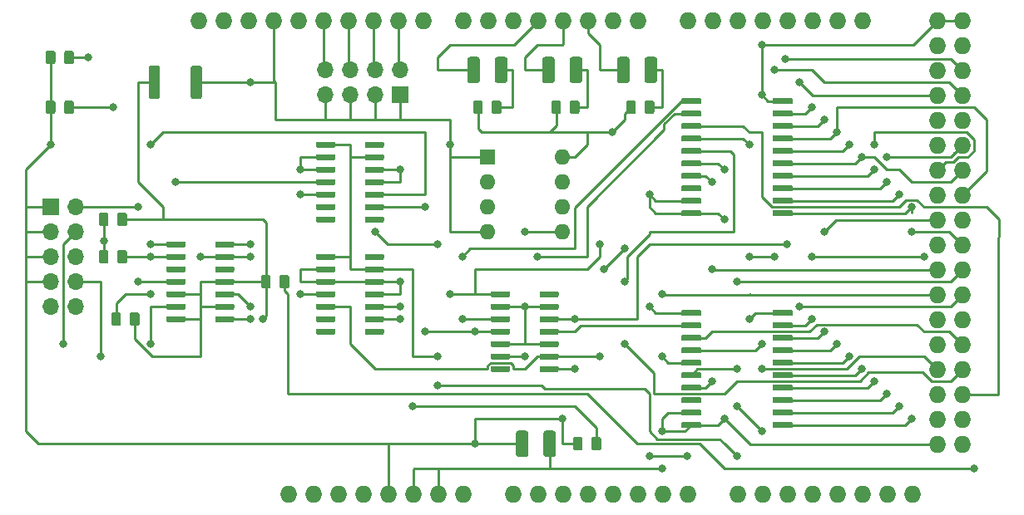
<source format=gbr>
G04 #@! TF.GenerationSoftware,KiCad,Pcbnew,(5.1.5-0-10_14)*
G04 #@! TF.CreationDate,2020-02-25T20:07:17-06:00*
G04 #@! TF.ProjectId,Electronic Target,456c6563-7472-46f6-9e69-632054617267,rev?*
G04 #@! TF.SameCoordinates,Original*
G04 #@! TF.FileFunction,Copper,L1,Top*
G04 #@! TF.FilePolarity,Positive*
%FSLAX46Y46*%
G04 Gerber Fmt 4.6, Leading zero omitted, Abs format (unit mm)*
G04 Created by KiCad (PCBNEW (5.1.5-0-10_14)) date 2020-02-25 20:07:17*
%MOMM*%
%LPD*%
G04 APERTURE LIST*
%ADD10O,1.727200X1.727200*%
%ADD11C,0.100000*%
%ADD12R,1.700000X1.700000*%
%ADD13O,1.700000X1.700000*%
%ADD14R,1.600000X1.600000*%
%ADD15O,1.600000X1.600000*%
%ADD16C,0.800000*%
%ADD17C,0.250000*%
G04 APERTURE END LIST*
D10*
X160095001Y-94055001D03*
X155015001Y-94055001D03*
X152475001Y-94055001D03*
X149935001Y-94055001D03*
X147395001Y-94055001D03*
X144855001Y-94055001D03*
X142315001Y-94055001D03*
X139775001Y-94055001D03*
X195655001Y-45795001D03*
X193115001Y-45795001D03*
X190575001Y-45795001D03*
X188035001Y-45795001D03*
X185495001Y-45795001D03*
X182955001Y-45795001D03*
X180415001Y-45795001D03*
X177875001Y-45795001D03*
X172795001Y-45795001D03*
X170255001Y-45795001D03*
X167715001Y-45795001D03*
X165175001Y-45795001D03*
X162635001Y-45795001D03*
X160095001Y-45795001D03*
X157555001Y-45795001D03*
X155015001Y-45795001D03*
X135711001Y-45795001D03*
X150951001Y-45795001D03*
X148411001Y-45795001D03*
X145871001Y-45795001D03*
X128091001Y-45795001D03*
X130631001Y-45795001D03*
X133171001Y-45795001D03*
X138251001Y-45795001D03*
X140791001Y-45795001D03*
X143331001Y-45795001D03*
X137235001Y-94055001D03*
X162635001Y-94055001D03*
X165175001Y-94055001D03*
X167715001Y-94055001D03*
X170255001Y-94055001D03*
X172795001Y-94055001D03*
X175335001Y-94055001D03*
X177875001Y-94055001D03*
X182955001Y-94055001D03*
X185495001Y-94055001D03*
X188035001Y-94055001D03*
X190575001Y-94055001D03*
X193115001Y-94055001D03*
X195655001Y-94055001D03*
X198195001Y-94055001D03*
X200735001Y-94055001D03*
X203275001Y-45795001D03*
X205815001Y-45795001D03*
X203275001Y-48335001D03*
X205815001Y-48335001D03*
X203275001Y-50875001D03*
X205815001Y-50875001D03*
X203275001Y-53415001D03*
X205815001Y-53415001D03*
X203275001Y-55955001D03*
X205815001Y-55955001D03*
X203275001Y-58495001D03*
X205815001Y-58495001D03*
X203275001Y-61035001D03*
X205815001Y-61035001D03*
X203275001Y-63575001D03*
X205815001Y-63575001D03*
X203275001Y-66115001D03*
X205815001Y-66115001D03*
X203275001Y-68655001D03*
X205815001Y-68655001D03*
X203275001Y-71195001D03*
X205815001Y-71195001D03*
X203275001Y-73735001D03*
X205815001Y-73735001D03*
X203275001Y-76275001D03*
X205815001Y-76275001D03*
X203275001Y-78815001D03*
X205815001Y-78815001D03*
X203275001Y-81355001D03*
X205815001Y-81355001D03*
X203275001Y-83895001D03*
X205815001Y-83895001D03*
X203275001Y-86435001D03*
X205815001Y-86435001D03*
X203275001Y-88975001D03*
X205815001Y-88975001D03*
G04 #@! TA.AperFunction,SMDPad,CuDef*
D11*
G36*
X123929505Y-50371204D02*
G01*
X123953773Y-50374804D01*
X123977572Y-50380765D01*
X124000671Y-50389030D01*
X124022850Y-50399520D01*
X124043893Y-50412132D01*
X124063599Y-50426747D01*
X124081777Y-50443223D01*
X124098253Y-50461401D01*
X124112868Y-50481107D01*
X124125480Y-50502150D01*
X124135970Y-50524329D01*
X124144235Y-50547428D01*
X124150196Y-50571227D01*
X124153796Y-50595495D01*
X124155000Y-50619999D01*
X124155000Y-53520001D01*
X124153796Y-53544505D01*
X124150196Y-53568773D01*
X124144235Y-53592572D01*
X124135970Y-53615671D01*
X124125480Y-53637850D01*
X124112868Y-53658893D01*
X124098253Y-53678599D01*
X124081777Y-53696777D01*
X124063599Y-53713253D01*
X124043893Y-53727868D01*
X124022850Y-53740480D01*
X124000671Y-53750970D01*
X123977572Y-53759235D01*
X123953773Y-53765196D01*
X123929505Y-53768796D01*
X123905001Y-53770000D01*
X123279999Y-53770000D01*
X123255495Y-53768796D01*
X123231227Y-53765196D01*
X123207428Y-53759235D01*
X123184329Y-53750970D01*
X123162150Y-53740480D01*
X123141107Y-53727868D01*
X123121401Y-53713253D01*
X123103223Y-53696777D01*
X123086747Y-53678599D01*
X123072132Y-53658893D01*
X123059520Y-53637850D01*
X123049030Y-53615671D01*
X123040765Y-53592572D01*
X123034804Y-53568773D01*
X123031204Y-53544505D01*
X123030000Y-53520001D01*
X123030000Y-50619999D01*
X123031204Y-50595495D01*
X123034804Y-50571227D01*
X123040765Y-50547428D01*
X123049030Y-50524329D01*
X123059520Y-50502150D01*
X123072132Y-50481107D01*
X123086747Y-50461401D01*
X123103223Y-50443223D01*
X123121401Y-50426747D01*
X123141107Y-50412132D01*
X123162150Y-50399520D01*
X123184329Y-50389030D01*
X123207428Y-50380765D01*
X123231227Y-50374804D01*
X123255495Y-50371204D01*
X123279999Y-50370000D01*
X123905001Y-50370000D01*
X123929505Y-50371204D01*
G37*
G04 #@! TD.AperFunction*
G04 #@! TA.AperFunction,SMDPad,CuDef*
G36*
X128204505Y-50371204D02*
G01*
X128228773Y-50374804D01*
X128252572Y-50380765D01*
X128275671Y-50389030D01*
X128297850Y-50399520D01*
X128318893Y-50412132D01*
X128338599Y-50426747D01*
X128356777Y-50443223D01*
X128373253Y-50461401D01*
X128387868Y-50481107D01*
X128400480Y-50502150D01*
X128410970Y-50524329D01*
X128419235Y-50547428D01*
X128425196Y-50571227D01*
X128428796Y-50595495D01*
X128430000Y-50619999D01*
X128430000Y-53520001D01*
X128428796Y-53544505D01*
X128425196Y-53568773D01*
X128419235Y-53592572D01*
X128410970Y-53615671D01*
X128400480Y-53637850D01*
X128387868Y-53658893D01*
X128373253Y-53678599D01*
X128356777Y-53696777D01*
X128338599Y-53713253D01*
X128318893Y-53727868D01*
X128297850Y-53740480D01*
X128275671Y-53750970D01*
X128252572Y-53759235D01*
X128228773Y-53765196D01*
X128204505Y-53768796D01*
X128180001Y-53770000D01*
X127554999Y-53770000D01*
X127530495Y-53768796D01*
X127506227Y-53765196D01*
X127482428Y-53759235D01*
X127459329Y-53750970D01*
X127437150Y-53740480D01*
X127416107Y-53727868D01*
X127396401Y-53713253D01*
X127378223Y-53696777D01*
X127361747Y-53678599D01*
X127347132Y-53658893D01*
X127334520Y-53637850D01*
X127324030Y-53615671D01*
X127315765Y-53592572D01*
X127309804Y-53568773D01*
X127306204Y-53544505D01*
X127305000Y-53520001D01*
X127305000Y-50619999D01*
X127306204Y-50595495D01*
X127309804Y-50571227D01*
X127315765Y-50547428D01*
X127324030Y-50524329D01*
X127334520Y-50502150D01*
X127347132Y-50481107D01*
X127361747Y-50461401D01*
X127378223Y-50443223D01*
X127396401Y-50426747D01*
X127416107Y-50412132D01*
X127437150Y-50399520D01*
X127459329Y-50389030D01*
X127482428Y-50380765D01*
X127506227Y-50374804D01*
X127530495Y-50371204D01*
X127554999Y-50370000D01*
X128180001Y-50370000D01*
X128204505Y-50371204D01*
G37*
G04 #@! TD.AperFunction*
G04 #@! TA.AperFunction,SMDPad,CuDef*
G36*
X161429504Y-87576204D02*
G01*
X161453773Y-87579804D01*
X161477571Y-87585765D01*
X161500671Y-87594030D01*
X161522849Y-87604520D01*
X161543893Y-87617133D01*
X161563598Y-87631747D01*
X161581777Y-87648223D01*
X161598253Y-87666402D01*
X161612867Y-87686107D01*
X161625480Y-87707151D01*
X161635970Y-87729329D01*
X161644235Y-87752429D01*
X161650196Y-87776227D01*
X161653796Y-87800496D01*
X161655000Y-87825000D01*
X161655000Y-89975000D01*
X161653796Y-89999504D01*
X161650196Y-90023773D01*
X161644235Y-90047571D01*
X161635970Y-90070671D01*
X161625480Y-90092849D01*
X161612867Y-90113893D01*
X161598253Y-90133598D01*
X161581777Y-90151777D01*
X161563598Y-90168253D01*
X161543893Y-90182867D01*
X161522849Y-90195480D01*
X161500671Y-90205970D01*
X161477571Y-90214235D01*
X161453773Y-90220196D01*
X161429504Y-90223796D01*
X161405000Y-90225000D01*
X160655000Y-90225000D01*
X160630496Y-90223796D01*
X160606227Y-90220196D01*
X160582429Y-90214235D01*
X160559329Y-90205970D01*
X160537151Y-90195480D01*
X160516107Y-90182867D01*
X160496402Y-90168253D01*
X160478223Y-90151777D01*
X160461747Y-90133598D01*
X160447133Y-90113893D01*
X160434520Y-90092849D01*
X160424030Y-90070671D01*
X160415765Y-90047571D01*
X160409804Y-90023773D01*
X160406204Y-89999504D01*
X160405000Y-89975000D01*
X160405000Y-87825000D01*
X160406204Y-87800496D01*
X160409804Y-87776227D01*
X160415765Y-87752429D01*
X160424030Y-87729329D01*
X160434520Y-87707151D01*
X160447133Y-87686107D01*
X160461747Y-87666402D01*
X160478223Y-87648223D01*
X160496402Y-87631747D01*
X160516107Y-87617133D01*
X160537151Y-87604520D01*
X160559329Y-87594030D01*
X160582429Y-87585765D01*
X160606227Y-87579804D01*
X160630496Y-87576204D01*
X160655000Y-87575000D01*
X161405000Y-87575000D01*
X161429504Y-87576204D01*
G37*
G04 #@! TD.AperFunction*
G04 #@! TA.AperFunction,SMDPad,CuDef*
G36*
X164229504Y-87576204D02*
G01*
X164253773Y-87579804D01*
X164277571Y-87585765D01*
X164300671Y-87594030D01*
X164322849Y-87604520D01*
X164343893Y-87617133D01*
X164363598Y-87631747D01*
X164381777Y-87648223D01*
X164398253Y-87666402D01*
X164412867Y-87686107D01*
X164425480Y-87707151D01*
X164435970Y-87729329D01*
X164444235Y-87752429D01*
X164450196Y-87776227D01*
X164453796Y-87800496D01*
X164455000Y-87825000D01*
X164455000Y-89975000D01*
X164453796Y-89999504D01*
X164450196Y-90023773D01*
X164444235Y-90047571D01*
X164435970Y-90070671D01*
X164425480Y-90092849D01*
X164412867Y-90113893D01*
X164398253Y-90133598D01*
X164381777Y-90151777D01*
X164363598Y-90168253D01*
X164343893Y-90182867D01*
X164322849Y-90195480D01*
X164300671Y-90205970D01*
X164277571Y-90214235D01*
X164253773Y-90220196D01*
X164229504Y-90223796D01*
X164205000Y-90225000D01*
X163455000Y-90225000D01*
X163430496Y-90223796D01*
X163406227Y-90220196D01*
X163382429Y-90214235D01*
X163359329Y-90205970D01*
X163337151Y-90195480D01*
X163316107Y-90182867D01*
X163296402Y-90168253D01*
X163278223Y-90151777D01*
X163261747Y-90133598D01*
X163247133Y-90113893D01*
X163234520Y-90092849D01*
X163224030Y-90070671D01*
X163215765Y-90047571D01*
X163209804Y-90023773D01*
X163206204Y-89999504D01*
X163205000Y-89975000D01*
X163205000Y-87825000D01*
X163206204Y-87800496D01*
X163209804Y-87776227D01*
X163215765Y-87752429D01*
X163224030Y-87729329D01*
X163234520Y-87707151D01*
X163247133Y-87686107D01*
X163261747Y-87666402D01*
X163278223Y-87648223D01*
X163296402Y-87631747D01*
X163316107Y-87617133D01*
X163337151Y-87604520D01*
X163359329Y-87594030D01*
X163382429Y-87585765D01*
X163406227Y-87579804D01*
X163430496Y-87576204D01*
X163455000Y-87575000D01*
X164205000Y-87575000D01*
X164229504Y-87576204D01*
G37*
G04 #@! TD.AperFunction*
G04 #@! TA.AperFunction,SMDPad,CuDef*
G36*
X159279504Y-49476204D02*
G01*
X159303773Y-49479804D01*
X159327571Y-49485765D01*
X159350671Y-49494030D01*
X159372849Y-49504520D01*
X159393893Y-49517133D01*
X159413598Y-49531747D01*
X159431777Y-49548223D01*
X159448253Y-49566402D01*
X159462867Y-49586107D01*
X159475480Y-49607151D01*
X159485970Y-49629329D01*
X159494235Y-49652429D01*
X159500196Y-49676227D01*
X159503796Y-49700496D01*
X159505000Y-49725000D01*
X159505000Y-51875000D01*
X159503796Y-51899504D01*
X159500196Y-51923773D01*
X159494235Y-51947571D01*
X159485970Y-51970671D01*
X159475480Y-51992849D01*
X159462867Y-52013893D01*
X159448253Y-52033598D01*
X159431777Y-52051777D01*
X159413598Y-52068253D01*
X159393893Y-52082867D01*
X159372849Y-52095480D01*
X159350671Y-52105970D01*
X159327571Y-52114235D01*
X159303773Y-52120196D01*
X159279504Y-52123796D01*
X159255000Y-52125000D01*
X158505000Y-52125000D01*
X158480496Y-52123796D01*
X158456227Y-52120196D01*
X158432429Y-52114235D01*
X158409329Y-52105970D01*
X158387151Y-52095480D01*
X158366107Y-52082867D01*
X158346402Y-52068253D01*
X158328223Y-52051777D01*
X158311747Y-52033598D01*
X158297133Y-52013893D01*
X158284520Y-51992849D01*
X158274030Y-51970671D01*
X158265765Y-51947571D01*
X158259804Y-51923773D01*
X158256204Y-51899504D01*
X158255000Y-51875000D01*
X158255000Y-49725000D01*
X158256204Y-49700496D01*
X158259804Y-49676227D01*
X158265765Y-49652429D01*
X158274030Y-49629329D01*
X158284520Y-49607151D01*
X158297133Y-49586107D01*
X158311747Y-49566402D01*
X158328223Y-49548223D01*
X158346402Y-49531747D01*
X158366107Y-49517133D01*
X158387151Y-49504520D01*
X158409329Y-49494030D01*
X158432429Y-49485765D01*
X158456227Y-49479804D01*
X158480496Y-49476204D01*
X158505000Y-49475000D01*
X159255000Y-49475000D01*
X159279504Y-49476204D01*
G37*
G04 #@! TD.AperFunction*
G04 #@! TA.AperFunction,SMDPad,CuDef*
G36*
X156479504Y-49476204D02*
G01*
X156503773Y-49479804D01*
X156527571Y-49485765D01*
X156550671Y-49494030D01*
X156572849Y-49504520D01*
X156593893Y-49517133D01*
X156613598Y-49531747D01*
X156631777Y-49548223D01*
X156648253Y-49566402D01*
X156662867Y-49586107D01*
X156675480Y-49607151D01*
X156685970Y-49629329D01*
X156694235Y-49652429D01*
X156700196Y-49676227D01*
X156703796Y-49700496D01*
X156705000Y-49725000D01*
X156705000Y-51875000D01*
X156703796Y-51899504D01*
X156700196Y-51923773D01*
X156694235Y-51947571D01*
X156685970Y-51970671D01*
X156675480Y-51992849D01*
X156662867Y-52013893D01*
X156648253Y-52033598D01*
X156631777Y-52051777D01*
X156613598Y-52068253D01*
X156593893Y-52082867D01*
X156572849Y-52095480D01*
X156550671Y-52105970D01*
X156527571Y-52114235D01*
X156503773Y-52120196D01*
X156479504Y-52123796D01*
X156455000Y-52125000D01*
X155705000Y-52125000D01*
X155680496Y-52123796D01*
X155656227Y-52120196D01*
X155632429Y-52114235D01*
X155609329Y-52105970D01*
X155587151Y-52095480D01*
X155566107Y-52082867D01*
X155546402Y-52068253D01*
X155528223Y-52051777D01*
X155511747Y-52033598D01*
X155497133Y-52013893D01*
X155484520Y-51992849D01*
X155474030Y-51970671D01*
X155465765Y-51947571D01*
X155459804Y-51923773D01*
X155456204Y-51899504D01*
X155455000Y-51875000D01*
X155455000Y-49725000D01*
X155456204Y-49700496D01*
X155459804Y-49676227D01*
X155465765Y-49652429D01*
X155474030Y-49629329D01*
X155484520Y-49607151D01*
X155497133Y-49586107D01*
X155511747Y-49566402D01*
X155528223Y-49548223D01*
X155546402Y-49531747D01*
X155566107Y-49517133D01*
X155587151Y-49504520D01*
X155609329Y-49494030D01*
X155632429Y-49485765D01*
X155656227Y-49479804D01*
X155680496Y-49476204D01*
X155705000Y-49475000D01*
X156455000Y-49475000D01*
X156479504Y-49476204D01*
G37*
G04 #@! TD.AperFunction*
G04 #@! TA.AperFunction,SMDPad,CuDef*
G36*
X164099504Y-49476204D02*
G01*
X164123773Y-49479804D01*
X164147571Y-49485765D01*
X164170671Y-49494030D01*
X164192849Y-49504520D01*
X164213893Y-49517133D01*
X164233598Y-49531747D01*
X164251777Y-49548223D01*
X164268253Y-49566402D01*
X164282867Y-49586107D01*
X164295480Y-49607151D01*
X164305970Y-49629329D01*
X164314235Y-49652429D01*
X164320196Y-49676227D01*
X164323796Y-49700496D01*
X164325000Y-49725000D01*
X164325000Y-51875000D01*
X164323796Y-51899504D01*
X164320196Y-51923773D01*
X164314235Y-51947571D01*
X164305970Y-51970671D01*
X164295480Y-51992849D01*
X164282867Y-52013893D01*
X164268253Y-52033598D01*
X164251777Y-52051777D01*
X164233598Y-52068253D01*
X164213893Y-52082867D01*
X164192849Y-52095480D01*
X164170671Y-52105970D01*
X164147571Y-52114235D01*
X164123773Y-52120196D01*
X164099504Y-52123796D01*
X164075000Y-52125000D01*
X163325000Y-52125000D01*
X163300496Y-52123796D01*
X163276227Y-52120196D01*
X163252429Y-52114235D01*
X163229329Y-52105970D01*
X163207151Y-52095480D01*
X163186107Y-52082867D01*
X163166402Y-52068253D01*
X163148223Y-52051777D01*
X163131747Y-52033598D01*
X163117133Y-52013893D01*
X163104520Y-51992849D01*
X163094030Y-51970671D01*
X163085765Y-51947571D01*
X163079804Y-51923773D01*
X163076204Y-51899504D01*
X163075000Y-51875000D01*
X163075000Y-49725000D01*
X163076204Y-49700496D01*
X163079804Y-49676227D01*
X163085765Y-49652429D01*
X163094030Y-49629329D01*
X163104520Y-49607151D01*
X163117133Y-49586107D01*
X163131747Y-49566402D01*
X163148223Y-49548223D01*
X163166402Y-49531747D01*
X163186107Y-49517133D01*
X163207151Y-49504520D01*
X163229329Y-49494030D01*
X163252429Y-49485765D01*
X163276227Y-49479804D01*
X163300496Y-49476204D01*
X163325000Y-49475000D01*
X164075000Y-49475000D01*
X164099504Y-49476204D01*
G37*
G04 #@! TD.AperFunction*
G04 #@! TA.AperFunction,SMDPad,CuDef*
G36*
X166899504Y-49476204D02*
G01*
X166923773Y-49479804D01*
X166947571Y-49485765D01*
X166970671Y-49494030D01*
X166992849Y-49504520D01*
X167013893Y-49517133D01*
X167033598Y-49531747D01*
X167051777Y-49548223D01*
X167068253Y-49566402D01*
X167082867Y-49586107D01*
X167095480Y-49607151D01*
X167105970Y-49629329D01*
X167114235Y-49652429D01*
X167120196Y-49676227D01*
X167123796Y-49700496D01*
X167125000Y-49725000D01*
X167125000Y-51875000D01*
X167123796Y-51899504D01*
X167120196Y-51923773D01*
X167114235Y-51947571D01*
X167105970Y-51970671D01*
X167095480Y-51992849D01*
X167082867Y-52013893D01*
X167068253Y-52033598D01*
X167051777Y-52051777D01*
X167033598Y-52068253D01*
X167013893Y-52082867D01*
X166992849Y-52095480D01*
X166970671Y-52105970D01*
X166947571Y-52114235D01*
X166923773Y-52120196D01*
X166899504Y-52123796D01*
X166875000Y-52125000D01*
X166125000Y-52125000D01*
X166100496Y-52123796D01*
X166076227Y-52120196D01*
X166052429Y-52114235D01*
X166029329Y-52105970D01*
X166007151Y-52095480D01*
X165986107Y-52082867D01*
X165966402Y-52068253D01*
X165948223Y-52051777D01*
X165931747Y-52033598D01*
X165917133Y-52013893D01*
X165904520Y-51992849D01*
X165894030Y-51970671D01*
X165885765Y-51947571D01*
X165879804Y-51923773D01*
X165876204Y-51899504D01*
X165875000Y-51875000D01*
X165875000Y-49725000D01*
X165876204Y-49700496D01*
X165879804Y-49676227D01*
X165885765Y-49652429D01*
X165894030Y-49629329D01*
X165904520Y-49607151D01*
X165917133Y-49586107D01*
X165931747Y-49566402D01*
X165948223Y-49548223D01*
X165966402Y-49531747D01*
X165986107Y-49517133D01*
X166007151Y-49504520D01*
X166029329Y-49494030D01*
X166052429Y-49485765D01*
X166076227Y-49479804D01*
X166100496Y-49476204D01*
X166125000Y-49475000D01*
X166875000Y-49475000D01*
X166899504Y-49476204D01*
G37*
G04 #@! TD.AperFunction*
G04 #@! TA.AperFunction,SMDPad,CuDef*
G36*
X174519504Y-49476204D02*
G01*
X174543773Y-49479804D01*
X174567571Y-49485765D01*
X174590671Y-49494030D01*
X174612849Y-49504520D01*
X174633893Y-49517133D01*
X174653598Y-49531747D01*
X174671777Y-49548223D01*
X174688253Y-49566402D01*
X174702867Y-49586107D01*
X174715480Y-49607151D01*
X174725970Y-49629329D01*
X174734235Y-49652429D01*
X174740196Y-49676227D01*
X174743796Y-49700496D01*
X174745000Y-49725000D01*
X174745000Y-51875000D01*
X174743796Y-51899504D01*
X174740196Y-51923773D01*
X174734235Y-51947571D01*
X174725970Y-51970671D01*
X174715480Y-51992849D01*
X174702867Y-52013893D01*
X174688253Y-52033598D01*
X174671777Y-52051777D01*
X174653598Y-52068253D01*
X174633893Y-52082867D01*
X174612849Y-52095480D01*
X174590671Y-52105970D01*
X174567571Y-52114235D01*
X174543773Y-52120196D01*
X174519504Y-52123796D01*
X174495000Y-52125000D01*
X173745000Y-52125000D01*
X173720496Y-52123796D01*
X173696227Y-52120196D01*
X173672429Y-52114235D01*
X173649329Y-52105970D01*
X173627151Y-52095480D01*
X173606107Y-52082867D01*
X173586402Y-52068253D01*
X173568223Y-52051777D01*
X173551747Y-52033598D01*
X173537133Y-52013893D01*
X173524520Y-51992849D01*
X173514030Y-51970671D01*
X173505765Y-51947571D01*
X173499804Y-51923773D01*
X173496204Y-51899504D01*
X173495000Y-51875000D01*
X173495000Y-49725000D01*
X173496204Y-49700496D01*
X173499804Y-49676227D01*
X173505765Y-49652429D01*
X173514030Y-49629329D01*
X173524520Y-49607151D01*
X173537133Y-49586107D01*
X173551747Y-49566402D01*
X173568223Y-49548223D01*
X173586402Y-49531747D01*
X173606107Y-49517133D01*
X173627151Y-49504520D01*
X173649329Y-49494030D01*
X173672429Y-49485765D01*
X173696227Y-49479804D01*
X173720496Y-49476204D01*
X173745000Y-49475000D01*
X174495000Y-49475000D01*
X174519504Y-49476204D01*
G37*
G04 #@! TD.AperFunction*
G04 #@! TA.AperFunction,SMDPad,CuDef*
G36*
X171719504Y-49476204D02*
G01*
X171743773Y-49479804D01*
X171767571Y-49485765D01*
X171790671Y-49494030D01*
X171812849Y-49504520D01*
X171833893Y-49517133D01*
X171853598Y-49531747D01*
X171871777Y-49548223D01*
X171888253Y-49566402D01*
X171902867Y-49586107D01*
X171915480Y-49607151D01*
X171925970Y-49629329D01*
X171934235Y-49652429D01*
X171940196Y-49676227D01*
X171943796Y-49700496D01*
X171945000Y-49725000D01*
X171945000Y-51875000D01*
X171943796Y-51899504D01*
X171940196Y-51923773D01*
X171934235Y-51947571D01*
X171925970Y-51970671D01*
X171915480Y-51992849D01*
X171902867Y-52013893D01*
X171888253Y-52033598D01*
X171871777Y-52051777D01*
X171853598Y-52068253D01*
X171833893Y-52082867D01*
X171812849Y-52095480D01*
X171790671Y-52105970D01*
X171767571Y-52114235D01*
X171743773Y-52120196D01*
X171719504Y-52123796D01*
X171695000Y-52125000D01*
X170945000Y-52125000D01*
X170920496Y-52123796D01*
X170896227Y-52120196D01*
X170872429Y-52114235D01*
X170849329Y-52105970D01*
X170827151Y-52095480D01*
X170806107Y-52082867D01*
X170786402Y-52068253D01*
X170768223Y-52051777D01*
X170751747Y-52033598D01*
X170737133Y-52013893D01*
X170724520Y-51992849D01*
X170714030Y-51970671D01*
X170705765Y-51947571D01*
X170699804Y-51923773D01*
X170696204Y-51899504D01*
X170695000Y-51875000D01*
X170695000Y-49725000D01*
X170696204Y-49700496D01*
X170699804Y-49676227D01*
X170705765Y-49652429D01*
X170714030Y-49629329D01*
X170724520Y-49607151D01*
X170737133Y-49586107D01*
X170751747Y-49566402D01*
X170768223Y-49548223D01*
X170786402Y-49531747D01*
X170806107Y-49517133D01*
X170827151Y-49504520D01*
X170849329Y-49494030D01*
X170872429Y-49485765D01*
X170896227Y-49479804D01*
X170920496Y-49476204D01*
X170945000Y-49475000D01*
X171695000Y-49475000D01*
X171719504Y-49476204D01*
G37*
G04 #@! TD.AperFunction*
D12*
X113030000Y-64770000D03*
D13*
X115570000Y-64770000D03*
X113030000Y-67310000D03*
X115570000Y-67310000D03*
X113030000Y-69850000D03*
X115570000Y-69850000D03*
X113030000Y-72390000D03*
X115570000Y-72390000D03*
X113030000Y-74930000D03*
X115570000Y-74930000D03*
D12*
X148590000Y-53340000D03*
D13*
X148590000Y-50800000D03*
X146050000Y-53340000D03*
X146050000Y-50800000D03*
X143510000Y-53340000D03*
X143510000Y-50800000D03*
X140970000Y-53340000D03*
X140970000Y-50800000D03*
G04 #@! TA.AperFunction,SMDPad,CuDef*
D11*
G36*
X118710142Y-65341174D02*
G01*
X118733803Y-65344684D01*
X118757007Y-65350496D01*
X118779529Y-65358554D01*
X118801153Y-65368782D01*
X118821670Y-65381079D01*
X118840883Y-65395329D01*
X118858607Y-65411393D01*
X118874671Y-65429117D01*
X118888921Y-65448330D01*
X118901218Y-65468847D01*
X118911446Y-65490471D01*
X118919504Y-65512993D01*
X118925316Y-65536197D01*
X118928826Y-65559858D01*
X118930000Y-65583750D01*
X118930000Y-66496250D01*
X118928826Y-66520142D01*
X118925316Y-66543803D01*
X118919504Y-66567007D01*
X118911446Y-66589529D01*
X118901218Y-66611153D01*
X118888921Y-66631670D01*
X118874671Y-66650883D01*
X118858607Y-66668607D01*
X118840883Y-66684671D01*
X118821670Y-66698921D01*
X118801153Y-66711218D01*
X118779529Y-66721446D01*
X118757007Y-66729504D01*
X118733803Y-66735316D01*
X118710142Y-66738826D01*
X118686250Y-66740000D01*
X118198750Y-66740000D01*
X118174858Y-66738826D01*
X118151197Y-66735316D01*
X118127993Y-66729504D01*
X118105471Y-66721446D01*
X118083847Y-66711218D01*
X118063330Y-66698921D01*
X118044117Y-66684671D01*
X118026393Y-66668607D01*
X118010329Y-66650883D01*
X117996079Y-66631670D01*
X117983782Y-66611153D01*
X117973554Y-66589529D01*
X117965496Y-66567007D01*
X117959684Y-66543803D01*
X117956174Y-66520142D01*
X117955000Y-66496250D01*
X117955000Y-65583750D01*
X117956174Y-65559858D01*
X117959684Y-65536197D01*
X117965496Y-65512993D01*
X117973554Y-65490471D01*
X117983782Y-65468847D01*
X117996079Y-65448330D01*
X118010329Y-65429117D01*
X118026393Y-65411393D01*
X118044117Y-65395329D01*
X118063330Y-65381079D01*
X118083847Y-65368782D01*
X118105471Y-65358554D01*
X118127993Y-65350496D01*
X118151197Y-65344684D01*
X118174858Y-65341174D01*
X118198750Y-65340000D01*
X118686250Y-65340000D01*
X118710142Y-65341174D01*
G37*
G04 #@! TD.AperFunction*
G04 #@! TA.AperFunction,SMDPad,CuDef*
G36*
X120585142Y-65341174D02*
G01*
X120608803Y-65344684D01*
X120632007Y-65350496D01*
X120654529Y-65358554D01*
X120676153Y-65368782D01*
X120696670Y-65381079D01*
X120715883Y-65395329D01*
X120733607Y-65411393D01*
X120749671Y-65429117D01*
X120763921Y-65448330D01*
X120776218Y-65468847D01*
X120786446Y-65490471D01*
X120794504Y-65512993D01*
X120800316Y-65536197D01*
X120803826Y-65559858D01*
X120805000Y-65583750D01*
X120805000Y-66496250D01*
X120803826Y-66520142D01*
X120800316Y-66543803D01*
X120794504Y-66567007D01*
X120786446Y-66589529D01*
X120776218Y-66611153D01*
X120763921Y-66631670D01*
X120749671Y-66650883D01*
X120733607Y-66668607D01*
X120715883Y-66684671D01*
X120696670Y-66698921D01*
X120676153Y-66711218D01*
X120654529Y-66721446D01*
X120632007Y-66729504D01*
X120608803Y-66735316D01*
X120585142Y-66738826D01*
X120561250Y-66740000D01*
X120073750Y-66740000D01*
X120049858Y-66738826D01*
X120026197Y-66735316D01*
X120002993Y-66729504D01*
X119980471Y-66721446D01*
X119958847Y-66711218D01*
X119938330Y-66698921D01*
X119919117Y-66684671D01*
X119901393Y-66668607D01*
X119885329Y-66650883D01*
X119871079Y-66631670D01*
X119858782Y-66611153D01*
X119848554Y-66589529D01*
X119840496Y-66567007D01*
X119834684Y-66543803D01*
X119831174Y-66520142D01*
X119830000Y-66496250D01*
X119830000Y-65583750D01*
X119831174Y-65559858D01*
X119834684Y-65536197D01*
X119840496Y-65512993D01*
X119848554Y-65490471D01*
X119858782Y-65468847D01*
X119871079Y-65448330D01*
X119885329Y-65429117D01*
X119901393Y-65411393D01*
X119919117Y-65395329D01*
X119938330Y-65381079D01*
X119958847Y-65368782D01*
X119980471Y-65358554D01*
X120002993Y-65350496D01*
X120026197Y-65344684D01*
X120049858Y-65341174D01*
X120073750Y-65340000D01*
X120561250Y-65340000D01*
X120585142Y-65341174D01*
G37*
G04 #@! TD.AperFunction*
G04 #@! TA.AperFunction,SMDPad,CuDef*
G36*
X119980142Y-75501174D02*
G01*
X120003803Y-75504684D01*
X120027007Y-75510496D01*
X120049529Y-75518554D01*
X120071153Y-75528782D01*
X120091670Y-75541079D01*
X120110883Y-75555329D01*
X120128607Y-75571393D01*
X120144671Y-75589117D01*
X120158921Y-75608330D01*
X120171218Y-75628847D01*
X120181446Y-75650471D01*
X120189504Y-75672993D01*
X120195316Y-75696197D01*
X120198826Y-75719858D01*
X120200000Y-75743750D01*
X120200000Y-76656250D01*
X120198826Y-76680142D01*
X120195316Y-76703803D01*
X120189504Y-76727007D01*
X120181446Y-76749529D01*
X120171218Y-76771153D01*
X120158921Y-76791670D01*
X120144671Y-76810883D01*
X120128607Y-76828607D01*
X120110883Y-76844671D01*
X120091670Y-76858921D01*
X120071153Y-76871218D01*
X120049529Y-76881446D01*
X120027007Y-76889504D01*
X120003803Y-76895316D01*
X119980142Y-76898826D01*
X119956250Y-76900000D01*
X119468750Y-76900000D01*
X119444858Y-76898826D01*
X119421197Y-76895316D01*
X119397993Y-76889504D01*
X119375471Y-76881446D01*
X119353847Y-76871218D01*
X119333330Y-76858921D01*
X119314117Y-76844671D01*
X119296393Y-76828607D01*
X119280329Y-76810883D01*
X119266079Y-76791670D01*
X119253782Y-76771153D01*
X119243554Y-76749529D01*
X119235496Y-76727007D01*
X119229684Y-76703803D01*
X119226174Y-76680142D01*
X119225000Y-76656250D01*
X119225000Y-75743750D01*
X119226174Y-75719858D01*
X119229684Y-75696197D01*
X119235496Y-75672993D01*
X119243554Y-75650471D01*
X119253782Y-75628847D01*
X119266079Y-75608330D01*
X119280329Y-75589117D01*
X119296393Y-75571393D01*
X119314117Y-75555329D01*
X119333330Y-75541079D01*
X119353847Y-75528782D01*
X119375471Y-75518554D01*
X119397993Y-75510496D01*
X119421197Y-75504684D01*
X119444858Y-75501174D01*
X119468750Y-75500000D01*
X119956250Y-75500000D01*
X119980142Y-75501174D01*
G37*
G04 #@! TD.AperFunction*
G04 #@! TA.AperFunction,SMDPad,CuDef*
G36*
X121855142Y-75501174D02*
G01*
X121878803Y-75504684D01*
X121902007Y-75510496D01*
X121924529Y-75518554D01*
X121946153Y-75528782D01*
X121966670Y-75541079D01*
X121985883Y-75555329D01*
X122003607Y-75571393D01*
X122019671Y-75589117D01*
X122033921Y-75608330D01*
X122046218Y-75628847D01*
X122056446Y-75650471D01*
X122064504Y-75672993D01*
X122070316Y-75696197D01*
X122073826Y-75719858D01*
X122075000Y-75743750D01*
X122075000Y-76656250D01*
X122073826Y-76680142D01*
X122070316Y-76703803D01*
X122064504Y-76727007D01*
X122056446Y-76749529D01*
X122046218Y-76771153D01*
X122033921Y-76791670D01*
X122019671Y-76810883D01*
X122003607Y-76828607D01*
X121985883Y-76844671D01*
X121966670Y-76858921D01*
X121946153Y-76871218D01*
X121924529Y-76881446D01*
X121902007Y-76889504D01*
X121878803Y-76895316D01*
X121855142Y-76898826D01*
X121831250Y-76900000D01*
X121343750Y-76900000D01*
X121319858Y-76898826D01*
X121296197Y-76895316D01*
X121272993Y-76889504D01*
X121250471Y-76881446D01*
X121228847Y-76871218D01*
X121208330Y-76858921D01*
X121189117Y-76844671D01*
X121171393Y-76828607D01*
X121155329Y-76810883D01*
X121141079Y-76791670D01*
X121128782Y-76771153D01*
X121118554Y-76749529D01*
X121110496Y-76727007D01*
X121104684Y-76703803D01*
X121101174Y-76680142D01*
X121100000Y-76656250D01*
X121100000Y-75743750D01*
X121101174Y-75719858D01*
X121104684Y-75696197D01*
X121110496Y-75672993D01*
X121118554Y-75650471D01*
X121128782Y-75628847D01*
X121141079Y-75608330D01*
X121155329Y-75589117D01*
X121171393Y-75571393D01*
X121189117Y-75555329D01*
X121208330Y-75541079D01*
X121228847Y-75528782D01*
X121250471Y-75518554D01*
X121272993Y-75510496D01*
X121296197Y-75504684D01*
X121319858Y-75501174D01*
X121343750Y-75500000D01*
X121831250Y-75500000D01*
X121855142Y-75501174D01*
G37*
G04 #@! TD.AperFunction*
G04 #@! TA.AperFunction,SMDPad,CuDef*
G36*
X137095142Y-71691174D02*
G01*
X137118803Y-71694684D01*
X137142007Y-71700496D01*
X137164529Y-71708554D01*
X137186153Y-71718782D01*
X137206670Y-71731079D01*
X137225883Y-71745329D01*
X137243607Y-71761393D01*
X137259671Y-71779117D01*
X137273921Y-71798330D01*
X137286218Y-71818847D01*
X137296446Y-71840471D01*
X137304504Y-71862993D01*
X137310316Y-71886197D01*
X137313826Y-71909858D01*
X137315000Y-71933750D01*
X137315000Y-72846250D01*
X137313826Y-72870142D01*
X137310316Y-72893803D01*
X137304504Y-72917007D01*
X137296446Y-72939529D01*
X137286218Y-72961153D01*
X137273921Y-72981670D01*
X137259671Y-73000883D01*
X137243607Y-73018607D01*
X137225883Y-73034671D01*
X137206670Y-73048921D01*
X137186153Y-73061218D01*
X137164529Y-73071446D01*
X137142007Y-73079504D01*
X137118803Y-73085316D01*
X137095142Y-73088826D01*
X137071250Y-73090000D01*
X136583750Y-73090000D01*
X136559858Y-73088826D01*
X136536197Y-73085316D01*
X136512993Y-73079504D01*
X136490471Y-73071446D01*
X136468847Y-73061218D01*
X136448330Y-73048921D01*
X136429117Y-73034671D01*
X136411393Y-73018607D01*
X136395329Y-73000883D01*
X136381079Y-72981670D01*
X136368782Y-72961153D01*
X136358554Y-72939529D01*
X136350496Y-72917007D01*
X136344684Y-72893803D01*
X136341174Y-72870142D01*
X136340000Y-72846250D01*
X136340000Y-71933750D01*
X136341174Y-71909858D01*
X136344684Y-71886197D01*
X136350496Y-71862993D01*
X136358554Y-71840471D01*
X136368782Y-71818847D01*
X136381079Y-71798330D01*
X136395329Y-71779117D01*
X136411393Y-71761393D01*
X136429117Y-71745329D01*
X136448330Y-71731079D01*
X136468847Y-71718782D01*
X136490471Y-71708554D01*
X136512993Y-71700496D01*
X136536197Y-71694684D01*
X136559858Y-71691174D01*
X136583750Y-71690000D01*
X137071250Y-71690000D01*
X137095142Y-71691174D01*
G37*
G04 #@! TD.AperFunction*
G04 #@! TA.AperFunction,SMDPad,CuDef*
G36*
X135220142Y-71691174D02*
G01*
X135243803Y-71694684D01*
X135267007Y-71700496D01*
X135289529Y-71708554D01*
X135311153Y-71718782D01*
X135331670Y-71731079D01*
X135350883Y-71745329D01*
X135368607Y-71761393D01*
X135384671Y-71779117D01*
X135398921Y-71798330D01*
X135411218Y-71818847D01*
X135421446Y-71840471D01*
X135429504Y-71862993D01*
X135435316Y-71886197D01*
X135438826Y-71909858D01*
X135440000Y-71933750D01*
X135440000Y-72846250D01*
X135438826Y-72870142D01*
X135435316Y-72893803D01*
X135429504Y-72917007D01*
X135421446Y-72939529D01*
X135411218Y-72961153D01*
X135398921Y-72981670D01*
X135384671Y-73000883D01*
X135368607Y-73018607D01*
X135350883Y-73034671D01*
X135331670Y-73048921D01*
X135311153Y-73061218D01*
X135289529Y-73071446D01*
X135267007Y-73079504D01*
X135243803Y-73085316D01*
X135220142Y-73088826D01*
X135196250Y-73090000D01*
X134708750Y-73090000D01*
X134684858Y-73088826D01*
X134661197Y-73085316D01*
X134637993Y-73079504D01*
X134615471Y-73071446D01*
X134593847Y-73061218D01*
X134573330Y-73048921D01*
X134554117Y-73034671D01*
X134536393Y-73018607D01*
X134520329Y-73000883D01*
X134506079Y-72981670D01*
X134493782Y-72961153D01*
X134483554Y-72939529D01*
X134475496Y-72917007D01*
X134469684Y-72893803D01*
X134466174Y-72870142D01*
X134465000Y-72846250D01*
X134465000Y-71933750D01*
X134466174Y-71909858D01*
X134469684Y-71886197D01*
X134475496Y-71862993D01*
X134483554Y-71840471D01*
X134493782Y-71818847D01*
X134506079Y-71798330D01*
X134520329Y-71779117D01*
X134536393Y-71761393D01*
X134554117Y-71745329D01*
X134573330Y-71731079D01*
X134593847Y-71718782D01*
X134615471Y-71708554D01*
X134637993Y-71700496D01*
X134661197Y-71694684D01*
X134684858Y-71691174D01*
X134708750Y-71690000D01*
X135196250Y-71690000D01*
X135220142Y-71691174D01*
G37*
G04 #@! TD.AperFunction*
G04 #@! TA.AperFunction,SMDPad,CuDef*
G36*
X118710142Y-69151174D02*
G01*
X118733803Y-69154684D01*
X118757007Y-69160496D01*
X118779529Y-69168554D01*
X118801153Y-69178782D01*
X118821670Y-69191079D01*
X118840883Y-69205329D01*
X118858607Y-69221393D01*
X118874671Y-69239117D01*
X118888921Y-69258330D01*
X118901218Y-69278847D01*
X118911446Y-69300471D01*
X118919504Y-69322993D01*
X118925316Y-69346197D01*
X118928826Y-69369858D01*
X118930000Y-69393750D01*
X118930000Y-70306250D01*
X118928826Y-70330142D01*
X118925316Y-70353803D01*
X118919504Y-70377007D01*
X118911446Y-70399529D01*
X118901218Y-70421153D01*
X118888921Y-70441670D01*
X118874671Y-70460883D01*
X118858607Y-70478607D01*
X118840883Y-70494671D01*
X118821670Y-70508921D01*
X118801153Y-70521218D01*
X118779529Y-70531446D01*
X118757007Y-70539504D01*
X118733803Y-70545316D01*
X118710142Y-70548826D01*
X118686250Y-70550000D01*
X118198750Y-70550000D01*
X118174858Y-70548826D01*
X118151197Y-70545316D01*
X118127993Y-70539504D01*
X118105471Y-70531446D01*
X118083847Y-70521218D01*
X118063330Y-70508921D01*
X118044117Y-70494671D01*
X118026393Y-70478607D01*
X118010329Y-70460883D01*
X117996079Y-70441670D01*
X117983782Y-70421153D01*
X117973554Y-70399529D01*
X117965496Y-70377007D01*
X117959684Y-70353803D01*
X117956174Y-70330142D01*
X117955000Y-70306250D01*
X117955000Y-69393750D01*
X117956174Y-69369858D01*
X117959684Y-69346197D01*
X117965496Y-69322993D01*
X117973554Y-69300471D01*
X117983782Y-69278847D01*
X117996079Y-69258330D01*
X118010329Y-69239117D01*
X118026393Y-69221393D01*
X118044117Y-69205329D01*
X118063330Y-69191079D01*
X118083847Y-69178782D01*
X118105471Y-69168554D01*
X118127993Y-69160496D01*
X118151197Y-69154684D01*
X118174858Y-69151174D01*
X118198750Y-69150000D01*
X118686250Y-69150000D01*
X118710142Y-69151174D01*
G37*
G04 #@! TD.AperFunction*
G04 #@! TA.AperFunction,SMDPad,CuDef*
G36*
X120585142Y-69151174D02*
G01*
X120608803Y-69154684D01*
X120632007Y-69160496D01*
X120654529Y-69168554D01*
X120676153Y-69178782D01*
X120696670Y-69191079D01*
X120715883Y-69205329D01*
X120733607Y-69221393D01*
X120749671Y-69239117D01*
X120763921Y-69258330D01*
X120776218Y-69278847D01*
X120786446Y-69300471D01*
X120794504Y-69322993D01*
X120800316Y-69346197D01*
X120803826Y-69369858D01*
X120805000Y-69393750D01*
X120805000Y-70306250D01*
X120803826Y-70330142D01*
X120800316Y-70353803D01*
X120794504Y-70377007D01*
X120786446Y-70399529D01*
X120776218Y-70421153D01*
X120763921Y-70441670D01*
X120749671Y-70460883D01*
X120733607Y-70478607D01*
X120715883Y-70494671D01*
X120696670Y-70508921D01*
X120676153Y-70521218D01*
X120654529Y-70531446D01*
X120632007Y-70539504D01*
X120608803Y-70545316D01*
X120585142Y-70548826D01*
X120561250Y-70550000D01*
X120073750Y-70550000D01*
X120049858Y-70548826D01*
X120026197Y-70545316D01*
X120002993Y-70539504D01*
X119980471Y-70531446D01*
X119958847Y-70521218D01*
X119938330Y-70508921D01*
X119919117Y-70494671D01*
X119901393Y-70478607D01*
X119885329Y-70460883D01*
X119871079Y-70441670D01*
X119858782Y-70421153D01*
X119848554Y-70399529D01*
X119840496Y-70377007D01*
X119834684Y-70353803D01*
X119831174Y-70330142D01*
X119830000Y-70306250D01*
X119830000Y-69393750D01*
X119831174Y-69369858D01*
X119834684Y-69346197D01*
X119840496Y-69322993D01*
X119848554Y-69300471D01*
X119858782Y-69278847D01*
X119871079Y-69258330D01*
X119885329Y-69239117D01*
X119901393Y-69221393D01*
X119919117Y-69205329D01*
X119938330Y-69191079D01*
X119958847Y-69178782D01*
X119980471Y-69168554D01*
X120002993Y-69160496D01*
X120026197Y-69154684D01*
X120049858Y-69151174D01*
X120073750Y-69150000D01*
X120561250Y-69150000D01*
X120585142Y-69151174D01*
G37*
G04 #@! TD.AperFunction*
G04 #@! TA.AperFunction,SMDPad,CuDef*
G36*
X115172642Y-48831174D02*
G01*
X115196303Y-48834684D01*
X115219507Y-48840496D01*
X115242029Y-48848554D01*
X115263653Y-48858782D01*
X115284170Y-48871079D01*
X115303383Y-48885329D01*
X115321107Y-48901393D01*
X115337171Y-48919117D01*
X115351421Y-48938330D01*
X115363718Y-48958847D01*
X115373946Y-48980471D01*
X115382004Y-49002993D01*
X115387816Y-49026197D01*
X115391326Y-49049858D01*
X115392500Y-49073750D01*
X115392500Y-49986250D01*
X115391326Y-50010142D01*
X115387816Y-50033803D01*
X115382004Y-50057007D01*
X115373946Y-50079529D01*
X115363718Y-50101153D01*
X115351421Y-50121670D01*
X115337171Y-50140883D01*
X115321107Y-50158607D01*
X115303383Y-50174671D01*
X115284170Y-50188921D01*
X115263653Y-50201218D01*
X115242029Y-50211446D01*
X115219507Y-50219504D01*
X115196303Y-50225316D01*
X115172642Y-50228826D01*
X115148750Y-50230000D01*
X114661250Y-50230000D01*
X114637358Y-50228826D01*
X114613697Y-50225316D01*
X114590493Y-50219504D01*
X114567971Y-50211446D01*
X114546347Y-50201218D01*
X114525830Y-50188921D01*
X114506617Y-50174671D01*
X114488893Y-50158607D01*
X114472829Y-50140883D01*
X114458579Y-50121670D01*
X114446282Y-50101153D01*
X114436054Y-50079529D01*
X114427996Y-50057007D01*
X114422184Y-50033803D01*
X114418674Y-50010142D01*
X114417500Y-49986250D01*
X114417500Y-49073750D01*
X114418674Y-49049858D01*
X114422184Y-49026197D01*
X114427996Y-49002993D01*
X114436054Y-48980471D01*
X114446282Y-48958847D01*
X114458579Y-48938330D01*
X114472829Y-48919117D01*
X114488893Y-48901393D01*
X114506617Y-48885329D01*
X114525830Y-48871079D01*
X114546347Y-48858782D01*
X114567971Y-48848554D01*
X114590493Y-48840496D01*
X114613697Y-48834684D01*
X114637358Y-48831174D01*
X114661250Y-48830000D01*
X115148750Y-48830000D01*
X115172642Y-48831174D01*
G37*
G04 #@! TD.AperFunction*
G04 #@! TA.AperFunction,SMDPad,CuDef*
G36*
X113297642Y-48831174D02*
G01*
X113321303Y-48834684D01*
X113344507Y-48840496D01*
X113367029Y-48848554D01*
X113388653Y-48858782D01*
X113409170Y-48871079D01*
X113428383Y-48885329D01*
X113446107Y-48901393D01*
X113462171Y-48919117D01*
X113476421Y-48938330D01*
X113488718Y-48958847D01*
X113498946Y-48980471D01*
X113507004Y-49002993D01*
X113512816Y-49026197D01*
X113516326Y-49049858D01*
X113517500Y-49073750D01*
X113517500Y-49986250D01*
X113516326Y-50010142D01*
X113512816Y-50033803D01*
X113507004Y-50057007D01*
X113498946Y-50079529D01*
X113488718Y-50101153D01*
X113476421Y-50121670D01*
X113462171Y-50140883D01*
X113446107Y-50158607D01*
X113428383Y-50174671D01*
X113409170Y-50188921D01*
X113388653Y-50201218D01*
X113367029Y-50211446D01*
X113344507Y-50219504D01*
X113321303Y-50225316D01*
X113297642Y-50228826D01*
X113273750Y-50230000D01*
X112786250Y-50230000D01*
X112762358Y-50228826D01*
X112738697Y-50225316D01*
X112715493Y-50219504D01*
X112692971Y-50211446D01*
X112671347Y-50201218D01*
X112650830Y-50188921D01*
X112631617Y-50174671D01*
X112613893Y-50158607D01*
X112597829Y-50140883D01*
X112583579Y-50121670D01*
X112571282Y-50101153D01*
X112561054Y-50079529D01*
X112552996Y-50057007D01*
X112547184Y-50033803D01*
X112543674Y-50010142D01*
X112542500Y-49986250D01*
X112542500Y-49073750D01*
X112543674Y-49049858D01*
X112547184Y-49026197D01*
X112552996Y-49002993D01*
X112561054Y-48980471D01*
X112571282Y-48958847D01*
X112583579Y-48938330D01*
X112597829Y-48919117D01*
X112613893Y-48901393D01*
X112631617Y-48885329D01*
X112650830Y-48871079D01*
X112671347Y-48858782D01*
X112692971Y-48848554D01*
X112715493Y-48840496D01*
X112738697Y-48834684D01*
X112762358Y-48831174D01*
X112786250Y-48830000D01*
X113273750Y-48830000D01*
X113297642Y-48831174D01*
G37*
G04 #@! TD.AperFunction*
G04 #@! TA.AperFunction,SMDPad,CuDef*
G36*
X113297642Y-53911174D02*
G01*
X113321303Y-53914684D01*
X113344507Y-53920496D01*
X113367029Y-53928554D01*
X113388653Y-53938782D01*
X113409170Y-53951079D01*
X113428383Y-53965329D01*
X113446107Y-53981393D01*
X113462171Y-53999117D01*
X113476421Y-54018330D01*
X113488718Y-54038847D01*
X113498946Y-54060471D01*
X113507004Y-54082993D01*
X113512816Y-54106197D01*
X113516326Y-54129858D01*
X113517500Y-54153750D01*
X113517500Y-55066250D01*
X113516326Y-55090142D01*
X113512816Y-55113803D01*
X113507004Y-55137007D01*
X113498946Y-55159529D01*
X113488718Y-55181153D01*
X113476421Y-55201670D01*
X113462171Y-55220883D01*
X113446107Y-55238607D01*
X113428383Y-55254671D01*
X113409170Y-55268921D01*
X113388653Y-55281218D01*
X113367029Y-55291446D01*
X113344507Y-55299504D01*
X113321303Y-55305316D01*
X113297642Y-55308826D01*
X113273750Y-55310000D01*
X112786250Y-55310000D01*
X112762358Y-55308826D01*
X112738697Y-55305316D01*
X112715493Y-55299504D01*
X112692971Y-55291446D01*
X112671347Y-55281218D01*
X112650830Y-55268921D01*
X112631617Y-55254671D01*
X112613893Y-55238607D01*
X112597829Y-55220883D01*
X112583579Y-55201670D01*
X112571282Y-55181153D01*
X112561054Y-55159529D01*
X112552996Y-55137007D01*
X112547184Y-55113803D01*
X112543674Y-55090142D01*
X112542500Y-55066250D01*
X112542500Y-54153750D01*
X112543674Y-54129858D01*
X112547184Y-54106197D01*
X112552996Y-54082993D01*
X112561054Y-54060471D01*
X112571282Y-54038847D01*
X112583579Y-54018330D01*
X112597829Y-53999117D01*
X112613893Y-53981393D01*
X112631617Y-53965329D01*
X112650830Y-53951079D01*
X112671347Y-53938782D01*
X112692971Y-53928554D01*
X112715493Y-53920496D01*
X112738697Y-53914684D01*
X112762358Y-53911174D01*
X112786250Y-53910000D01*
X113273750Y-53910000D01*
X113297642Y-53911174D01*
G37*
G04 #@! TD.AperFunction*
G04 #@! TA.AperFunction,SMDPad,CuDef*
G36*
X115172642Y-53911174D02*
G01*
X115196303Y-53914684D01*
X115219507Y-53920496D01*
X115242029Y-53928554D01*
X115263653Y-53938782D01*
X115284170Y-53951079D01*
X115303383Y-53965329D01*
X115321107Y-53981393D01*
X115337171Y-53999117D01*
X115351421Y-54018330D01*
X115363718Y-54038847D01*
X115373946Y-54060471D01*
X115382004Y-54082993D01*
X115387816Y-54106197D01*
X115391326Y-54129858D01*
X115392500Y-54153750D01*
X115392500Y-55066250D01*
X115391326Y-55090142D01*
X115387816Y-55113803D01*
X115382004Y-55137007D01*
X115373946Y-55159529D01*
X115363718Y-55181153D01*
X115351421Y-55201670D01*
X115337171Y-55220883D01*
X115321107Y-55238607D01*
X115303383Y-55254671D01*
X115284170Y-55268921D01*
X115263653Y-55281218D01*
X115242029Y-55291446D01*
X115219507Y-55299504D01*
X115196303Y-55305316D01*
X115172642Y-55308826D01*
X115148750Y-55310000D01*
X114661250Y-55310000D01*
X114637358Y-55308826D01*
X114613697Y-55305316D01*
X114590493Y-55299504D01*
X114567971Y-55291446D01*
X114546347Y-55281218D01*
X114525830Y-55268921D01*
X114506617Y-55254671D01*
X114488893Y-55238607D01*
X114472829Y-55220883D01*
X114458579Y-55201670D01*
X114446282Y-55181153D01*
X114436054Y-55159529D01*
X114427996Y-55137007D01*
X114422184Y-55113803D01*
X114418674Y-55090142D01*
X114417500Y-55066250D01*
X114417500Y-54153750D01*
X114418674Y-54129858D01*
X114422184Y-54106197D01*
X114427996Y-54082993D01*
X114436054Y-54060471D01*
X114446282Y-54038847D01*
X114458579Y-54018330D01*
X114472829Y-53999117D01*
X114488893Y-53981393D01*
X114506617Y-53965329D01*
X114525830Y-53951079D01*
X114546347Y-53938782D01*
X114567971Y-53928554D01*
X114590493Y-53920496D01*
X114613697Y-53914684D01*
X114637358Y-53911174D01*
X114661250Y-53910000D01*
X115148750Y-53910000D01*
X115172642Y-53911174D01*
G37*
G04 #@! TD.AperFunction*
G04 #@! TA.AperFunction,SMDPad,CuDef*
G36*
X168845142Y-88201174D02*
G01*
X168868803Y-88204684D01*
X168892007Y-88210496D01*
X168914529Y-88218554D01*
X168936153Y-88228782D01*
X168956670Y-88241079D01*
X168975883Y-88255329D01*
X168993607Y-88271393D01*
X169009671Y-88289117D01*
X169023921Y-88308330D01*
X169036218Y-88328847D01*
X169046446Y-88350471D01*
X169054504Y-88372993D01*
X169060316Y-88396197D01*
X169063826Y-88419858D01*
X169065000Y-88443750D01*
X169065000Y-89356250D01*
X169063826Y-89380142D01*
X169060316Y-89403803D01*
X169054504Y-89427007D01*
X169046446Y-89449529D01*
X169036218Y-89471153D01*
X169023921Y-89491670D01*
X169009671Y-89510883D01*
X168993607Y-89528607D01*
X168975883Y-89544671D01*
X168956670Y-89558921D01*
X168936153Y-89571218D01*
X168914529Y-89581446D01*
X168892007Y-89589504D01*
X168868803Y-89595316D01*
X168845142Y-89598826D01*
X168821250Y-89600000D01*
X168333750Y-89600000D01*
X168309858Y-89598826D01*
X168286197Y-89595316D01*
X168262993Y-89589504D01*
X168240471Y-89581446D01*
X168218847Y-89571218D01*
X168198330Y-89558921D01*
X168179117Y-89544671D01*
X168161393Y-89528607D01*
X168145329Y-89510883D01*
X168131079Y-89491670D01*
X168118782Y-89471153D01*
X168108554Y-89449529D01*
X168100496Y-89427007D01*
X168094684Y-89403803D01*
X168091174Y-89380142D01*
X168090000Y-89356250D01*
X168090000Y-88443750D01*
X168091174Y-88419858D01*
X168094684Y-88396197D01*
X168100496Y-88372993D01*
X168108554Y-88350471D01*
X168118782Y-88328847D01*
X168131079Y-88308330D01*
X168145329Y-88289117D01*
X168161393Y-88271393D01*
X168179117Y-88255329D01*
X168198330Y-88241079D01*
X168218847Y-88228782D01*
X168240471Y-88218554D01*
X168262993Y-88210496D01*
X168286197Y-88204684D01*
X168309858Y-88201174D01*
X168333750Y-88200000D01*
X168821250Y-88200000D01*
X168845142Y-88201174D01*
G37*
G04 #@! TD.AperFunction*
G04 #@! TA.AperFunction,SMDPad,CuDef*
G36*
X166970142Y-88201174D02*
G01*
X166993803Y-88204684D01*
X167017007Y-88210496D01*
X167039529Y-88218554D01*
X167061153Y-88228782D01*
X167081670Y-88241079D01*
X167100883Y-88255329D01*
X167118607Y-88271393D01*
X167134671Y-88289117D01*
X167148921Y-88308330D01*
X167161218Y-88328847D01*
X167171446Y-88350471D01*
X167179504Y-88372993D01*
X167185316Y-88396197D01*
X167188826Y-88419858D01*
X167190000Y-88443750D01*
X167190000Y-89356250D01*
X167188826Y-89380142D01*
X167185316Y-89403803D01*
X167179504Y-89427007D01*
X167171446Y-89449529D01*
X167161218Y-89471153D01*
X167148921Y-89491670D01*
X167134671Y-89510883D01*
X167118607Y-89528607D01*
X167100883Y-89544671D01*
X167081670Y-89558921D01*
X167061153Y-89571218D01*
X167039529Y-89581446D01*
X167017007Y-89589504D01*
X166993803Y-89595316D01*
X166970142Y-89598826D01*
X166946250Y-89600000D01*
X166458750Y-89600000D01*
X166434858Y-89598826D01*
X166411197Y-89595316D01*
X166387993Y-89589504D01*
X166365471Y-89581446D01*
X166343847Y-89571218D01*
X166323330Y-89558921D01*
X166304117Y-89544671D01*
X166286393Y-89528607D01*
X166270329Y-89510883D01*
X166256079Y-89491670D01*
X166243782Y-89471153D01*
X166233554Y-89449529D01*
X166225496Y-89427007D01*
X166219684Y-89403803D01*
X166216174Y-89380142D01*
X166215000Y-89356250D01*
X166215000Y-88443750D01*
X166216174Y-88419858D01*
X166219684Y-88396197D01*
X166225496Y-88372993D01*
X166233554Y-88350471D01*
X166243782Y-88328847D01*
X166256079Y-88308330D01*
X166270329Y-88289117D01*
X166286393Y-88271393D01*
X166304117Y-88255329D01*
X166323330Y-88241079D01*
X166343847Y-88228782D01*
X166365471Y-88218554D01*
X166387993Y-88210496D01*
X166411197Y-88204684D01*
X166434858Y-88201174D01*
X166458750Y-88200000D01*
X166946250Y-88200000D01*
X166970142Y-88201174D01*
G37*
G04 #@! TD.AperFunction*
G04 #@! TA.AperFunction,SMDPad,CuDef*
G36*
X158685142Y-53911174D02*
G01*
X158708803Y-53914684D01*
X158732007Y-53920496D01*
X158754529Y-53928554D01*
X158776153Y-53938782D01*
X158796670Y-53951079D01*
X158815883Y-53965329D01*
X158833607Y-53981393D01*
X158849671Y-53999117D01*
X158863921Y-54018330D01*
X158876218Y-54038847D01*
X158886446Y-54060471D01*
X158894504Y-54082993D01*
X158900316Y-54106197D01*
X158903826Y-54129858D01*
X158905000Y-54153750D01*
X158905000Y-55066250D01*
X158903826Y-55090142D01*
X158900316Y-55113803D01*
X158894504Y-55137007D01*
X158886446Y-55159529D01*
X158876218Y-55181153D01*
X158863921Y-55201670D01*
X158849671Y-55220883D01*
X158833607Y-55238607D01*
X158815883Y-55254671D01*
X158796670Y-55268921D01*
X158776153Y-55281218D01*
X158754529Y-55291446D01*
X158732007Y-55299504D01*
X158708803Y-55305316D01*
X158685142Y-55308826D01*
X158661250Y-55310000D01*
X158173750Y-55310000D01*
X158149858Y-55308826D01*
X158126197Y-55305316D01*
X158102993Y-55299504D01*
X158080471Y-55291446D01*
X158058847Y-55281218D01*
X158038330Y-55268921D01*
X158019117Y-55254671D01*
X158001393Y-55238607D01*
X157985329Y-55220883D01*
X157971079Y-55201670D01*
X157958782Y-55181153D01*
X157948554Y-55159529D01*
X157940496Y-55137007D01*
X157934684Y-55113803D01*
X157931174Y-55090142D01*
X157930000Y-55066250D01*
X157930000Y-54153750D01*
X157931174Y-54129858D01*
X157934684Y-54106197D01*
X157940496Y-54082993D01*
X157948554Y-54060471D01*
X157958782Y-54038847D01*
X157971079Y-54018330D01*
X157985329Y-53999117D01*
X158001393Y-53981393D01*
X158019117Y-53965329D01*
X158038330Y-53951079D01*
X158058847Y-53938782D01*
X158080471Y-53928554D01*
X158102993Y-53920496D01*
X158126197Y-53914684D01*
X158149858Y-53911174D01*
X158173750Y-53910000D01*
X158661250Y-53910000D01*
X158685142Y-53911174D01*
G37*
G04 #@! TD.AperFunction*
G04 #@! TA.AperFunction,SMDPad,CuDef*
G36*
X156810142Y-53911174D02*
G01*
X156833803Y-53914684D01*
X156857007Y-53920496D01*
X156879529Y-53928554D01*
X156901153Y-53938782D01*
X156921670Y-53951079D01*
X156940883Y-53965329D01*
X156958607Y-53981393D01*
X156974671Y-53999117D01*
X156988921Y-54018330D01*
X157001218Y-54038847D01*
X157011446Y-54060471D01*
X157019504Y-54082993D01*
X157025316Y-54106197D01*
X157028826Y-54129858D01*
X157030000Y-54153750D01*
X157030000Y-55066250D01*
X157028826Y-55090142D01*
X157025316Y-55113803D01*
X157019504Y-55137007D01*
X157011446Y-55159529D01*
X157001218Y-55181153D01*
X156988921Y-55201670D01*
X156974671Y-55220883D01*
X156958607Y-55238607D01*
X156940883Y-55254671D01*
X156921670Y-55268921D01*
X156901153Y-55281218D01*
X156879529Y-55291446D01*
X156857007Y-55299504D01*
X156833803Y-55305316D01*
X156810142Y-55308826D01*
X156786250Y-55310000D01*
X156298750Y-55310000D01*
X156274858Y-55308826D01*
X156251197Y-55305316D01*
X156227993Y-55299504D01*
X156205471Y-55291446D01*
X156183847Y-55281218D01*
X156163330Y-55268921D01*
X156144117Y-55254671D01*
X156126393Y-55238607D01*
X156110329Y-55220883D01*
X156096079Y-55201670D01*
X156083782Y-55181153D01*
X156073554Y-55159529D01*
X156065496Y-55137007D01*
X156059684Y-55113803D01*
X156056174Y-55090142D01*
X156055000Y-55066250D01*
X156055000Y-54153750D01*
X156056174Y-54129858D01*
X156059684Y-54106197D01*
X156065496Y-54082993D01*
X156073554Y-54060471D01*
X156083782Y-54038847D01*
X156096079Y-54018330D01*
X156110329Y-53999117D01*
X156126393Y-53981393D01*
X156144117Y-53965329D01*
X156163330Y-53951079D01*
X156183847Y-53938782D01*
X156205471Y-53928554D01*
X156227993Y-53920496D01*
X156251197Y-53914684D01*
X156274858Y-53911174D01*
X156298750Y-53910000D01*
X156786250Y-53910000D01*
X156810142Y-53911174D01*
G37*
G04 #@! TD.AperFunction*
G04 #@! TA.AperFunction,SMDPad,CuDef*
G36*
X164762642Y-53911174D02*
G01*
X164786303Y-53914684D01*
X164809507Y-53920496D01*
X164832029Y-53928554D01*
X164853653Y-53938782D01*
X164874170Y-53951079D01*
X164893383Y-53965329D01*
X164911107Y-53981393D01*
X164927171Y-53999117D01*
X164941421Y-54018330D01*
X164953718Y-54038847D01*
X164963946Y-54060471D01*
X164972004Y-54082993D01*
X164977816Y-54106197D01*
X164981326Y-54129858D01*
X164982500Y-54153750D01*
X164982500Y-55066250D01*
X164981326Y-55090142D01*
X164977816Y-55113803D01*
X164972004Y-55137007D01*
X164963946Y-55159529D01*
X164953718Y-55181153D01*
X164941421Y-55201670D01*
X164927171Y-55220883D01*
X164911107Y-55238607D01*
X164893383Y-55254671D01*
X164874170Y-55268921D01*
X164853653Y-55281218D01*
X164832029Y-55291446D01*
X164809507Y-55299504D01*
X164786303Y-55305316D01*
X164762642Y-55308826D01*
X164738750Y-55310000D01*
X164251250Y-55310000D01*
X164227358Y-55308826D01*
X164203697Y-55305316D01*
X164180493Y-55299504D01*
X164157971Y-55291446D01*
X164136347Y-55281218D01*
X164115830Y-55268921D01*
X164096617Y-55254671D01*
X164078893Y-55238607D01*
X164062829Y-55220883D01*
X164048579Y-55201670D01*
X164036282Y-55181153D01*
X164026054Y-55159529D01*
X164017996Y-55137007D01*
X164012184Y-55113803D01*
X164008674Y-55090142D01*
X164007500Y-55066250D01*
X164007500Y-54153750D01*
X164008674Y-54129858D01*
X164012184Y-54106197D01*
X164017996Y-54082993D01*
X164026054Y-54060471D01*
X164036282Y-54038847D01*
X164048579Y-54018330D01*
X164062829Y-53999117D01*
X164078893Y-53981393D01*
X164096617Y-53965329D01*
X164115830Y-53951079D01*
X164136347Y-53938782D01*
X164157971Y-53928554D01*
X164180493Y-53920496D01*
X164203697Y-53914684D01*
X164227358Y-53911174D01*
X164251250Y-53910000D01*
X164738750Y-53910000D01*
X164762642Y-53911174D01*
G37*
G04 #@! TD.AperFunction*
G04 #@! TA.AperFunction,SMDPad,CuDef*
G36*
X166637642Y-53911174D02*
G01*
X166661303Y-53914684D01*
X166684507Y-53920496D01*
X166707029Y-53928554D01*
X166728653Y-53938782D01*
X166749170Y-53951079D01*
X166768383Y-53965329D01*
X166786107Y-53981393D01*
X166802171Y-53999117D01*
X166816421Y-54018330D01*
X166828718Y-54038847D01*
X166838946Y-54060471D01*
X166847004Y-54082993D01*
X166852816Y-54106197D01*
X166856326Y-54129858D01*
X166857500Y-54153750D01*
X166857500Y-55066250D01*
X166856326Y-55090142D01*
X166852816Y-55113803D01*
X166847004Y-55137007D01*
X166838946Y-55159529D01*
X166828718Y-55181153D01*
X166816421Y-55201670D01*
X166802171Y-55220883D01*
X166786107Y-55238607D01*
X166768383Y-55254671D01*
X166749170Y-55268921D01*
X166728653Y-55281218D01*
X166707029Y-55291446D01*
X166684507Y-55299504D01*
X166661303Y-55305316D01*
X166637642Y-55308826D01*
X166613750Y-55310000D01*
X166126250Y-55310000D01*
X166102358Y-55308826D01*
X166078697Y-55305316D01*
X166055493Y-55299504D01*
X166032971Y-55291446D01*
X166011347Y-55281218D01*
X165990830Y-55268921D01*
X165971617Y-55254671D01*
X165953893Y-55238607D01*
X165937829Y-55220883D01*
X165923579Y-55201670D01*
X165911282Y-55181153D01*
X165901054Y-55159529D01*
X165892996Y-55137007D01*
X165887184Y-55113803D01*
X165883674Y-55090142D01*
X165882500Y-55066250D01*
X165882500Y-54153750D01*
X165883674Y-54129858D01*
X165887184Y-54106197D01*
X165892996Y-54082993D01*
X165901054Y-54060471D01*
X165911282Y-54038847D01*
X165923579Y-54018330D01*
X165937829Y-53999117D01*
X165953893Y-53981393D01*
X165971617Y-53965329D01*
X165990830Y-53951079D01*
X166011347Y-53938782D01*
X166032971Y-53928554D01*
X166055493Y-53920496D01*
X166078697Y-53914684D01*
X166102358Y-53911174D01*
X166126250Y-53910000D01*
X166613750Y-53910000D01*
X166637642Y-53911174D01*
G37*
G04 #@! TD.AperFunction*
G04 #@! TA.AperFunction,SMDPad,CuDef*
G36*
X174257642Y-53911174D02*
G01*
X174281303Y-53914684D01*
X174304507Y-53920496D01*
X174327029Y-53928554D01*
X174348653Y-53938782D01*
X174369170Y-53951079D01*
X174388383Y-53965329D01*
X174406107Y-53981393D01*
X174422171Y-53999117D01*
X174436421Y-54018330D01*
X174448718Y-54038847D01*
X174458946Y-54060471D01*
X174467004Y-54082993D01*
X174472816Y-54106197D01*
X174476326Y-54129858D01*
X174477500Y-54153750D01*
X174477500Y-55066250D01*
X174476326Y-55090142D01*
X174472816Y-55113803D01*
X174467004Y-55137007D01*
X174458946Y-55159529D01*
X174448718Y-55181153D01*
X174436421Y-55201670D01*
X174422171Y-55220883D01*
X174406107Y-55238607D01*
X174388383Y-55254671D01*
X174369170Y-55268921D01*
X174348653Y-55281218D01*
X174327029Y-55291446D01*
X174304507Y-55299504D01*
X174281303Y-55305316D01*
X174257642Y-55308826D01*
X174233750Y-55310000D01*
X173746250Y-55310000D01*
X173722358Y-55308826D01*
X173698697Y-55305316D01*
X173675493Y-55299504D01*
X173652971Y-55291446D01*
X173631347Y-55281218D01*
X173610830Y-55268921D01*
X173591617Y-55254671D01*
X173573893Y-55238607D01*
X173557829Y-55220883D01*
X173543579Y-55201670D01*
X173531282Y-55181153D01*
X173521054Y-55159529D01*
X173512996Y-55137007D01*
X173507184Y-55113803D01*
X173503674Y-55090142D01*
X173502500Y-55066250D01*
X173502500Y-54153750D01*
X173503674Y-54129858D01*
X173507184Y-54106197D01*
X173512996Y-54082993D01*
X173521054Y-54060471D01*
X173531282Y-54038847D01*
X173543579Y-54018330D01*
X173557829Y-53999117D01*
X173573893Y-53981393D01*
X173591617Y-53965329D01*
X173610830Y-53951079D01*
X173631347Y-53938782D01*
X173652971Y-53928554D01*
X173675493Y-53920496D01*
X173698697Y-53914684D01*
X173722358Y-53911174D01*
X173746250Y-53910000D01*
X174233750Y-53910000D01*
X174257642Y-53911174D01*
G37*
G04 #@! TD.AperFunction*
G04 #@! TA.AperFunction,SMDPad,CuDef*
G36*
X172382642Y-53911174D02*
G01*
X172406303Y-53914684D01*
X172429507Y-53920496D01*
X172452029Y-53928554D01*
X172473653Y-53938782D01*
X172494170Y-53951079D01*
X172513383Y-53965329D01*
X172531107Y-53981393D01*
X172547171Y-53999117D01*
X172561421Y-54018330D01*
X172573718Y-54038847D01*
X172583946Y-54060471D01*
X172592004Y-54082993D01*
X172597816Y-54106197D01*
X172601326Y-54129858D01*
X172602500Y-54153750D01*
X172602500Y-55066250D01*
X172601326Y-55090142D01*
X172597816Y-55113803D01*
X172592004Y-55137007D01*
X172583946Y-55159529D01*
X172573718Y-55181153D01*
X172561421Y-55201670D01*
X172547171Y-55220883D01*
X172531107Y-55238607D01*
X172513383Y-55254671D01*
X172494170Y-55268921D01*
X172473653Y-55281218D01*
X172452029Y-55291446D01*
X172429507Y-55299504D01*
X172406303Y-55305316D01*
X172382642Y-55308826D01*
X172358750Y-55310000D01*
X171871250Y-55310000D01*
X171847358Y-55308826D01*
X171823697Y-55305316D01*
X171800493Y-55299504D01*
X171777971Y-55291446D01*
X171756347Y-55281218D01*
X171735830Y-55268921D01*
X171716617Y-55254671D01*
X171698893Y-55238607D01*
X171682829Y-55220883D01*
X171668579Y-55201670D01*
X171656282Y-55181153D01*
X171646054Y-55159529D01*
X171637996Y-55137007D01*
X171632184Y-55113803D01*
X171628674Y-55090142D01*
X171627500Y-55066250D01*
X171627500Y-54153750D01*
X171628674Y-54129858D01*
X171632184Y-54106197D01*
X171637996Y-54082993D01*
X171646054Y-54060471D01*
X171656282Y-54038847D01*
X171668579Y-54018330D01*
X171682829Y-53999117D01*
X171698893Y-53981393D01*
X171716617Y-53965329D01*
X171735830Y-53951079D01*
X171756347Y-53938782D01*
X171777971Y-53928554D01*
X171800493Y-53920496D01*
X171823697Y-53914684D01*
X171847358Y-53911174D01*
X171871250Y-53910000D01*
X172358750Y-53910000D01*
X172382642Y-53911174D01*
G37*
G04 #@! TD.AperFunction*
G04 #@! TA.AperFunction,SMDPad,CuDef*
G36*
X131584703Y-68280722D02*
G01*
X131599264Y-68282882D01*
X131613543Y-68286459D01*
X131627403Y-68291418D01*
X131640710Y-68297712D01*
X131653336Y-68305280D01*
X131665159Y-68314048D01*
X131676066Y-68323934D01*
X131685952Y-68334841D01*
X131694720Y-68346664D01*
X131702288Y-68359290D01*
X131708582Y-68372597D01*
X131713541Y-68386457D01*
X131717118Y-68400736D01*
X131719278Y-68415297D01*
X131720000Y-68430000D01*
X131720000Y-68730000D01*
X131719278Y-68744703D01*
X131717118Y-68759264D01*
X131713541Y-68773543D01*
X131708582Y-68787403D01*
X131702288Y-68800710D01*
X131694720Y-68813336D01*
X131685952Y-68825159D01*
X131676066Y-68836066D01*
X131665159Y-68845952D01*
X131653336Y-68854720D01*
X131640710Y-68862288D01*
X131627403Y-68868582D01*
X131613543Y-68873541D01*
X131599264Y-68877118D01*
X131584703Y-68879278D01*
X131570000Y-68880000D01*
X129920000Y-68880000D01*
X129905297Y-68879278D01*
X129890736Y-68877118D01*
X129876457Y-68873541D01*
X129862597Y-68868582D01*
X129849290Y-68862288D01*
X129836664Y-68854720D01*
X129824841Y-68845952D01*
X129813934Y-68836066D01*
X129804048Y-68825159D01*
X129795280Y-68813336D01*
X129787712Y-68800710D01*
X129781418Y-68787403D01*
X129776459Y-68773543D01*
X129772882Y-68759264D01*
X129770722Y-68744703D01*
X129770000Y-68730000D01*
X129770000Y-68430000D01*
X129770722Y-68415297D01*
X129772882Y-68400736D01*
X129776459Y-68386457D01*
X129781418Y-68372597D01*
X129787712Y-68359290D01*
X129795280Y-68346664D01*
X129804048Y-68334841D01*
X129813934Y-68323934D01*
X129824841Y-68314048D01*
X129836664Y-68305280D01*
X129849290Y-68297712D01*
X129862597Y-68291418D01*
X129876457Y-68286459D01*
X129890736Y-68282882D01*
X129905297Y-68280722D01*
X129920000Y-68280000D01*
X131570000Y-68280000D01*
X131584703Y-68280722D01*
G37*
G04 #@! TD.AperFunction*
G04 #@! TA.AperFunction,SMDPad,CuDef*
G36*
X131584703Y-69550722D02*
G01*
X131599264Y-69552882D01*
X131613543Y-69556459D01*
X131627403Y-69561418D01*
X131640710Y-69567712D01*
X131653336Y-69575280D01*
X131665159Y-69584048D01*
X131676066Y-69593934D01*
X131685952Y-69604841D01*
X131694720Y-69616664D01*
X131702288Y-69629290D01*
X131708582Y-69642597D01*
X131713541Y-69656457D01*
X131717118Y-69670736D01*
X131719278Y-69685297D01*
X131720000Y-69700000D01*
X131720000Y-70000000D01*
X131719278Y-70014703D01*
X131717118Y-70029264D01*
X131713541Y-70043543D01*
X131708582Y-70057403D01*
X131702288Y-70070710D01*
X131694720Y-70083336D01*
X131685952Y-70095159D01*
X131676066Y-70106066D01*
X131665159Y-70115952D01*
X131653336Y-70124720D01*
X131640710Y-70132288D01*
X131627403Y-70138582D01*
X131613543Y-70143541D01*
X131599264Y-70147118D01*
X131584703Y-70149278D01*
X131570000Y-70150000D01*
X129920000Y-70150000D01*
X129905297Y-70149278D01*
X129890736Y-70147118D01*
X129876457Y-70143541D01*
X129862597Y-70138582D01*
X129849290Y-70132288D01*
X129836664Y-70124720D01*
X129824841Y-70115952D01*
X129813934Y-70106066D01*
X129804048Y-70095159D01*
X129795280Y-70083336D01*
X129787712Y-70070710D01*
X129781418Y-70057403D01*
X129776459Y-70043543D01*
X129772882Y-70029264D01*
X129770722Y-70014703D01*
X129770000Y-70000000D01*
X129770000Y-69700000D01*
X129770722Y-69685297D01*
X129772882Y-69670736D01*
X129776459Y-69656457D01*
X129781418Y-69642597D01*
X129787712Y-69629290D01*
X129795280Y-69616664D01*
X129804048Y-69604841D01*
X129813934Y-69593934D01*
X129824841Y-69584048D01*
X129836664Y-69575280D01*
X129849290Y-69567712D01*
X129862597Y-69561418D01*
X129876457Y-69556459D01*
X129890736Y-69552882D01*
X129905297Y-69550722D01*
X129920000Y-69550000D01*
X131570000Y-69550000D01*
X131584703Y-69550722D01*
G37*
G04 #@! TD.AperFunction*
G04 #@! TA.AperFunction,SMDPad,CuDef*
G36*
X131584703Y-70820722D02*
G01*
X131599264Y-70822882D01*
X131613543Y-70826459D01*
X131627403Y-70831418D01*
X131640710Y-70837712D01*
X131653336Y-70845280D01*
X131665159Y-70854048D01*
X131676066Y-70863934D01*
X131685952Y-70874841D01*
X131694720Y-70886664D01*
X131702288Y-70899290D01*
X131708582Y-70912597D01*
X131713541Y-70926457D01*
X131717118Y-70940736D01*
X131719278Y-70955297D01*
X131720000Y-70970000D01*
X131720000Y-71270000D01*
X131719278Y-71284703D01*
X131717118Y-71299264D01*
X131713541Y-71313543D01*
X131708582Y-71327403D01*
X131702288Y-71340710D01*
X131694720Y-71353336D01*
X131685952Y-71365159D01*
X131676066Y-71376066D01*
X131665159Y-71385952D01*
X131653336Y-71394720D01*
X131640710Y-71402288D01*
X131627403Y-71408582D01*
X131613543Y-71413541D01*
X131599264Y-71417118D01*
X131584703Y-71419278D01*
X131570000Y-71420000D01*
X129920000Y-71420000D01*
X129905297Y-71419278D01*
X129890736Y-71417118D01*
X129876457Y-71413541D01*
X129862597Y-71408582D01*
X129849290Y-71402288D01*
X129836664Y-71394720D01*
X129824841Y-71385952D01*
X129813934Y-71376066D01*
X129804048Y-71365159D01*
X129795280Y-71353336D01*
X129787712Y-71340710D01*
X129781418Y-71327403D01*
X129776459Y-71313543D01*
X129772882Y-71299264D01*
X129770722Y-71284703D01*
X129770000Y-71270000D01*
X129770000Y-70970000D01*
X129770722Y-70955297D01*
X129772882Y-70940736D01*
X129776459Y-70926457D01*
X129781418Y-70912597D01*
X129787712Y-70899290D01*
X129795280Y-70886664D01*
X129804048Y-70874841D01*
X129813934Y-70863934D01*
X129824841Y-70854048D01*
X129836664Y-70845280D01*
X129849290Y-70837712D01*
X129862597Y-70831418D01*
X129876457Y-70826459D01*
X129890736Y-70822882D01*
X129905297Y-70820722D01*
X129920000Y-70820000D01*
X131570000Y-70820000D01*
X131584703Y-70820722D01*
G37*
G04 #@! TD.AperFunction*
G04 #@! TA.AperFunction,SMDPad,CuDef*
G36*
X131584703Y-72090722D02*
G01*
X131599264Y-72092882D01*
X131613543Y-72096459D01*
X131627403Y-72101418D01*
X131640710Y-72107712D01*
X131653336Y-72115280D01*
X131665159Y-72124048D01*
X131676066Y-72133934D01*
X131685952Y-72144841D01*
X131694720Y-72156664D01*
X131702288Y-72169290D01*
X131708582Y-72182597D01*
X131713541Y-72196457D01*
X131717118Y-72210736D01*
X131719278Y-72225297D01*
X131720000Y-72240000D01*
X131720000Y-72540000D01*
X131719278Y-72554703D01*
X131717118Y-72569264D01*
X131713541Y-72583543D01*
X131708582Y-72597403D01*
X131702288Y-72610710D01*
X131694720Y-72623336D01*
X131685952Y-72635159D01*
X131676066Y-72646066D01*
X131665159Y-72655952D01*
X131653336Y-72664720D01*
X131640710Y-72672288D01*
X131627403Y-72678582D01*
X131613543Y-72683541D01*
X131599264Y-72687118D01*
X131584703Y-72689278D01*
X131570000Y-72690000D01*
X129920000Y-72690000D01*
X129905297Y-72689278D01*
X129890736Y-72687118D01*
X129876457Y-72683541D01*
X129862597Y-72678582D01*
X129849290Y-72672288D01*
X129836664Y-72664720D01*
X129824841Y-72655952D01*
X129813934Y-72646066D01*
X129804048Y-72635159D01*
X129795280Y-72623336D01*
X129787712Y-72610710D01*
X129781418Y-72597403D01*
X129776459Y-72583543D01*
X129772882Y-72569264D01*
X129770722Y-72554703D01*
X129770000Y-72540000D01*
X129770000Y-72240000D01*
X129770722Y-72225297D01*
X129772882Y-72210736D01*
X129776459Y-72196457D01*
X129781418Y-72182597D01*
X129787712Y-72169290D01*
X129795280Y-72156664D01*
X129804048Y-72144841D01*
X129813934Y-72133934D01*
X129824841Y-72124048D01*
X129836664Y-72115280D01*
X129849290Y-72107712D01*
X129862597Y-72101418D01*
X129876457Y-72096459D01*
X129890736Y-72092882D01*
X129905297Y-72090722D01*
X129920000Y-72090000D01*
X131570000Y-72090000D01*
X131584703Y-72090722D01*
G37*
G04 #@! TD.AperFunction*
G04 #@! TA.AperFunction,SMDPad,CuDef*
G36*
X131584703Y-73360722D02*
G01*
X131599264Y-73362882D01*
X131613543Y-73366459D01*
X131627403Y-73371418D01*
X131640710Y-73377712D01*
X131653336Y-73385280D01*
X131665159Y-73394048D01*
X131676066Y-73403934D01*
X131685952Y-73414841D01*
X131694720Y-73426664D01*
X131702288Y-73439290D01*
X131708582Y-73452597D01*
X131713541Y-73466457D01*
X131717118Y-73480736D01*
X131719278Y-73495297D01*
X131720000Y-73510000D01*
X131720000Y-73810000D01*
X131719278Y-73824703D01*
X131717118Y-73839264D01*
X131713541Y-73853543D01*
X131708582Y-73867403D01*
X131702288Y-73880710D01*
X131694720Y-73893336D01*
X131685952Y-73905159D01*
X131676066Y-73916066D01*
X131665159Y-73925952D01*
X131653336Y-73934720D01*
X131640710Y-73942288D01*
X131627403Y-73948582D01*
X131613543Y-73953541D01*
X131599264Y-73957118D01*
X131584703Y-73959278D01*
X131570000Y-73960000D01*
X129920000Y-73960000D01*
X129905297Y-73959278D01*
X129890736Y-73957118D01*
X129876457Y-73953541D01*
X129862597Y-73948582D01*
X129849290Y-73942288D01*
X129836664Y-73934720D01*
X129824841Y-73925952D01*
X129813934Y-73916066D01*
X129804048Y-73905159D01*
X129795280Y-73893336D01*
X129787712Y-73880710D01*
X129781418Y-73867403D01*
X129776459Y-73853543D01*
X129772882Y-73839264D01*
X129770722Y-73824703D01*
X129770000Y-73810000D01*
X129770000Y-73510000D01*
X129770722Y-73495297D01*
X129772882Y-73480736D01*
X129776459Y-73466457D01*
X129781418Y-73452597D01*
X129787712Y-73439290D01*
X129795280Y-73426664D01*
X129804048Y-73414841D01*
X129813934Y-73403934D01*
X129824841Y-73394048D01*
X129836664Y-73385280D01*
X129849290Y-73377712D01*
X129862597Y-73371418D01*
X129876457Y-73366459D01*
X129890736Y-73362882D01*
X129905297Y-73360722D01*
X129920000Y-73360000D01*
X131570000Y-73360000D01*
X131584703Y-73360722D01*
G37*
G04 #@! TD.AperFunction*
G04 #@! TA.AperFunction,SMDPad,CuDef*
G36*
X131584703Y-74630722D02*
G01*
X131599264Y-74632882D01*
X131613543Y-74636459D01*
X131627403Y-74641418D01*
X131640710Y-74647712D01*
X131653336Y-74655280D01*
X131665159Y-74664048D01*
X131676066Y-74673934D01*
X131685952Y-74684841D01*
X131694720Y-74696664D01*
X131702288Y-74709290D01*
X131708582Y-74722597D01*
X131713541Y-74736457D01*
X131717118Y-74750736D01*
X131719278Y-74765297D01*
X131720000Y-74780000D01*
X131720000Y-75080000D01*
X131719278Y-75094703D01*
X131717118Y-75109264D01*
X131713541Y-75123543D01*
X131708582Y-75137403D01*
X131702288Y-75150710D01*
X131694720Y-75163336D01*
X131685952Y-75175159D01*
X131676066Y-75186066D01*
X131665159Y-75195952D01*
X131653336Y-75204720D01*
X131640710Y-75212288D01*
X131627403Y-75218582D01*
X131613543Y-75223541D01*
X131599264Y-75227118D01*
X131584703Y-75229278D01*
X131570000Y-75230000D01*
X129920000Y-75230000D01*
X129905297Y-75229278D01*
X129890736Y-75227118D01*
X129876457Y-75223541D01*
X129862597Y-75218582D01*
X129849290Y-75212288D01*
X129836664Y-75204720D01*
X129824841Y-75195952D01*
X129813934Y-75186066D01*
X129804048Y-75175159D01*
X129795280Y-75163336D01*
X129787712Y-75150710D01*
X129781418Y-75137403D01*
X129776459Y-75123543D01*
X129772882Y-75109264D01*
X129770722Y-75094703D01*
X129770000Y-75080000D01*
X129770000Y-74780000D01*
X129770722Y-74765297D01*
X129772882Y-74750736D01*
X129776459Y-74736457D01*
X129781418Y-74722597D01*
X129787712Y-74709290D01*
X129795280Y-74696664D01*
X129804048Y-74684841D01*
X129813934Y-74673934D01*
X129824841Y-74664048D01*
X129836664Y-74655280D01*
X129849290Y-74647712D01*
X129862597Y-74641418D01*
X129876457Y-74636459D01*
X129890736Y-74632882D01*
X129905297Y-74630722D01*
X129920000Y-74630000D01*
X131570000Y-74630000D01*
X131584703Y-74630722D01*
G37*
G04 #@! TD.AperFunction*
G04 #@! TA.AperFunction,SMDPad,CuDef*
G36*
X131584703Y-75900722D02*
G01*
X131599264Y-75902882D01*
X131613543Y-75906459D01*
X131627403Y-75911418D01*
X131640710Y-75917712D01*
X131653336Y-75925280D01*
X131665159Y-75934048D01*
X131676066Y-75943934D01*
X131685952Y-75954841D01*
X131694720Y-75966664D01*
X131702288Y-75979290D01*
X131708582Y-75992597D01*
X131713541Y-76006457D01*
X131717118Y-76020736D01*
X131719278Y-76035297D01*
X131720000Y-76050000D01*
X131720000Y-76350000D01*
X131719278Y-76364703D01*
X131717118Y-76379264D01*
X131713541Y-76393543D01*
X131708582Y-76407403D01*
X131702288Y-76420710D01*
X131694720Y-76433336D01*
X131685952Y-76445159D01*
X131676066Y-76456066D01*
X131665159Y-76465952D01*
X131653336Y-76474720D01*
X131640710Y-76482288D01*
X131627403Y-76488582D01*
X131613543Y-76493541D01*
X131599264Y-76497118D01*
X131584703Y-76499278D01*
X131570000Y-76500000D01*
X129920000Y-76500000D01*
X129905297Y-76499278D01*
X129890736Y-76497118D01*
X129876457Y-76493541D01*
X129862597Y-76488582D01*
X129849290Y-76482288D01*
X129836664Y-76474720D01*
X129824841Y-76465952D01*
X129813934Y-76456066D01*
X129804048Y-76445159D01*
X129795280Y-76433336D01*
X129787712Y-76420710D01*
X129781418Y-76407403D01*
X129776459Y-76393543D01*
X129772882Y-76379264D01*
X129770722Y-76364703D01*
X129770000Y-76350000D01*
X129770000Y-76050000D01*
X129770722Y-76035297D01*
X129772882Y-76020736D01*
X129776459Y-76006457D01*
X129781418Y-75992597D01*
X129787712Y-75979290D01*
X129795280Y-75966664D01*
X129804048Y-75954841D01*
X129813934Y-75943934D01*
X129824841Y-75934048D01*
X129836664Y-75925280D01*
X129849290Y-75917712D01*
X129862597Y-75911418D01*
X129876457Y-75906459D01*
X129890736Y-75902882D01*
X129905297Y-75900722D01*
X129920000Y-75900000D01*
X131570000Y-75900000D01*
X131584703Y-75900722D01*
G37*
G04 #@! TD.AperFunction*
G04 #@! TA.AperFunction,SMDPad,CuDef*
G36*
X126634703Y-75900722D02*
G01*
X126649264Y-75902882D01*
X126663543Y-75906459D01*
X126677403Y-75911418D01*
X126690710Y-75917712D01*
X126703336Y-75925280D01*
X126715159Y-75934048D01*
X126726066Y-75943934D01*
X126735952Y-75954841D01*
X126744720Y-75966664D01*
X126752288Y-75979290D01*
X126758582Y-75992597D01*
X126763541Y-76006457D01*
X126767118Y-76020736D01*
X126769278Y-76035297D01*
X126770000Y-76050000D01*
X126770000Y-76350000D01*
X126769278Y-76364703D01*
X126767118Y-76379264D01*
X126763541Y-76393543D01*
X126758582Y-76407403D01*
X126752288Y-76420710D01*
X126744720Y-76433336D01*
X126735952Y-76445159D01*
X126726066Y-76456066D01*
X126715159Y-76465952D01*
X126703336Y-76474720D01*
X126690710Y-76482288D01*
X126677403Y-76488582D01*
X126663543Y-76493541D01*
X126649264Y-76497118D01*
X126634703Y-76499278D01*
X126620000Y-76500000D01*
X124970000Y-76500000D01*
X124955297Y-76499278D01*
X124940736Y-76497118D01*
X124926457Y-76493541D01*
X124912597Y-76488582D01*
X124899290Y-76482288D01*
X124886664Y-76474720D01*
X124874841Y-76465952D01*
X124863934Y-76456066D01*
X124854048Y-76445159D01*
X124845280Y-76433336D01*
X124837712Y-76420710D01*
X124831418Y-76407403D01*
X124826459Y-76393543D01*
X124822882Y-76379264D01*
X124820722Y-76364703D01*
X124820000Y-76350000D01*
X124820000Y-76050000D01*
X124820722Y-76035297D01*
X124822882Y-76020736D01*
X124826459Y-76006457D01*
X124831418Y-75992597D01*
X124837712Y-75979290D01*
X124845280Y-75966664D01*
X124854048Y-75954841D01*
X124863934Y-75943934D01*
X124874841Y-75934048D01*
X124886664Y-75925280D01*
X124899290Y-75917712D01*
X124912597Y-75911418D01*
X124926457Y-75906459D01*
X124940736Y-75902882D01*
X124955297Y-75900722D01*
X124970000Y-75900000D01*
X126620000Y-75900000D01*
X126634703Y-75900722D01*
G37*
G04 #@! TD.AperFunction*
G04 #@! TA.AperFunction,SMDPad,CuDef*
G36*
X126634703Y-74630722D02*
G01*
X126649264Y-74632882D01*
X126663543Y-74636459D01*
X126677403Y-74641418D01*
X126690710Y-74647712D01*
X126703336Y-74655280D01*
X126715159Y-74664048D01*
X126726066Y-74673934D01*
X126735952Y-74684841D01*
X126744720Y-74696664D01*
X126752288Y-74709290D01*
X126758582Y-74722597D01*
X126763541Y-74736457D01*
X126767118Y-74750736D01*
X126769278Y-74765297D01*
X126770000Y-74780000D01*
X126770000Y-75080000D01*
X126769278Y-75094703D01*
X126767118Y-75109264D01*
X126763541Y-75123543D01*
X126758582Y-75137403D01*
X126752288Y-75150710D01*
X126744720Y-75163336D01*
X126735952Y-75175159D01*
X126726066Y-75186066D01*
X126715159Y-75195952D01*
X126703336Y-75204720D01*
X126690710Y-75212288D01*
X126677403Y-75218582D01*
X126663543Y-75223541D01*
X126649264Y-75227118D01*
X126634703Y-75229278D01*
X126620000Y-75230000D01*
X124970000Y-75230000D01*
X124955297Y-75229278D01*
X124940736Y-75227118D01*
X124926457Y-75223541D01*
X124912597Y-75218582D01*
X124899290Y-75212288D01*
X124886664Y-75204720D01*
X124874841Y-75195952D01*
X124863934Y-75186066D01*
X124854048Y-75175159D01*
X124845280Y-75163336D01*
X124837712Y-75150710D01*
X124831418Y-75137403D01*
X124826459Y-75123543D01*
X124822882Y-75109264D01*
X124820722Y-75094703D01*
X124820000Y-75080000D01*
X124820000Y-74780000D01*
X124820722Y-74765297D01*
X124822882Y-74750736D01*
X124826459Y-74736457D01*
X124831418Y-74722597D01*
X124837712Y-74709290D01*
X124845280Y-74696664D01*
X124854048Y-74684841D01*
X124863934Y-74673934D01*
X124874841Y-74664048D01*
X124886664Y-74655280D01*
X124899290Y-74647712D01*
X124912597Y-74641418D01*
X124926457Y-74636459D01*
X124940736Y-74632882D01*
X124955297Y-74630722D01*
X124970000Y-74630000D01*
X126620000Y-74630000D01*
X126634703Y-74630722D01*
G37*
G04 #@! TD.AperFunction*
G04 #@! TA.AperFunction,SMDPad,CuDef*
G36*
X126634703Y-73360722D02*
G01*
X126649264Y-73362882D01*
X126663543Y-73366459D01*
X126677403Y-73371418D01*
X126690710Y-73377712D01*
X126703336Y-73385280D01*
X126715159Y-73394048D01*
X126726066Y-73403934D01*
X126735952Y-73414841D01*
X126744720Y-73426664D01*
X126752288Y-73439290D01*
X126758582Y-73452597D01*
X126763541Y-73466457D01*
X126767118Y-73480736D01*
X126769278Y-73495297D01*
X126770000Y-73510000D01*
X126770000Y-73810000D01*
X126769278Y-73824703D01*
X126767118Y-73839264D01*
X126763541Y-73853543D01*
X126758582Y-73867403D01*
X126752288Y-73880710D01*
X126744720Y-73893336D01*
X126735952Y-73905159D01*
X126726066Y-73916066D01*
X126715159Y-73925952D01*
X126703336Y-73934720D01*
X126690710Y-73942288D01*
X126677403Y-73948582D01*
X126663543Y-73953541D01*
X126649264Y-73957118D01*
X126634703Y-73959278D01*
X126620000Y-73960000D01*
X124970000Y-73960000D01*
X124955297Y-73959278D01*
X124940736Y-73957118D01*
X124926457Y-73953541D01*
X124912597Y-73948582D01*
X124899290Y-73942288D01*
X124886664Y-73934720D01*
X124874841Y-73925952D01*
X124863934Y-73916066D01*
X124854048Y-73905159D01*
X124845280Y-73893336D01*
X124837712Y-73880710D01*
X124831418Y-73867403D01*
X124826459Y-73853543D01*
X124822882Y-73839264D01*
X124820722Y-73824703D01*
X124820000Y-73810000D01*
X124820000Y-73510000D01*
X124820722Y-73495297D01*
X124822882Y-73480736D01*
X124826459Y-73466457D01*
X124831418Y-73452597D01*
X124837712Y-73439290D01*
X124845280Y-73426664D01*
X124854048Y-73414841D01*
X124863934Y-73403934D01*
X124874841Y-73394048D01*
X124886664Y-73385280D01*
X124899290Y-73377712D01*
X124912597Y-73371418D01*
X124926457Y-73366459D01*
X124940736Y-73362882D01*
X124955297Y-73360722D01*
X124970000Y-73360000D01*
X126620000Y-73360000D01*
X126634703Y-73360722D01*
G37*
G04 #@! TD.AperFunction*
G04 #@! TA.AperFunction,SMDPad,CuDef*
G36*
X126634703Y-72090722D02*
G01*
X126649264Y-72092882D01*
X126663543Y-72096459D01*
X126677403Y-72101418D01*
X126690710Y-72107712D01*
X126703336Y-72115280D01*
X126715159Y-72124048D01*
X126726066Y-72133934D01*
X126735952Y-72144841D01*
X126744720Y-72156664D01*
X126752288Y-72169290D01*
X126758582Y-72182597D01*
X126763541Y-72196457D01*
X126767118Y-72210736D01*
X126769278Y-72225297D01*
X126770000Y-72240000D01*
X126770000Y-72540000D01*
X126769278Y-72554703D01*
X126767118Y-72569264D01*
X126763541Y-72583543D01*
X126758582Y-72597403D01*
X126752288Y-72610710D01*
X126744720Y-72623336D01*
X126735952Y-72635159D01*
X126726066Y-72646066D01*
X126715159Y-72655952D01*
X126703336Y-72664720D01*
X126690710Y-72672288D01*
X126677403Y-72678582D01*
X126663543Y-72683541D01*
X126649264Y-72687118D01*
X126634703Y-72689278D01*
X126620000Y-72690000D01*
X124970000Y-72690000D01*
X124955297Y-72689278D01*
X124940736Y-72687118D01*
X124926457Y-72683541D01*
X124912597Y-72678582D01*
X124899290Y-72672288D01*
X124886664Y-72664720D01*
X124874841Y-72655952D01*
X124863934Y-72646066D01*
X124854048Y-72635159D01*
X124845280Y-72623336D01*
X124837712Y-72610710D01*
X124831418Y-72597403D01*
X124826459Y-72583543D01*
X124822882Y-72569264D01*
X124820722Y-72554703D01*
X124820000Y-72540000D01*
X124820000Y-72240000D01*
X124820722Y-72225297D01*
X124822882Y-72210736D01*
X124826459Y-72196457D01*
X124831418Y-72182597D01*
X124837712Y-72169290D01*
X124845280Y-72156664D01*
X124854048Y-72144841D01*
X124863934Y-72133934D01*
X124874841Y-72124048D01*
X124886664Y-72115280D01*
X124899290Y-72107712D01*
X124912597Y-72101418D01*
X124926457Y-72096459D01*
X124940736Y-72092882D01*
X124955297Y-72090722D01*
X124970000Y-72090000D01*
X126620000Y-72090000D01*
X126634703Y-72090722D01*
G37*
G04 #@! TD.AperFunction*
G04 #@! TA.AperFunction,SMDPad,CuDef*
G36*
X126634703Y-70820722D02*
G01*
X126649264Y-70822882D01*
X126663543Y-70826459D01*
X126677403Y-70831418D01*
X126690710Y-70837712D01*
X126703336Y-70845280D01*
X126715159Y-70854048D01*
X126726066Y-70863934D01*
X126735952Y-70874841D01*
X126744720Y-70886664D01*
X126752288Y-70899290D01*
X126758582Y-70912597D01*
X126763541Y-70926457D01*
X126767118Y-70940736D01*
X126769278Y-70955297D01*
X126770000Y-70970000D01*
X126770000Y-71270000D01*
X126769278Y-71284703D01*
X126767118Y-71299264D01*
X126763541Y-71313543D01*
X126758582Y-71327403D01*
X126752288Y-71340710D01*
X126744720Y-71353336D01*
X126735952Y-71365159D01*
X126726066Y-71376066D01*
X126715159Y-71385952D01*
X126703336Y-71394720D01*
X126690710Y-71402288D01*
X126677403Y-71408582D01*
X126663543Y-71413541D01*
X126649264Y-71417118D01*
X126634703Y-71419278D01*
X126620000Y-71420000D01*
X124970000Y-71420000D01*
X124955297Y-71419278D01*
X124940736Y-71417118D01*
X124926457Y-71413541D01*
X124912597Y-71408582D01*
X124899290Y-71402288D01*
X124886664Y-71394720D01*
X124874841Y-71385952D01*
X124863934Y-71376066D01*
X124854048Y-71365159D01*
X124845280Y-71353336D01*
X124837712Y-71340710D01*
X124831418Y-71327403D01*
X124826459Y-71313543D01*
X124822882Y-71299264D01*
X124820722Y-71284703D01*
X124820000Y-71270000D01*
X124820000Y-70970000D01*
X124820722Y-70955297D01*
X124822882Y-70940736D01*
X124826459Y-70926457D01*
X124831418Y-70912597D01*
X124837712Y-70899290D01*
X124845280Y-70886664D01*
X124854048Y-70874841D01*
X124863934Y-70863934D01*
X124874841Y-70854048D01*
X124886664Y-70845280D01*
X124899290Y-70837712D01*
X124912597Y-70831418D01*
X124926457Y-70826459D01*
X124940736Y-70822882D01*
X124955297Y-70820722D01*
X124970000Y-70820000D01*
X126620000Y-70820000D01*
X126634703Y-70820722D01*
G37*
G04 #@! TD.AperFunction*
G04 #@! TA.AperFunction,SMDPad,CuDef*
G36*
X126634703Y-69550722D02*
G01*
X126649264Y-69552882D01*
X126663543Y-69556459D01*
X126677403Y-69561418D01*
X126690710Y-69567712D01*
X126703336Y-69575280D01*
X126715159Y-69584048D01*
X126726066Y-69593934D01*
X126735952Y-69604841D01*
X126744720Y-69616664D01*
X126752288Y-69629290D01*
X126758582Y-69642597D01*
X126763541Y-69656457D01*
X126767118Y-69670736D01*
X126769278Y-69685297D01*
X126770000Y-69700000D01*
X126770000Y-70000000D01*
X126769278Y-70014703D01*
X126767118Y-70029264D01*
X126763541Y-70043543D01*
X126758582Y-70057403D01*
X126752288Y-70070710D01*
X126744720Y-70083336D01*
X126735952Y-70095159D01*
X126726066Y-70106066D01*
X126715159Y-70115952D01*
X126703336Y-70124720D01*
X126690710Y-70132288D01*
X126677403Y-70138582D01*
X126663543Y-70143541D01*
X126649264Y-70147118D01*
X126634703Y-70149278D01*
X126620000Y-70150000D01*
X124970000Y-70150000D01*
X124955297Y-70149278D01*
X124940736Y-70147118D01*
X124926457Y-70143541D01*
X124912597Y-70138582D01*
X124899290Y-70132288D01*
X124886664Y-70124720D01*
X124874841Y-70115952D01*
X124863934Y-70106066D01*
X124854048Y-70095159D01*
X124845280Y-70083336D01*
X124837712Y-70070710D01*
X124831418Y-70057403D01*
X124826459Y-70043543D01*
X124822882Y-70029264D01*
X124820722Y-70014703D01*
X124820000Y-70000000D01*
X124820000Y-69700000D01*
X124820722Y-69685297D01*
X124822882Y-69670736D01*
X124826459Y-69656457D01*
X124831418Y-69642597D01*
X124837712Y-69629290D01*
X124845280Y-69616664D01*
X124854048Y-69604841D01*
X124863934Y-69593934D01*
X124874841Y-69584048D01*
X124886664Y-69575280D01*
X124899290Y-69567712D01*
X124912597Y-69561418D01*
X124926457Y-69556459D01*
X124940736Y-69552882D01*
X124955297Y-69550722D01*
X124970000Y-69550000D01*
X126620000Y-69550000D01*
X126634703Y-69550722D01*
G37*
G04 #@! TD.AperFunction*
G04 #@! TA.AperFunction,SMDPad,CuDef*
G36*
X126634703Y-68280722D02*
G01*
X126649264Y-68282882D01*
X126663543Y-68286459D01*
X126677403Y-68291418D01*
X126690710Y-68297712D01*
X126703336Y-68305280D01*
X126715159Y-68314048D01*
X126726066Y-68323934D01*
X126735952Y-68334841D01*
X126744720Y-68346664D01*
X126752288Y-68359290D01*
X126758582Y-68372597D01*
X126763541Y-68386457D01*
X126767118Y-68400736D01*
X126769278Y-68415297D01*
X126770000Y-68430000D01*
X126770000Y-68730000D01*
X126769278Y-68744703D01*
X126767118Y-68759264D01*
X126763541Y-68773543D01*
X126758582Y-68787403D01*
X126752288Y-68800710D01*
X126744720Y-68813336D01*
X126735952Y-68825159D01*
X126726066Y-68836066D01*
X126715159Y-68845952D01*
X126703336Y-68854720D01*
X126690710Y-68862288D01*
X126677403Y-68868582D01*
X126663543Y-68873541D01*
X126649264Y-68877118D01*
X126634703Y-68879278D01*
X126620000Y-68880000D01*
X124970000Y-68880000D01*
X124955297Y-68879278D01*
X124940736Y-68877118D01*
X124926457Y-68873541D01*
X124912597Y-68868582D01*
X124899290Y-68862288D01*
X124886664Y-68854720D01*
X124874841Y-68845952D01*
X124863934Y-68836066D01*
X124854048Y-68825159D01*
X124845280Y-68813336D01*
X124837712Y-68800710D01*
X124831418Y-68787403D01*
X124826459Y-68773543D01*
X124822882Y-68759264D01*
X124820722Y-68744703D01*
X124820000Y-68730000D01*
X124820000Y-68430000D01*
X124820722Y-68415297D01*
X124822882Y-68400736D01*
X124826459Y-68386457D01*
X124831418Y-68372597D01*
X124837712Y-68359290D01*
X124845280Y-68346664D01*
X124854048Y-68334841D01*
X124863934Y-68323934D01*
X124874841Y-68314048D01*
X124886664Y-68305280D01*
X124899290Y-68297712D01*
X124912597Y-68291418D01*
X124926457Y-68286459D01*
X124940736Y-68282882D01*
X124955297Y-68280722D01*
X124970000Y-68280000D01*
X126620000Y-68280000D01*
X126634703Y-68280722D01*
G37*
G04 #@! TD.AperFunction*
G04 #@! TA.AperFunction,SMDPad,CuDef*
G36*
X141874703Y-58120722D02*
G01*
X141889264Y-58122882D01*
X141903543Y-58126459D01*
X141917403Y-58131418D01*
X141930710Y-58137712D01*
X141943336Y-58145280D01*
X141955159Y-58154048D01*
X141966066Y-58163934D01*
X141975952Y-58174841D01*
X141984720Y-58186664D01*
X141992288Y-58199290D01*
X141998582Y-58212597D01*
X142003541Y-58226457D01*
X142007118Y-58240736D01*
X142009278Y-58255297D01*
X142010000Y-58270000D01*
X142010000Y-58570000D01*
X142009278Y-58584703D01*
X142007118Y-58599264D01*
X142003541Y-58613543D01*
X141998582Y-58627403D01*
X141992288Y-58640710D01*
X141984720Y-58653336D01*
X141975952Y-58665159D01*
X141966066Y-58676066D01*
X141955159Y-58685952D01*
X141943336Y-58694720D01*
X141930710Y-58702288D01*
X141917403Y-58708582D01*
X141903543Y-58713541D01*
X141889264Y-58717118D01*
X141874703Y-58719278D01*
X141860000Y-58720000D01*
X140210000Y-58720000D01*
X140195297Y-58719278D01*
X140180736Y-58717118D01*
X140166457Y-58713541D01*
X140152597Y-58708582D01*
X140139290Y-58702288D01*
X140126664Y-58694720D01*
X140114841Y-58685952D01*
X140103934Y-58676066D01*
X140094048Y-58665159D01*
X140085280Y-58653336D01*
X140077712Y-58640710D01*
X140071418Y-58627403D01*
X140066459Y-58613543D01*
X140062882Y-58599264D01*
X140060722Y-58584703D01*
X140060000Y-58570000D01*
X140060000Y-58270000D01*
X140060722Y-58255297D01*
X140062882Y-58240736D01*
X140066459Y-58226457D01*
X140071418Y-58212597D01*
X140077712Y-58199290D01*
X140085280Y-58186664D01*
X140094048Y-58174841D01*
X140103934Y-58163934D01*
X140114841Y-58154048D01*
X140126664Y-58145280D01*
X140139290Y-58137712D01*
X140152597Y-58131418D01*
X140166457Y-58126459D01*
X140180736Y-58122882D01*
X140195297Y-58120722D01*
X140210000Y-58120000D01*
X141860000Y-58120000D01*
X141874703Y-58120722D01*
G37*
G04 #@! TD.AperFunction*
G04 #@! TA.AperFunction,SMDPad,CuDef*
G36*
X141874703Y-59390722D02*
G01*
X141889264Y-59392882D01*
X141903543Y-59396459D01*
X141917403Y-59401418D01*
X141930710Y-59407712D01*
X141943336Y-59415280D01*
X141955159Y-59424048D01*
X141966066Y-59433934D01*
X141975952Y-59444841D01*
X141984720Y-59456664D01*
X141992288Y-59469290D01*
X141998582Y-59482597D01*
X142003541Y-59496457D01*
X142007118Y-59510736D01*
X142009278Y-59525297D01*
X142010000Y-59540000D01*
X142010000Y-59840000D01*
X142009278Y-59854703D01*
X142007118Y-59869264D01*
X142003541Y-59883543D01*
X141998582Y-59897403D01*
X141992288Y-59910710D01*
X141984720Y-59923336D01*
X141975952Y-59935159D01*
X141966066Y-59946066D01*
X141955159Y-59955952D01*
X141943336Y-59964720D01*
X141930710Y-59972288D01*
X141917403Y-59978582D01*
X141903543Y-59983541D01*
X141889264Y-59987118D01*
X141874703Y-59989278D01*
X141860000Y-59990000D01*
X140210000Y-59990000D01*
X140195297Y-59989278D01*
X140180736Y-59987118D01*
X140166457Y-59983541D01*
X140152597Y-59978582D01*
X140139290Y-59972288D01*
X140126664Y-59964720D01*
X140114841Y-59955952D01*
X140103934Y-59946066D01*
X140094048Y-59935159D01*
X140085280Y-59923336D01*
X140077712Y-59910710D01*
X140071418Y-59897403D01*
X140066459Y-59883543D01*
X140062882Y-59869264D01*
X140060722Y-59854703D01*
X140060000Y-59840000D01*
X140060000Y-59540000D01*
X140060722Y-59525297D01*
X140062882Y-59510736D01*
X140066459Y-59496457D01*
X140071418Y-59482597D01*
X140077712Y-59469290D01*
X140085280Y-59456664D01*
X140094048Y-59444841D01*
X140103934Y-59433934D01*
X140114841Y-59424048D01*
X140126664Y-59415280D01*
X140139290Y-59407712D01*
X140152597Y-59401418D01*
X140166457Y-59396459D01*
X140180736Y-59392882D01*
X140195297Y-59390722D01*
X140210000Y-59390000D01*
X141860000Y-59390000D01*
X141874703Y-59390722D01*
G37*
G04 #@! TD.AperFunction*
G04 #@! TA.AperFunction,SMDPad,CuDef*
G36*
X141874703Y-60660722D02*
G01*
X141889264Y-60662882D01*
X141903543Y-60666459D01*
X141917403Y-60671418D01*
X141930710Y-60677712D01*
X141943336Y-60685280D01*
X141955159Y-60694048D01*
X141966066Y-60703934D01*
X141975952Y-60714841D01*
X141984720Y-60726664D01*
X141992288Y-60739290D01*
X141998582Y-60752597D01*
X142003541Y-60766457D01*
X142007118Y-60780736D01*
X142009278Y-60795297D01*
X142010000Y-60810000D01*
X142010000Y-61110000D01*
X142009278Y-61124703D01*
X142007118Y-61139264D01*
X142003541Y-61153543D01*
X141998582Y-61167403D01*
X141992288Y-61180710D01*
X141984720Y-61193336D01*
X141975952Y-61205159D01*
X141966066Y-61216066D01*
X141955159Y-61225952D01*
X141943336Y-61234720D01*
X141930710Y-61242288D01*
X141917403Y-61248582D01*
X141903543Y-61253541D01*
X141889264Y-61257118D01*
X141874703Y-61259278D01*
X141860000Y-61260000D01*
X140210000Y-61260000D01*
X140195297Y-61259278D01*
X140180736Y-61257118D01*
X140166457Y-61253541D01*
X140152597Y-61248582D01*
X140139290Y-61242288D01*
X140126664Y-61234720D01*
X140114841Y-61225952D01*
X140103934Y-61216066D01*
X140094048Y-61205159D01*
X140085280Y-61193336D01*
X140077712Y-61180710D01*
X140071418Y-61167403D01*
X140066459Y-61153543D01*
X140062882Y-61139264D01*
X140060722Y-61124703D01*
X140060000Y-61110000D01*
X140060000Y-60810000D01*
X140060722Y-60795297D01*
X140062882Y-60780736D01*
X140066459Y-60766457D01*
X140071418Y-60752597D01*
X140077712Y-60739290D01*
X140085280Y-60726664D01*
X140094048Y-60714841D01*
X140103934Y-60703934D01*
X140114841Y-60694048D01*
X140126664Y-60685280D01*
X140139290Y-60677712D01*
X140152597Y-60671418D01*
X140166457Y-60666459D01*
X140180736Y-60662882D01*
X140195297Y-60660722D01*
X140210000Y-60660000D01*
X141860000Y-60660000D01*
X141874703Y-60660722D01*
G37*
G04 #@! TD.AperFunction*
G04 #@! TA.AperFunction,SMDPad,CuDef*
G36*
X141874703Y-61930722D02*
G01*
X141889264Y-61932882D01*
X141903543Y-61936459D01*
X141917403Y-61941418D01*
X141930710Y-61947712D01*
X141943336Y-61955280D01*
X141955159Y-61964048D01*
X141966066Y-61973934D01*
X141975952Y-61984841D01*
X141984720Y-61996664D01*
X141992288Y-62009290D01*
X141998582Y-62022597D01*
X142003541Y-62036457D01*
X142007118Y-62050736D01*
X142009278Y-62065297D01*
X142010000Y-62080000D01*
X142010000Y-62380000D01*
X142009278Y-62394703D01*
X142007118Y-62409264D01*
X142003541Y-62423543D01*
X141998582Y-62437403D01*
X141992288Y-62450710D01*
X141984720Y-62463336D01*
X141975952Y-62475159D01*
X141966066Y-62486066D01*
X141955159Y-62495952D01*
X141943336Y-62504720D01*
X141930710Y-62512288D01*
X141917403Y-62518582D01*
X141903543Y-62523541D01*
X141889264Y-62527118D01*
X141874703Y-62529278D01*
X141860000Y-62530000D01*
X140210000Y-62530000D01*
X140195297Y-62529278D01*
X140180736Y-62527118D01*
X140166457Y-62523541D01*
X140152597Y-62518582D01*
X140139290Y-62512288D01*
X140126664Y-62504720D01*
X140114841Y-62495952D01*
X140103934Y-62486066D01*
X140094048Y-62475159D01*
X140085280Y-62463336D01*
X140077712Y-62450710D01*
X140071418Y-62437403D01*
X140066459Y-62423543D01*
X140062882Y-62409264D01*
X140060722Y-62394703D01*
X140060000Y-62380000D01*
X140060000Y-62080000D01*
X140060722Y-62065297D01*
X140062882Y-62050736D01*
X140066459Y-62036457D01*
X140071418Y-62022597D01*
X140077712Y-62009290D01*
X140085280Y-61996664D01*
X140094048Y-61984841D01*
X140103934Y-61973934D01*
X140114841Y-61964048D01*
X140126664Y-61955280D01*
X140139290Y-61947712D01*
X140152597Y-61941418D01*
X140166457Y-61936459D01*
X140180736Y-61932882D01*
X140195297Y-61930722D01*
X140210000Y-61930000D01*
X141860000Y-61930000D01*
X141874703Y-61930722D01*
G37*
G04 #@! TD.AperFunction*
G04 #@! TA.AperFunction,SMDPad,CuDef*
G36*
X141874703Y-63200722D02*
G01*
X141889264Y-63202882D01*
X141903543Y-63206459D01*
X141917403Y-63211418D01*
X141930710Y-63217712D01*
X141943336Y-63225280D01*
X141955159Y-63234048D01*
X141966066Y-63243934D01*
X141975952Y-63254841D01*
X141984720Y-63266664D01*
X141992288Y-63279290D01*
X141998582Y-63292597D01*
X142003541Y-63306457D01*
X142007118Y-63320736D01*
X142009278Y-63335297D01*
X142010000Y-63350000D01*
X142010000Y-63650000D01*
X142009278Y-63664703D01*
X142007118Y-63679264D01*
X142003541Y-63693543D01*
X141998582Y-63707403D01*
X141992288Y-63720710D01*
X141984720Y-63733336D01*
X141975952Y-63745159D01*
X141966066Y-63756066D01*
X141955159Y-63765952D01*
X141943336Y-63774720D01*
X141930710Y-63782288D01*
X141917403Y-63788582D01*
X141903543Y-63793541D01*
X141889264Y-63797118D01*
X141874703Y-63799278D01*
X141860000Y-63800000D01*
X140210000Y-63800000D01*
X140195297Y-63799278D01*
X140180736Y-63797118D01*
X140166457Y-63793541D01*
X140152597Y-63788582D01*
X140139290Y-63782288D01*
X140126664Y-63774720D01*
X140114841Y-63765952D01*
X140103934Y-63756066D01*
X140094048Y-63745159D01*
X140085280Y-63733336D01*
X140077712Y-63720710D01*
X140071418Y-63707403D01*
X140066459Y-63693543D01*
X140062882Y-63679264D01*
X140060722Y-63664703D01*
X140060000Y-63650000D01*
X140060000Y-63350000D01*
X140060722Y-63335297D01*
X140062882Y-63320736D01*
X140066459Y-63306457D01*
X140071418Y-63292597D01*
X140077712Y-63279290D01*
X140085280Y-63266664D01*
X140094048Y-63254841D01*
X140103934Y-63243934D01*
X140114841Y-63234048D01*
X140126664Y-63225280D01*
X140139290Y-63217712D01*
X140152597Y-63211418D01*
X140166457Y-63206459D01*
X140180736Y-63202882D01*
X140195297Y-63200722D01*
X140210000Y-63200000D01*
X141860000Y-63200000D01*
X141874703Y-63200722D01*
G37*
G04 #@! TD.AperFunction*
G04 #@! TA.AperFunction,SMDPad,CuDef*
G36*
X141874703Y-64470722D02*
G01*
X141889264Y-64472882D01*
X141903543Y-64476459D01*
X141917403Y-64481418D01*
X141930710Y-64487712D01*
X141943336Y-64495280D01*
X141955159Y-64504048D01*
X141966066Y-64513934D01*
X141975952Y-64524841D01*
X141984720Y-64536664D01*
X141992288Y-64549290D01*
X141998582Y-64562597D01*
X142003541Y-64576457D01*
X142007118Y-64590736D01*
X142009278Y-64605297D01*
X142010000Y-64620000D01*
X142010000Y-64920000D01*
X142009278Y-64934703D01*
X142007118Y-64949264D01*
X142003541Y-64963543D01*
X141998582Y-64977403D01*
X141992288Y-64990710D01*
X141984720Y-65003336D01*
X141975952Y-65015159D01*
X141966066Y-65026066D01*
X141955159Y-65035952D01*
X141943336Y-65044720D01*
X141930710Y-65052288D01*
X141917403Y-65058582D01*
X141903543Y-65063541D01*
X141889264Y-65067118D01*
X141874703Y-65069278D01*
X141860000Y-65070000D01*
X140210000Y-65070000D01*
X140195297Y-65069278D01*
X140180736Y-65067118D01*
X140166457Y-65063541D01*
X140152597Y-65058582D01*
X140139290Y-65052288D01*
X140126664Y-65044720D01*
X140114841Y-65035952D01*
X140103934Y-65026066D01*
X140094048Y-65015159D01*
X140085280Y-65003336D01*
X140077712Y-64990710D01*
X140071418Y-64977403D01*
X140066459Y-64963543D01*
X140062882Y-64949264D01*
X140060722Y-64934703D01*
X140060000Y-64920000D01*
X140060000Y-64620000D01*
X140060722Y-64605297D01*
X140062882Y-64590736D01*
X140066459Y-64576457D01*
X140071418Y-64562597D01*
X140077712Y-64549290D01*
X140085280Y-64536664D01*
X140094048Y-64524841D01*
X140103934Y-64513934D01*
X140114841Y-64504048D01*
X140126664Y-64495280D01*
X140139290Y-64487712D01*
X140152597Y-64481418D01*
X140166457Y-64476459D01*
X140180736Y-64472882D01*
X140195297Y-64470722D01*
X140210000Y-64470000D01*
X141860000Y-64470000D01*
X141874703Y-64470722D01*
G37*
G04 #@! TD.AperFunction*
G04 #@! TA.AperFunction,SMDPad,CuDef*
G36*
X141874703Y-65740722D02*
G01*
X141889264Y-65742882D01*
X141903543Y-65746459D01*
X141917403Y-65751418D01*
X141930710Y-65757712D01*
X141943336Y-65765280D01*
X141955159Y-65774048D01*
X141966066Y-65783934D01*
X141975952Y-65794841D01*
X141984720Y-65806664D01*
X141992288Y-65819290D01*
X141998582Y-65832597D01*
X142003541Y-65846457D01*
X142007118Y-65860736D01*
X142009278Y-65875297D01*
X142010000Y-65890000D01*
X142010000Y-66190000D01*
X142009278Y-66204703D01*
X142007118Y-66219264D01*
X142003541Y-66233543D01*
X141998582Y-66247403D01*
X141992288Y-66260710D01*
X141984720Y-66273336D01*
X141975952Y-66285159D01*
X141966066Y-66296066D01*
X141955159Y-66305952D01*
X141943336Y-66314720D01*
X141930710Y-66322288D01*
X141917403Y-66328582D01*
X141903543Y-66333541D01*
X141889264Y-66337118D01*
X141874703Y-66339278D01*
X141860000Y-66340000D01*
X140210000Y-66340000D01*
X140195297Y-66339278D01*
X140180736Y-66337118D01*
X140166457Y-66333541D01*
X140152597Y-66328582D01*
X140139290Y-66322288D01*
X140126664Y-66314720D01*
X140114841Y-66305952D01*
X140103934Y-66296066D01*
X140094048Y-66285159D01*
X140085280Y-66273336D01*
X140077712Y-66260710D01*
X140071418Y-66247403D01*
X140066459Y-66233543D01*
X140062882Y-66219264D01*
X140060722Y-66204703D01*
X140060000Y-66190000D01*
X140060000Y-65890000D01*
X140060722Y-65875297D01*
X140062882Y-65860736D01*
X140066459Y-65846457D01*
X140071418Y-65832597D01*
X140077712Y-65819290D01*
X140085280Y-65806664D01*
X140094048Y-65794841D01*
X140103934Y-65783934D01*
X140114841Y-65774048D01*
X140126664Y-65765280D01*
X140139290Y-65757712D01*
X140152597Y-65751418D01*
X140166457Y-65746459D01*
X140180736Y-65742882D01*
X140195297Y-65740722D01*
X140210000Y-65740000D01*
X141860000Y-65740000D01*
X141874703Y-65740722D01*
G37*
G04 #@! TD.AperFunction*
G04 #@! TA.AperFunction,SMDPad,CuDef*
G36*
X146824703Y-65740722D02*
G01*
X146839264Y-65742882D01*
X146853543Y-65746459D01*
X146867403Y-65751418D01*
X146880710Y-65757712D01*
X146893336Y-65765280D01*
X146905159Y-65774048D01*
X146916066Y-65783934D01*
X146925952Y-65794841D01*
X146934720Y-65806664D01*
X146942288Y-65819290D01*
X146948582Y-65832597D01*
X146953541Y-65846457D01*
X146957118Y-65860736D01*
X146959278Y-65875297D01*
X146960000Y-65890000D01*
X146960000Y-66190000D01*
X146959278Y-66204703D01*
X146957118Y-66219264D01*
X146953541Y-66233543D01*
X146948582Y-66247403D01*
X146942288Y-66260710D01*
X146934720Y-66273336D01*
X146925952Y-66285159D01*
X146916066Y-66296066D01*
X146905159Y-66305952D01*
X146893336Y-66314720D01*
X146880710Y-66322288D01*
X146867403Y-66328582D01*
X146853543Y-66333541D01*
X146839264Y-66337118D01*
X146824703Y-66339278D01*
X146810000Y-66340000D01*
X145160000Y-66340000D01*
X145145297Y-66339278D01*
X145130736Y-66337118D01*
X145116457Y-66333541D01*
X145102597Y-66328582D01*
X145089290Y-66322288D01*
X145076664Y-66314720D01*
X145064841Y-66305952D01*
X145053934Y-66296066D01*
X145044048Y-66285159D01*
X145035280Y-66273336D01*
X145027712Y-66260710D01*
X145021418Y-66247403D01*
X145016459Y-66233543D01*
X145012882Y-66219264D01*
X145010722Y-66204703D01*
X145010000Y-66190000D01*
X145010000Y-65890000D01*
X145010722Y-65875297D01*
X145012882Y-65860736D01*
X145016459Y-65846457D01*
X145021418Y-65832597D01*
X145027712Y-65819290D01*
X145035280Y-65806664D01*
X145044048Y-65794841D01*
X145053934Y-65783934D01*
X145064841Y-65774048D01*
X145076664Y-65765280D01*
X145089290Y-65757712D01*
X145102597Y-65751418D01*
X145116457Y-65746459D01*
X145130736Y-65742882D01*
X145145297Y-65740722D01*
X145160000Y-65740000D01*
X146810000Y-65740000D01*
X146824703Y-65740722D01*
G37*
G04 #@! TD.AperFunction*
G04 #@! TA.AperFunction,SMDPad,CuDef*
G36*
X146824703Y-64470722D02*
G01*
X146839264Y-64472882D01*
X146853543Y-64476459D01*
X146867403Y-64481418D01*
X146880710Y-64487712D01*
X146893336Y-64495280D01*
X146905159Y-64504048D01*
X146916066Y-64513934D01*
X146925952Y-64524841D01*
X146934720Y-64536664D01*
X146942288Y-64549290D01*
X146948582Y-64562597D01*
X146953541Y-64576457D01*
X146957118Y-64590736D01*
X146959278Y-64605297D01*
X146960000Y-64620000D01*
X146960000Y-64920000D01*
X146959278Y-64934703D01*
X146957118Y-64949264D01*
X146953541Y-64963543D01*
X146948582Y-64977403D01*
X146942288Y-64990710D01*
X146934720Y-65003336D01*
X146925952Y-65015159D01*
X146916066Y-65026066D01*
X146905159Y-65035952D01*
X146893336Y-65044720D01*
X146880710Y-65052288D01*
X146867403Y-65058582D01*
X146853543Y-65063541D01*
X146839264Y-65067118D01*
X146824703Y-65069278D01*
X146810000Y-65070000D01*
X145160000Y-65070000D01*
X145145297Y-65069278D01*
X145130736Y-65067118D01*
X145116457Y-65063541D01*
X145102597Y-65058582D01*
X145089290Y-65052288D01*
X145076664Y-65044720D01*
X145064841Y-65035952D01*
X145053934Y-65026066D01*
X145044048Y-65015159D01*
X145035280Y-65003336D01*
X145027712Y-64990710D01*
X145021418Y-64977403D01*
X145016459Y-64963543D01*
X145012882Y-64949264D01*
X145010722Y-64934703D01*
X145010000Y-64920000D01*
X145010000Y-64620000D01*
X145010722Y-64605297D01*
X145012882Y-64590736D01*
X145016459Y-64576457D01*
X145021418Y-64562597D01*
X145027712Y-64549290D01*
X145035280Y-64536664D01*
X145044048Y-64524841D01*
X145053934Y-64513934D01*
X145064841Y-64504048D01*
X145076664Y-64495280D01*
X145089290Y-64487712D01*
X145102597Y-64481418D01*
X145116457Y-64476459D01*
X145130736Y-64472882D01*
X145145297Y-64470722D01*
X145160000Y-64470000D01*
X146810000Y-64470000D01*
X146824703Y-64470722D01*
G37*
G04 #@! TD.AperFunction*
G04 #@! TA.AperFunction,SMDPad,CuDef*
G36*
X146824703Y-63200722D02*
G01*
X146839264Y-63202882D01*
X146853543Y-63206459D01*
X146867403Y-63211418D01*
X146880710Y-63217712D01*
X146893336Y-63225280D01*
X146905159Y-63234048D01*
X146916066Y-63243934D01*
X146925952Y-63254841D01*
X146934720Y-63266664D01*
X146942288Y-63279290D01*
X146948582Y-63292597D01*
X146953541Y-63306457D01*
X146957118Y-63320736D01*
X146959278Y-63335297D01*
X146960000Y-63350000D01*
X146960000Y-63650000D01*
X146959278Y-63664703D01*
X146957118Y-63679264D01*
X146953541Y-63693543D01*
X146948582Y-63707403D01*
X146942288Y-63720710D01*
X146934720Y-63733336D01*
X146925952Y-63745159D01*
X146916066Y-63756066D01*
X146905159Y-63765952D01*
X146893336Y-63774720D01*
X146880710Y-63782288D01*
X146867403Y-63788582D01*
X146853543Y-63793541D01*
X146839264Y-63797118D01*
X146824703Y-63799278D01*
X146810000Y-63800000D01*
X145160000Y-63800000D01*
X145145297Y-63799278D01*
X145130736Y-63797118D01*
X145116457Y-63793541D01*
X145102597Y-63788582D01*
X145089290Y-63782288D01*
X145076664Y-63774720D01*
X145064841Y-63765952D01*
X145053934Y-63756066D01*
X145044048Y-63745159D01*
X145035280Y-63733336D01*
X145027712Y-63720710D01*
X145021418Y-63707403D01*
X145016459Y-63693543D01*
X145012882Y-63679264D01*
X145010722Y-63664703D01*
X145010000Y-63650000D01*
X145010000Y-63350000D01*
X145010722Y-63335297D01*
X145012882Y-63320736D01*
X145016459Y-63306457D01*
X145021418Y-63292597D01*
X145027712Y-63279290D01*
X145035280Y-63266664D01*
X145044048Y-63254841D01*
X145053934Y-63243934D01*
X145064841Y-63234048D01*
X145076664Y-63225280D01*
X145089290Y-63217712D01*
X145102597Y-63211418D01*
X145116457Y-63206459D01*
X145130736Y-63202882D01*
X145145297Y-63200722D01*
X145160000Y-63200000D01*
X146810000Y-63200000D01*
X146824703Y-63200722D01*
G37*
G04 #@! TD.AperFunction*
G04 #@! TA.AperFunction,SMDPad,CuDef*
G36*
X146824703Y-61930722D02*
G01*
X146839264Y-61932882D01*
X146853543Y-61936459D01*
X146867403Y-61941418D01*
X146880710Y-61947712D01*
X146893336Y-61955280D01*
X146905159Y-61964048D01*
X146916066Y-61973934D01*
X146925952Y-61984841D01*
X146934720Y-61996664D01*
X146942288Y-62009290D01*
X146948582Y-62022597D01*
X146953541Y-62036457D01*
X146957118Y-62050736D01*
X146959278Y-62065297D01*
X146960000Y-62080000D01*
X146960000Y-62380000D01*
X146959278Y-62394703D01*
X146957118Y-62409264D01*
X146953541Y-62423543D01*
X146948582Y-62437403D01*
X146942288Y-62450710D01*
X146934720Y-62463336D01*
X146925952Y-62475159D01*
X146916066Y-62486066D01*
X146905159Y-62495952D01*
X146893336Y-62504720D01*
X146880710Y-62512288D01*
X146867403Y-62518582D01*
X146853543Y-62523541D01*
X146839264Y-62527118D01*
X146824703Y-62529278D01*
X146810000Y-62530000D01*
X145160000Y-62530000D01*
X145145297Y-62529278D01*
X145130736Y-62527118D01*
X145116457Y-62523541D01*
X145102597Y-62518582D01*
X145089290Y-62512288D01*
X145076664Y-62504720D01*
X145064841Y-62495952D01*
X145053934Y-62486066D01*
X145044048Y-62475159D01*
X145035280Y-62463336D01*
X145027712Y-62450710D01*
X145021418Y-62437403D01*
X145016459Y-62423543D01*
X145012882Y-62409264D01*
X145010722Y-62394703D01*
X145010000Y-62380000D01*
X145010000Y-62080000D01*
X145010722Y-62065297D01*
X145012882Y-62050736D01*
X145016459Y-62036457D01*
X145021418Y-62022597D01*
X145027712Y-62009290D01*
X145035280Y-61996664D01*
X145044048Y-61984841D01*
X145053934Y-61973934D01*
X145064841Y-61964048D01*
X145076664Y-61955280D01*
X145089290Y-61947712D01*
X145102597Y-61941418D01*
X145116457Y-61936459D01*
X145130736Y-61932882D01*
X145145297Y-61930722D01*
X145160000Y-61930000D01*
X146810000Y-61930000D01*
X146824703Y-61930722D01*
G37*
G04 #@! TD.AperFunction*
G04 #@! TA.AperFunction,SMDPad,CuDef*
G36*
X146824703Y-60660722D02*
G01*
X146839264Y-60662882D01*
X146853543Y-60666459D01*
X146867403Y-60671418D01*
X146880710Y-60677712D01*
X146893336Y-60685280D01*
X146905159Y-60694048D01*
X146916066Y-60703934D01*
X146925952Y-60714841D01*
X146934720Y-60726664D01*
X146942288Y-60739290D01*
X146948582Y-60752597D01*
X146953541Y-60766457D01*
X146957118Y-60780736D01*
X146959278Y-60795297D01*
X146960000Y-60810000D01*
X146960000Y-61110000D01*
X146959278Y-61124703D01*
X146957118Y-61139264D01*
X146953541Y-61153543D01*
X146948582Y-61167403D01*
X146942288Y-61180710D01*
X146934720Y-61193336D01*
X146925952Y-61205159D01*
X146916066Y-61216066D01*
X146905159Y-61225952D01*
X146893336Y-61234720D01*
X146880710Y-61242288D01*
X146867403Y-61248582D01*
X146853543Y-61253541D01*
X146839264Y-61257118D01*
X146824703Y-61259278D01*
X146810000Y-61260000D01*
X145160000Y-61260000D01*
X145145297Y-61259278D01*
X145130736Y-61257118D01*
X145116457Y-61253541D01*
X145102597Y-61248582D01*
X145089290Y-61242288D01*
X145076664Y-61234720D01*
X145064841Y-61225952D01*
X145053934Y-61216066D01*
X145044048Y-61205159D01*
X145035280Y-61193336D01*
X145027712Y-61180710D01*
X145021418Y-61167403D01*
X145016459Y-61153543D01*
X145012882Y-61139264D01*
X145010722Y-61124703D01*
X145010000Y-61110000D01*
X145010000Y-60810000D01*
X145010722Y-60795297D01*
X145012882Y-60780736D01*
X145016459Y-60766457D01*
X145021418Y-60752597D01*
X145027712Y-60739290D01*
X145035280Y-60726664D01*
X145044048Y-60714841D01*
X145053934Y-60703934D01*
X145064841Y-60694048D01*
X145076664Y-60685280D01*
X145089290Y-60677712D01*
X145102597Y-60671418D01*
X145116457Y-60666459D01*
X145130736Y-60662882D01*
X145145297Y-60660722D01*
X145160000Y-60660000D01*
X146810000Y-60660000D01*
X146824703Y-60660722D01*
G37*
G04 #@! TD.AperFunction*
G04 #@! TA.AperFunction,SMDPad,CuDef*
G36*
X146824703Y-59390722D02*
G01*
X146839264Y-59392882D01*
X146853543Y-59396459D01*
X146867403Y-59401418D01*
X146880710Y-59407712D01*
X146893336Y-59415280D01*
X146905159Y-59424048D01*
X146916066Y-59433934D01*
X146925952Y-59444841D01*
X146934720Y-59456664D01*
X146942288Y-59469290D01*
X146948582Y-59482597D01*
X146953541Y-59496457D01*
X146957118Y-59510736D01*
X146959278Y-59525297D01*
X146960000Y-59540000D01*
X146960000Y-59840000D01*
X146959278Y-59854703D01*
X146957118Y-59869264D01*
X146953541Y-59883543D01*
X146948582Y-59897403D01*
X146942288Y-59910710D01*
X146934720Y-59923336D01*
X146925952Y-59935159D01*
X146916066Y-59946066D01*
X146905159Y-59955952D01*
X146893336Y-59964720D01*
X146880710Y-59972288D01*
X146867403Y-59978582D01*
X146853543Y-59983541D01*
X146839264Y-59987118D01*
X146824703Y-59989278D01*
X146810000Y-59990000D01*
X145160000Y-59990000D01*
X145145297Y-59989278D01*
X145130736Y-59987118D01*
X145116457Y-59983541D01*
X145102597Y-59978582D01*
X145089290Y-59972288D01*
X145076664Y-59964720D01*
X145064841Y-59955952D01*
X145053934Y-59946066D01*
X145044048Y-59935159D01*
X145035280Y-59923336D01*
X145027712Y-59910710D01*
X145021418Y-59897403D01*
X145016459Y-59883543D01*
X145012882Y-59869264D01*
X145010722Y-59854703D01*
X145010000Y-59840000D01*
X145010000Y-59540000D01*
X145010722Y-59525297D01*
X145012882Y-59510736D01*
X145016459Y-59496457D01*
X145021418Y-59482597D01*
X145027712Y-59469290D01*
X145035280Y-59456664D01*
X145044048Y-59444841D01*
X145053934Y-59433934D01*
X145064841Y-59424048D01*
X145076664Y-59415280D01*
X145089290Y-59407712D01*
X145102597Y-59401418D01*
X145116457Y-59396459D01*
X145130736Y-59392882D01*
X145145297Y-59390722D01*
X145160000Y-59390000D01*
X146810000Y-59390000D01*
X146824703Y-59390722D01*
G37*
G04 #@! TD.AperFunction*
G04 #@! TA.AperFunction,SMDPad,CuDef*
G36*
X146824703Y-58120722D02*
G01*
X146839264Y-58122882D01*
X146853543Y-58126459D01*
X146867403Y-58131418D01*
X146880710Y-58137712D01*
X146893336Y-58145280D01*
X146905159Y-58154048D01*
X146916066Y-58163934D01*
X146925952Y-58174841D01*
X146934720Y-58186664D01*
X146942288Y-58199290D01*
X146948582Y-58212597D01*
X146953541Y-58226457D01*
X146957118Y-58240736D01*
X146959278Y-58255297D01*
X146960000Y-58270000D01*
X146960000Y-58570000D01*
X146959278Y-58584703D01*
X146957118Y-58599264D01*
X146953541Y-58613543D01*
X146948582Y-58627403D01*
X146942288Y-58640710D01*
X146934720Y-58653336D01*
X146925952Y-58665159D01*
X146916066Y-58676066D01*
X146905159Y-58685952D01*
X146893336Y-58694720D01*
X146880710Y-58702288D01*
X146867403Y-58708582D01*
X146853543Y-58713541D01*
X146839264Y-58717118D01*
X146824703Y-58719278D01*
X146810000Y-58720000D01*
X145160000Y-58720000D01*
X145145297Y-58719278D01*
X145130736Y-58717118D01*
X145116457Y-58713541D01*
X145102597Y-58708582D01*
X145089290Y-58702288D01*
X145076664Y-58694720D01*
X145064841Y-58685952D01*
X145053934Y-58676066D01*
X145044048Y-58665159D01*
X145035280Y-58653336D01*
X145027712Y-58640710D01*
X145021418Y-58627403D01*
X145016459Y-58613543D01*
X145012882Y-58599264D01*
X145010722Y-58584703D01*
X145010000Y-58570000D01*
X145010000Y-58270000D01*
X145010722Y-58255297D01*
X145012882Y-58240736D01*
X145016459Y-58226457D01*
X145021418Y-58212597D01*
X145027712Y-58199290D01*
X145035280Y-58186664D01*
X145044048Y-58174841D01*
X145053934Y-58163934D01*
X145064841Y-58154048D01*
X145076664Y-58145280D01*
X145089290Y-58137712D01*
X145102597Y-58131418D01*
X145116457Y-58126459D01*
X145130736Y-58122882D01*
X145145297Y-58120722D01*
X145160000Y-58120000D01*
X146810000Y-58120000D01*
X146824703Y-58120722D01*
G37*
G04 #@! TD.AperFunction*
G04 #@! TA.AperFunction,SMDPad,CuDef*
G36*
X141874703Y-69550722D02*
G01*
X141889264Y-69552882D01*
X141903543Y-69556459D01*
X141917403Y-69561418D01*
X141930710Y-69567712D01*
X141943336Y-69575280D01*
X141955159Y-69584048D01*
X141966066Y-69593934D01*
X141975952Y-69604841D01*
X141984720Y-69616664D01*
X141992288Y-69629290D01*
X141998582Y-69642597D01*
X142003541Y-69656457D01*
X142007118Y-69670736D01*
X142009278Y-69685297D01*
X142010000Y-69700000D01*
X142010000Y-70000000D01*
X142009278Y-70014703D01*
X142007118Y-70029264D01*
X142003541Y-70043543D01*
X141998582Y-70057403D01*
X141992288Y-70070710D01*
X141984720Y-70083336D01*
X141975952Y-70095159D01*
X141966066Y-70106066D01*
X141955159Y-70115952D01*
X141943336Y-70124720D01*
X141930710Y-70132288D01*
X141917403Y-70138582D01*
X141903543Y-70143541D01*
X141889264Y-70147118D01*
X141874703Y-70149278D01*
X141860000Y-70150000D01*
X140210000Y-70150000D01*
X140195297Y-70149278D01*
X140180736Y-70147118D01*
X140166457Y-70143541D01*
X140152597Y-70138582D01*
X140139290Y-70132288D01*
X140126664Y-70124720D01*
X140114841Y-70115952D01*
X140103934Y-70106066D01*
X140094048Y-70095159D01*
X140085280Y-70083336D01*
X140077712Y-70070710D01*
X140071418Y-70057403D01*
X140066459Y-70043543D01*
X140062882Y-70029264D01*
X140060722Y-70014703D01*
X140060000Y-70000000D01*
X140060000Y-69700000D01*
X140060722Y-69685297D01*
X140062882Y-69670736D01*
X140066459Y-69656457D01*
X140071418Y-69642597D01*
X140077712Y-69629290D01*
X140085280Y-69616664D01*
X140094048Y-69604841D01*
X140103934Y-69593934D01*
X140114841Y-69584048D01*
X140126664Y-69575280D01*
X140139290Y-69567712D01*
X140152597Y-69561418D01*
X140166457Y-69556459D01*
X140180736Y-69552882D01*
X140195297Y-69550722D01*
X140210000Y-69550000D01*
X141860000Y-69550000D01*
X141874703Y-69550722D01*
G37*
G04 #@! TD.AperFunction*
G04 #@! TA.AperFunction,SMDPad,CuDef*
G36*
X141874703Y-70820722D02*
G01*
X141889264Y-70822882D01*
X141903543Y-70826459D01*
X141917403Y-70831418D01*
X141930710Y-70837712D01*
X141943336Y-70845280D01*
X141955159Y-70854048D01*
X141966066Y-70863934D01*
X141975952Y-70874841D01*
X141984720Y-70886664D01*
X141992288Y-70899290D01*
X141998582Y-70912597D01*
X142003541Y-70926457D01*
X142007118Y-70940736D01*
X142009278Y-70955297D01*
X142010000Y-70970000D01*
X142010000Y-71270000D01*
X142009278Y-71284703D01*
X142007118Y-71299264D01*
X142003541Y-71313543D01*
X141998582Y-71327403D01*
X141992288Y-71340710D01*
X141984720Y-71353336D01*
X141975952Y-71365159D01*
X141966066Y-71376066D01*
X141955159Y-71385952D01*
X141943336Y-71394720D01*
X141930710Y-71402288D01*
X141917403Y-71408582D01*
X141903543Y-71413541D01*
X141889264Y-71417118D01*
X141874703Y-71419278D01*
X141860000Y-71420000D01*
X140210000Y-71420000D01*
X140195297Y-71419278D01*
X140180736Y-71417118D01*
X140166457Y-71413541D01*
X140152597Y-71408582D01*
X140139290Y-71402288D01*
X140126664Y-71394720D01*
X140114841Y-71385952D01*
X140103934Y-71376066D01*
X140094048Y-71365159D01*
X140085280Y-71353336D01*
X140077712Y-71340710D01*
X140071418Y-71327403D01*
X140066459Y-71313543D01*
X140062882Y-71299264D01*
X140060722Y-71284703D01*
X140060000Y-71270000D01*
X140060000Y-70970000D01*
X140060722Y-70955297D01*
X140062882Y-70940736D01*
X140066459Y-70926457D01*
X140071418Y-70912597D01*
X140077712Y-70899290D01*
X140085280Y-70886664D01*
X140094048Y-70874841D01*
X140103934Y-70863934D01*
X140114841Y-70854048D01*
X140126664Y-70845280D01*
X140139290Y-70837712D01*
X140152597Y-70831418D01*
X140166457Y-70826459D01*
X140180736Y-70822882D01*
X140195297Y-70820722D01*
X140210000Y-70820000D01*
X141860000Y-70820000D01*
X141874703Y-70820722D01*
G37*
G04 #@! TD.AperFunction*
G04 #@! TA.AperFunction,SMDPad,CuDef*
G36*
X141874703Y-72090722D02*
G01*
X141889264Y-72092882D01*
X141903543Y-72096459D01*
X141917403Y-72101418D01*
X141930710Y-72107712D01*
X141943336Y-72115280D01*
X141955159Y-72124048D01*
X141966066Y-72133934D01*
X141975952Y-72144841D01*
X141984720Y-72156664D01*
X141992288Y-72169290D01*
X141998582Y-72182597D01*
X142003541Y-72196457D01*
X142007118Y-72210736D01*
X142009278Y-72225297D01*
X142010000Y-72240000D01*
X142010000Y-72540000D01*
X142009278Y-72554703D01*
X142007118Y-72569264D01*
X142003541Y-72583543D01*
X141998582Y-72597403D01*
X141992288Y-72610710D01*
X141984720Y-72623336D01*
X141975952Y-72635159D01*
X141966066Y-72646066D01*
X141955159Y-72655952D01*
X141943336Y-72664720D01*
X141930710Y-72672288D01*
X141917403Y-72678582D01*
X141903543Y-72683541D01*
X141889264Y-72687118D01*
X141874703Y-72689278D01*
X141860000Y-72690000D01*
X140210000Y-72690000D01*
X140195297Y-72689278D01*
X140180736Y-72687118D01*
X140166457Y-72683541D01*
X140152597Y-72678582D01*
X140139290Y-72672288D01*
X140126664Y-72664720D01*
X140114841Y-72655952D01*
X140103934Y-72646066D01*
X140094048Y-72635159D01*
X140085280Y-72623336D01*
X140077712Y-72610710D01*
X140071418Y-72597403D01*
X140066459Y-72583543D01*
X140062882Y-72569264D01*
X140060722Y-72554703D01*
X140060000Y-72540000D01*
X140060000Y-72240000D01*
X140060722Y-72225297D01*
X140062882Y-72210736D01*
X140066459Y-72196457D01*
X140071418Y-72182597D01*
X140077712Y-72169290D01*
X140085280Y-72156664D01*
X140094048Y-72144841D01*
X140103934Y-72133934D01*
X140114841Y-72124048D01*
X140126664Y-72115280D01*
X140139290Y-72107712D01*
X140152597Y-72101418D01*
X140166457Y-72096459D01*
X140180736Y-72092882D01*
X140195297Y-72090722D01*
X140210000Y-72090000D01*
X141860000Y-72090000D01*
X141874703Y-72090722D01*
G37*
G04 #@! TD.AperFunction*
G04 #@! TA.AperFunction,SMDPad,CuDef*
G36*
X141874703Y-73360722D02*
G01*
X141889264Y-73362882D01*
X141903543Y-73366459D01*
X141917403Y-73371418D01*
X141930710Y-73377712D01*
X141943336Y-73385280D01*
X141955159Y-73394048D01*
X141966066Y-73403934D01*
X141975952Y-73414841D01*
X141984720Y-73426664D01*
X141992288Y-73439290D01*
X141998582Y-73452597D01*
X142003541Y-73466457D01*
X142007118Y-73480736D01*
X142009278Y-73495297D01*
X142010000Y-73510000D01*
X142010000Y-73810000D01*
X142009278Y-73824703D01*
X142007118Y-73839264D01*
X142003541Y-73853543D01*
X141998582Y-73867403D01*
X141992288Y-73880710D01*
X141984720Y-73893336D01*
X141975952Y-73905159D01*
X141966066Y-73916066D01*
X141955159Y-73925952D01*
X141943336Y-73934720D01*
X141930710Y-73942288D01*
X141917403Y-73948582D01*
X141903543Y-73953541D01*
X141889264Y-73957118D01*
X141874703Y-73959278D01*
X141860000Y-73960000D01*
X140210000Y-73960000D01*
X140195297Y-73959278D01*
X140180736Y-73957118D01*
X140166457Y-73953541D01*
X140152597Y-73948582D01*
X140139290Y-73942288D01*
X140126664Y-73934720D01*
X140114841Y-73925952D01*
X140103934Y-73916066D01*
X140094048Y-73905159D01*
X140085280Y-73893336D01*
X140077712Y-73880710D01*
X140071418Y-73867403D01*
X140066459Y-73853543D01*
X140062882Y-73839264D01*
X140060722Y-73824703D01*
X140060000Y-73810000D01*
X140060000Y-73510000D01*
X140060722Y-73495297D01*
X140062882Y-73480736D01*
X140066459Y-73466457D01*
X140071418Y-73452597D01*
X140077712Y-73439290D01*
X140085280Y-73426664D01*
X140094048Y-73414841D01*
X140103934Y-73403934D01*
X140114841Y-73394048D01*
X140126664Y-73385280D01*
X140139290Y-73377712D01*
X140152597Y-73371418D01*
X140166457Y-73366459D01*
X140180736Y-73362882D01*
X140195297Y-73360722D01*
X140210000Y-73360000D01*
X141860000Y-73360000D01*
X141874703Y-73360722D01*
G37*
G04 #@! TD.AperFunction*
G04 #@! TA.AperFunction,SMDPad,CuDef*
G36*
X141874703Y-74630722D02*
G01*
X141889264Y-74632882D01*
X141903543Y-74636459D01*
X141917403Y-74641418D01*
X141930710Y-74647712D01*
X141943336Y-74655280D01*
X141955159Y-74664048D01*
X141966066Y-74673934D01*
X141975952Y-74684841D01*
X141984720Y-74696664D01*
X141992288Y-74709290D01*
X141998582Y-74722597D01*
X142003541Y-74736457D01*
X142007118Y-74750736D01*
X142009278Y-74765297D01*
X142010000Y-74780000D01*
X142010000Y-75080000D01*
X142009278Y-75094703D01*
X142007118Y-75109264D01*
X142003541Y-75123543D01*
X141998582Y-75137403D01*
X141992288Y-75150710D01*
X141984720Y-75163336D01*
X141975952Y-75175159D01*
X141966066Y-75186066D01*
X141955159Y-75195952D01*
X141943336Y-75204720D01*
X141930710Y-75212288D01*
X141917403Y-75218582D01*
X141903543Y-75223541D01*
X141889264Y-75227118D01*
X141874703Y-75229278D01*
X141860000Y-75230000D01*
X140210000Y-75230000D01*
X140195297Y-75229278D01*
X140180736Y-75227118D01*
X140166457Y-75223541D01*
X140152597Y-75218582D01*
X140139290Y-75212288D01*
X140126664Y-75204720D01*
X140114841Y-75195952D01*
X140103934Y-75186066D01*
X140094048Y-75175159D01*
X140085280Y-75163336D01*
X140077712Y-75150710D01*
X140071418Y-75137403D01*
X140066459Y-75123543D01*
X140062882Y-75109264D01*
X140060722Y-75094703D01*
X140060000Y-75080000D01*
X140060000Y-74780000D01*
X140060722Y-74765297D01*
X140062882Y-74750736D01*
X140066459Y-74736457D01*
X140071418Y-74722597D01*
X140077712Y-74709290D01*
X140085280Y-74696664D01*
X140094048Y-74684841D01*
X140103934Y-74673934D01*
X140114841Y-74664048D01*
X140126664Y-74655280D01*
X140139290Y-74647712D01*
X140152597Y-74641418D01*
X140166457Y-74636459D01*
X140180736Y-74632882D01*
X140195297Y-74630722D01*
X140210000Y-74630000D01*
X141860000Y-74630000D01*
X141874703Y-74630722D01*
G37*
G04 #@! TD.AperFunction*
G04 #@! TA.AperFunction,SMDPad,CuDef*
G36*
X141874703Y-75900722D02*
G01*
X141889264Y-75902882D01*
X141903543Y-75906459D01*
X141917403Y-75911418D01*
X141930710Y-75917712D01*
X141943336Y-75925280D01*
X141955159Y-75934048D01*
X141966066Y-75943934D01*
X141975952Y-75954841D01*
X141984720Y-75966664D01*
X141992288Y-75979290D01*
X141998582Y-75992597D01*
X142003541Y-76006457D01*
X142007118Y-76020736D01*
X142009278Y-76035297D01*
X142010000Y-76050000D01*
X142010000Y-76350000D01*
X142009278Y-76364703D01*
X142007118Y-76379264D01*
X142003541Y-76393543D01*
X141998582Y-76407403D01*
X141992288Y-76420710D01*
X141984720Y-76433336D01*
X141975952Y-76445159D01*
X141966066Y-76456066D01*
X141955159Y-76465952D01*
X141943336Y-76474720D01*
X141930710Y-76482288D01*
X141917403Y-76488582D01*
X141903543Y-76493541D01*
X141889264Y-76497118D01*
X141874703Y-76499278D01*
X141860000Y-76500000D01*
X140210000Y-76500000D01*
X140195297Y-76499278D01*
X140180736Y-76497118D01*
X140166457Y-76493541D01*
X140152597Y-76488582D01*
X140139290Y-76482288D01*
X140126664Y-76474720D01*
X140114841Y-76465952D01*
X140103934Y-76456066D01*
X140094048Y-76445159D01*
X140085280Y-76433336D01*
X140077712Y-76420710D01*
X140071418Y-76407403D01*
X140066459Y-76393543D01*
X140062882Y-76379264D01*
X140060722Y-76364703D01*
X140060000Y-76350000D01*
X140060000Y-76050000D01*
X140060722Y-76035297D01*
X140062882Y-76020736D01*
X140066459Y-76006457D01*
X140071418Y-75992597D01*
X140077712Y-75979290D01*
X140085280Y-75966664D01*
X140094048Y-75954841D01*
X140103934Y-75943934D01*
X140114841Y-75934048D01*
X140126664Y-75925280D01*
X140139290Y-75917712D01*
X140152597Y-75911418D01*
X140166457Y-75906459D01*
X140180736Y-75902882D01*
X140195297Y-75900722D01*
X140210000Y-75900000D01*
X141860000Y-75900000D01*
X141874703Y-75900722D01*
G37*
G04 #@! TD.AperFunction*
G04 #@! TA.AperFunction,SMDPad,CuDef*
G36*
X141874703Y-77170722D02*
G01*
X141889264Y-77172882D01*
X141903543Y-77176459D01*
X141917403Y-77181418D01*
X141930710Y-77187712D01*
X141943336Y-77195280D01*
X141955159Y-77204048D01*
X141966066Y-77213934D01*
X141975952Y-77224841D01*
X141984720Y-77236664D01*
X141992288Y-77249290D01*
X141998582Y-77262597D01*
X142003541Y-77276457D01*
X142007118Y-77290736D01*
X142009278Y-77305297D01*
X142010000Y-77320000D01*
X142010000Y-77620000D01*
X142009278Y-77634703D01*
X142007118Y-77649264D01*
X142003541Y-77663543D01*
X141998582Y-77677403D01*
X141992288Y-77690710D01*
X141984720Y-77703336D01*
X141975952Y-77715159D01*
X141966066Y-77726066D01*
X141955159Y-77735952D01*
X141943336Y-77744720D01*
X141930710Y-77752288D01*
X141917403Y-77758582D01*
X141903543Y-77763541D01*
X141889264Y-77767118D01*
X141874703Y-77769278D01*
X141860000Y-77770000D01*
X140210000Y-77770000D01*
X140195297Y-77769278D01*
X140180736Y-77767118D01*
X140166457Y-77763541D01*
X140152597Y-77758582D01*
X140139290Y-77752288D01*
X140126664Y-77744720D01*
X140114841Y-77735952D01*
X140103934Y-77726066D01*
X140094048Y-77715159D01*
X140085280Y-77703336D01*
X140077712Y-77690710D01*
X140071418Y-77677403D01*
X140066459Y-77663543D01*
X140062882Y-77649264D01*
X140060722Y-77634703D01*
X140060000Y-77620000D01*
X140060000Y-77320000D01*
X140060722Y-77305297D01*
X140062882Y-77290736D01*
X140066459Y-77276457D01*
X140071418Y-77262597D01*
X140077712Y-77249290D01*
X140085280Y-77236664D01*
X140094048Y-77224841D01*
X140103934Y-77213934D01*
X140114841Y-77204048D01*
X140126664Y-77195280D01*
X140139290Y-77187712D01*
X140152597Y-77181418D01*
X140166457Y-77176459D01*
X140180736Y-77172882D01*
X140195297Y-77170722D01*
X140210000Y-77170000D01*
X141860000Y-77170000D01*
X141874703Y-77170722D01*
G37*
G04 #@! TD.AperFunction*
G04 #@! TA.AperFunction,SMDPad,CuDef*
G36*
X146824703Y-77170722D02*
G01*
X146839264Y-77172882D01*
X146853543Y-77176459D01*
X146867403Y-77181418D01*
X146880710Y-77187712D01*
X146893336Y-77195280D01*
X146905159Y-77204048D01*
X146916066Y-77213934D01*
X146925952Y-77224841D01*
X146934720Y-77236664D01*
X146942288Y-77249290D01*
X146948582Y-77262597D01*
X146953541Y-77276457D01*
X146957118Y-77290736D01*
X146959278Y-77305297D01*
X146960000Y-77320000D01*
X146960000Y-77620000D01*
X146959278Y-77634703D01*
X146957118Y-77649264D01*
X146953541Y-77663543D01*
X146948582Y-77677403D01*
X146942288Y-77690710D01*
X146934720Y-77703336D01*
X146925952Y-77715159D01*
X146916066Y-77726066D01*
X146905159Y-77735952D01*
X146893336Y-77744720D01*
X146880710Y-77752288D01*
X146867403Y-77758582D01*
X146853543Y-77763541D01*
X146839264Y-77767118D01*
X146824703Y-77769278D01*
X146810000Y-77770000D01*
X145160000Y-77770000D01*
X145145297Y-77769278D01*
X145130736Y-77767118D01*
X145116457Y-77763541D01*
X145102597Y-77758582D01*
X145089290Y-77752288D01*
X145076664Y-77744720D01*
X145064841Y-77735952D01*
X145053934Y-77726066D01*
X145044048Y-77715159D01*
X145035280Y-77703336D01*
X145027712Y-77690710D01*
X145021418Y-77677403D01*
X145016459Y-77663543D01*
X145012882Y-77649264D01*
X145010722Y-77634703D01*
X145010000Y-77620000D01*
X145010000Y-77320000D01*
X145010722Y-77305297D01*
X145012882Y-77290736D01*
X145016459Y-77276457D01*
X145021418Y-77262597D01*
X145027712Y-77249290D01*
X145035280Y-77236664D01*
X145044048Y-77224841D01*
X145053934Y-77213934D01*
X145064841Y-77204048D01*
X145076664Y-77195280D01*
X145089290Y-77187712D01*
X145102597Y-77181418D01*
X145116457Y-77176459D01*
X145130736Y-77172882D01*
X145145297Y-77170722D01*
X145160000Y-77170000D01*
X146810000Y-77170000D01*
X146824703Y-77170722D01*
G37*
G04 #@! TD.AperFunction*
G04 #@! TA.AperFunction,SMDPad,CuDef*
G36*
X146824703Y-75900722D02*
G01*
X146839264Y-75902882D01*
X146853543Y-75906459D01*
X146867403Y-75911418D01*
X146880710Y-75917712D01*
X146893336Y-75925280D01*
X146905159Y-75934048D01*
X146916066Y-75943934D01*
X146925952Y-75954841D01*
X146934720Y-75966664D01*
X146942288Y-75979290D01*
X146948582Y-75992597D01*
X146953541Y-76006457D01*
X146957118Y-76020736D01*
X146959278Y-76035297D01*
X146960000Y-76050000D01*
X146960000Y-76350000D01*
X146959278Y-76364703D01*
X146957118Y-76379264D01*
X146953541Y-76393543D01*
X146948582Y-76407403D01*
X146942288Y-76420710D01*
X146934720Y-76433336D01*
X146925952Y-76445159D01*
X146916066Y-76456066D01*
X146905159Y-76465952D01*
X146893336Y-76474720D01*
X146880710Y-76482288D01*
X146867403Y-76488582D01*
X146853543Y-76493541D01*
X146839264Y-76497118D01*
X146824703Y-76499278D01*
X146810000Y-76500000D01*
X145160000Y-76500000D01*
X145145297Y-76499278D01*
X145130736Y-76497118D01*
X145116457Y-76493541D01*
X145102597Y-76488582D01*
X145089290Y-76482288D01*
X145076664Y-76474720D01*
X145064841Y-76465952D01*
X145053934Y-76456066D01*
X145044048Y-76445159D01*
X145035280Y-76433336D01*
X145027712Y-76420710D01*
X145021418Y-76407403D01*
X145016459Y-76393543D01*
X145012882Y-76379264D01*
X145010722Y-76364703D01*
X145010000Y-76350000D01*
X145010000Y-76050000D01*
X145010722Y-76035297D01*
X145012882Y-76020736D01*
X145016459Y-76006457D01*
X145021418Y-75992597D01*
X145027712Y-75979290D01*
X145035280Y-75966664D01*
X145044048Y-75954841D01*
X145053934Y-75943934D01*
X145064841Y-75934048D01*
X145076664Y-75925280D01*
X145089290Y-75917712D01*
X145102597Y-75911418D01*
X145116457Y-75906459D01*
X145130736Y-75902882D01*
X145145297Y-75900722D01*
X145160000Y-75900000D01*
X146810000Y-75900000D01*
X146824703Y-75900722D01*
G37*
G04 #@! TD.AperFunction*
G04 #@! TA.AperFunction,SMDPad,CuDef*
G36*
X146824703Y-74630722D02*
G01*
X146839264Y-74632882D01*
X146853543Y-74636459D01*
X146867403Y-74641418D01*
X146880710Y-74647712D01*
X146893336Y-74655280D01*
X146905159Y-74664048D01*
X146916066Y-74673934D01*
X146925952Y-74684841D01*
X146934720Y-74696664D01*
X146942288Y-74709290D01*
X146948582Y-74722597D01*
X146953541Y-74736457D01*
X146957118Y-74750736D01*
X146959278Y-74765297D01*
X146960000Y-74780000D01*
X146960000Y-75080000D01*
X146959278Y-75094703D01*
X146957118Y-75109264D01*
X146953541Y-75123543D01*
X146948582Y-75137403D01*
X146942288Y-75150710D01*
X146934720Y-75163336D01*
X146925952Y-75175159D01*
X146916066Y-75186066D01*
X146905159Y-75195952D01*
X146893336Y-75204720D01*
X146880710Y-75212288D01*
X146867403Y-75218582D01*
X146853543Y-75223541D01*
X146839264Y-75227118D01*
X146824703Y-75229278D01*
X146810000Y-75230000D01*
X145160000Y-75230000D01*
X145145297Y-75229278D01*
X145130736Y-75227118D01*
X145116457Y-75223541D01*
X145102597Y-75218582D01*
X145089290Y-75212288D01*
X145076664Y-75204720D01*
X145064841Y-75195952D01*
X145053934Y-75186066D01*
X145044048Y-75175159D01*
X145035280Y-75163336D01*
X145027712Y-75150710D01*
X145021418Y-75137403D01*
X145016459Y-75123543D01*
X145012882Y-75109264D01*
X145010722Y-75094703D01*
X145010000Y-75080000D01*
X145010000Y-74780000D01*
X145010722Y-74765297D01*
X145012882Y-74750736D01*
X145016459Y-74736457D01*
X145021418Y-74722597D01*
X145027712Y-74709290D01*
X145035280Y-74696664D01*
X145044048Y-74684841D01*
X145053934Y-74673934D01*
X145064841Y-74664048D01*
X145076664Y-74655280D01*
X145089290Y-74647712D01*
X145102597Y-74641418D01*
X145116457Y-74636459D01*
X145130736Y-74632882D01*
X145145297Y-74630722D01*
X145160000Y-74630000D01*
X146810000Y-74630000D01*
X146824703Y-74630722D01*
G37*
G04 #@! TD.AperFunction*
G04 #@! TA.AperFunction,SMDPad,CuDef*
G36*
X146824703Y-73360722D02*
G01*
X146839264Y-73362882D01*
X146853543Y-73366459D01*
X146867403Y-73371418D01*
X146880710Y-73377712D01*
X146893336Y-73385280D01*
X146905159Y-73394048D01*
X146916066Y-73403934D01*
X146925952Y-73414841D01*
X146934720Y-73426664D01*
X146942288Y-73439290D01*
X146948582Y-73452597D01*
X146953541Y-73466457D01*
X146957118Y-73480736D01*
X146959278Y-73495297D01*
X146960000Y-73510000D01*
X146960000Y-73810000D01*
X146959278Y-73824703D01*
X146957118Y-73839264D01*
X146953541Y-73853543D01*
X146948582Y-73867403D01*
X146942288Y-73880710D01*
X146934720Y-73893336D01*
X146925952Y-73905159D01*
X146916066Y-73916066D01*
X146905159Y-73925952D01*
X146893336Y-73934720D01*
X146880710Y-73942288D01*
X146867403Y-73948582D01*
X146853543Y-73953541D01*
X146839264Y-73957118D01*
X146824703Y-73959278D01*
X146810000Y-73960000D01*
X145160000Y-73960000D01*
X145145297Y-73959278D01*
X145130736Y-73957118D01*
X145116457Y-73953541D01*
X145102597Y-73948582D01*
X145089290Y-73942288D01*
X145076664Y-73934720D01*
X145064841Y-73925952D01*
X145053934Y-73916066D01*
X145044048Y-73905159D01*
X145035280Y-73893336D01*
X145027712Y-73880710D01*
X145021418Y-73867403D01*
X145016459Y-73853543D01*
X145012882Y-73839264D01*
X145010722Y-73824703D01*
X145010000Y-73810000D01*
X145010000Y-73510000D01*
X145010722Y-73495297D01*
X145012882Y-73480736D01*
X145016459Y-73466457D01*
X145021418Y-73452597D01*
X145027712Y-73439290D01*
X145035280Y-73426664D01*
X145044048Y-73414841D01*
X145053934Y-73403934D01*
X145064841Y-73394048D01*
X145076664Y-73385280D01*
X145089290Y-73377712D01*
X145102597Y-73371418D01*
X145116457Y-73366459D01*
X145130736Y-73362882D01*
X145145297Y-73360722D01*
X145160000Y-73360000D01*
X146810000Y-73360000D01*
X146824703Y-73360722D01*
G37*
G04 #@! TD.AperFunction*
G04 #@! TA.AperFunction,SMDPad,CuDef*
G36*
X146824703Y-72090722D02*
G01*
X146839264Y-72092882D01*
X146853543Y-72096459D01*
X146867403Y-72101418D01*
X146880710Y-72107712D01*
X146893336Y-72115280D01*
X146905159Y-72124048D01*
X146916066Y-72133934D01*
X146925952Y-72144841D01*
X146934720Y-72156664D01*
X146942288Y-72169290D01*
X146948582Y-72182597D01*
X146953541Y-72196457D01*
X146957118Y-72210736D01*
X146959278Y-72225297D01*
X146960000Y-72240000D01*
X146960000Y-72540000D01*
X146959278Y-72554703D01*
X146957118Y-72569264D01*
X146953541Y-72583543D01*
X146948582Y-72597403D01*
X146942288Y-72610710D01*
X146934720Y-72623336D01*
X146925952Y-72635159D01*
X146916066Y-72646066D01*
X146905159Y-72655952D01*
X146893336Y-72664720D01*
X146880710Y-72672288D01*
X146867403Y-72678582D01*
X146853543Y-72683541D01*
X146839264Y-72687118D01*
X146824703Y-72689278D01*
X146810000Y-72690000D01*
X145160000Y-72690000D01*
X145145297Y-72689278D01*
X145130736Y-72687118D01*
X145116457Y-72683541D01*
X145102597Y-72678582D01*
X145089290Y-72672288D01*
X145076664Y-72664720D01*
X145064841Y-72655952D01*
X145053934Y-72646066D01*
X145044048Y-72635159D01*
X145035280Y-72623336D01*
X145027712Y-72610710D01*
X145021418Y-72597403D01*
X145016459Y-72583543D01*
X145012882Y-72569264D01*
X145010722Y-72554703D01*
X145010000Y-72540000D01*
X145010000Y-72240000D01*
X145010722Y-72225297D01*
X145012882Y-72210736D01*
X145016459Y-72196457D01*
X145021418Y-72182597D01*
X145027712Y-72169290D01*
X145035280Y-72156664D01*
X145044048Y-72144841D01*
X145053934Y-72133934D01*
X145064841Y-72124048D01*
X145076664Y-72115280D01*
X145089290Y-72107712D01*
X145102597Y-72101418D01*
X145116457Y-72096459D01*
X145130736Y-72092882D01*
X145145297Y-72090722D01*
X145160000Y-72090000D01*
X146810000Y-72090000D01*
X146824703Y-72090722D01*
G37*
G04 #@! TD.AperFunction*
G04 #@! TA.AperFunction,SMDPad,CuDef*
G36*
X146824703Y-70820722D02*
G01*
X146839264Y-70822882D01*
X146853543Y-70826459D01*
X146867403Y-70831418D01*
X146880710Y-70837712D01*
X146893336Y-70845280D01*
X146905159Y-70854048D01*
X146916066Y-70863934D01*
X146925952Y-70874841D01*
X146934720Y-70886664D01*
X146942288Y-70899290D01*
X146948582Y-70912597D01*
X146953541Y-70926457D01*
X146957118Y-70940736D01*
X146959278Y-70955297D01*
X146960000Y-70970000D01*
X146960000Y-71270000D01*
X146959278Y-71284703D01*
X146957118Y-71299264D01*
X146953541Y-71313543D01*
X146948582Y-71327403D01*
X146942288Y-71340710D01*
X146934720Y-71353336D01*
X146925952Y-71365159D01*
X146916066Y-71376066D01*
X146905159Y-71385952D01*
X146893336Y-71394720D01*
X146880710Y-71402288D01*
X146867403Y-71408582D01*
X146853543Y-71413541D01*
X146839264Y-71417118D01*
X146824703Y-71419278D01*
X146810000Y-71420000D01*
X145160000Y-71420000D01*
X145145297Y-71419278D01*
X145130736Y-71417118D01*
X145116457Y-71413541D01*
X145102597Y-71408582D01*
X145089290Y-71402288D01*
X145076664Y-71394720D01*
X145064841Y-71385952D01*
X145053934Y-71376066D01*
X145044048Y-71365159D01*
X145035280Y-71353336D01*
X145027712Y-71340710D01*
X145021418Y-71327403D01*
X145016459Y-71313543D01*
X145012882Y-71299264D01*
X145010722Y-71284703D01*
X145010000Y-71270000D01*
X145010000Y-70970000D01*
X145010722Y-70955297D01*
X145012882Y-70940736D01*
X145016459Y-70926457D01*
X145021418Y-70912597D01*
X145027712Y-70899290D01*
X145035280Y-70886664D01*
X145044048Y-70874841D01*
X145053934Y-70863934D01*
X145064841Y-70854048D01*
X145076664Y-70845280D01*
X145089290Y-70837712D01*
X145102597Y-70831418D01*
X145116457Y-70826459D01*
X145130736Y-70822882D01*
X145145297Y-70820722D01*
X145160000Y-70820000D01*
X146810000Y-70820000D01*
X146824703Y-70820722D01*
G37*
G04 #@! TD.AperFunction*
G04 #@! TA.AperFunction,SMDPad,CuDef*
G36*
X146824703Y-69550722D02*
G01*
X146839264Y-69552882D01*
X146853543Y-69556459D01*
X146867403Y-69561418D01*
X146880710Y-69567712D01*
X146893336Y-69575280D01*
X146905159Y-69584048D01*
X146916066Y-69593934D01*
X146925952Y-69604841D01*
X146934720Y-69616664D01*
X146942288Y-69629290D01*
X146948582Y-69642597D01*
X146953541Y-69656457D01*
X146957118Y-69670736D01*
X146959278Y-69685297D01*
X146960000Y-69700000D01*
X146960000Y-70000000D01*
X146959278Y-70014703D01*
X146957118Y-70029264D01*
X146953541Y-70043543D01*
X146948582Y-70057403D01*
X146942288Y-70070710D01*
X146934720Y-70083336D01*
X146925952Y-70095159D01*
X146916066Y-70106066D01*
X146905159Y-70115952D01*
X146893336Y-70124720D01*
X146880710Y-70132288D01*
X146867403Y-70138582D01*
X146853543Y-70143541D01*
X146839264Y-70147118D01*
X146824703Y-70149278D01*
X146810000Y-70150000D01*
X145160000Y-70150000D01*
X145145297Y-70149278D01*
X145130736Y-70147118D01*
X145116457Y-70143541D01*
X145102597Y-70138582D01*
X145089290Y-70132288D01*
X145076664Y-70124720D01*
X145064841Y-70115952D01*
X145053934Y-70106066D01*
X145044048Y-70095159D01*
X145035280Y-70083336D01*
X145027712Y-70070710D01*
X145021418Y-70057403D01*
X145016459Y-70043543D01*
X145012882Y-70029264D01*
X145010722Y-70014703D01*
X145010000Y-70000000D01*
X145010000Y-69700000D01*
X145010722Y-69685297D01*
X145012882Y-69670736D01*
X145016459Y-69656457D01*
X145021418Y-69642597D01*
X145027712Y-69629290D01*
X145035280Y-69616664D01*
X145044048Y-69604841D01*
X145053934Y-69593934D01*
X145064841Y-69584048D01*
X145076664Y-69575280D01*
X145089290Y-69567712D01*
X145102597Y-69561418D01*
X145116457Y-69556459D01*
X145130736Y-69552882D01*
X145145297Y-69550722D01*
X145160000Y-69550000D01*
X146810000Y-69550000D01*
X146824703Y-69550722D01*
G37*
G04 #@! TD.AperFunction*
G04 #@! TA.AperFunction,SMDPad,CuDef*
G36*
X164604703Y-73360722D02*
G01*
X164619264Y-73362882D01*
X164633543Y-73366459D01*
X164647403Y-73371418D01*
X164660710Y-73377712D01*
X164673336Y-73385280D01*
X164685159Y-73394048D01*
X164696066Y-73403934D01*
X164705952Y-73414841D01*
X164714720Y-73426664D01*
X164722288Y-73439290D01*
X164728582Y-73452597D01*
X164733541Y-73466457D01*
X164737118Y-73480736D01*
X164739278Y-73495297D01*
X164740000Y-73510000D01*
X164740000Y-73810000D01*
X164739278Y-73824703D01*
X164737118Y-73839264D01*
X164733541Y-73853543D01*
X164728582Y-73867403D01*
X164722288Y-73880710D01*
X164714720Y-73893336D01*
X164705952Y-73905159D01*
X164696066Y-73916066D01*
X164685159Y-73925952D01*
X164673336Y-73934720D01*
X164660710Y-73942288D01*
X164647403Y-73948582D01*
X164633543Y-73953541D01*
X164619264Y-73957118D01*
X164604703Y-73959278D01*
X164590000Y-73960000D01*
X162940000Y-73960000D01*
X162925297Y-73959278D01*
X162910736Y-73957118D01*
X162896457Y-73953541D01*
X162882597Y-73948582D01*
X162869290Y-73942288D01*
X162856664Y-73934720D01*
X162844841Y-73925952D01*
X162833934Y-73916066D01*
X162824048Y-73905159D01*
X162815280Y-73893336D01*
X162807712Y-73880710D01*
X162801418Y-73867403D01*
X162796459Y-73853543D01*
X162792882Y-73839264D01*
X162790722Y-73824703D01*
X162790000Y-73810000D01*
X162790000Y-73510000D01*
X162790722Y-73495297D01*
X162792882Y-73480736D01*
X162796459Y-73466457D01*
X162801418Y-73452597D01*
X162807712Y-73439290D01*
X162815280Y-73426664D01*
X162824048Y-73414841D01*
X162833934Y-73403934D01*
X162844841Y-73394048D01*
X162856664Y-73385280D01*
X162869290Y-73377712D01*
X162882597Y-73371418D01*
X162896457Y-73366459D01*
X162910736Y-73362882D01*
X162925297Y-73360722D01*
X162940000Y-73360000D01*
X164590000Y-73360000D01*
X164604703Y-73360722D01*
G37*
G04 #@! TD.AperFunction*
G04 #@! TA.AperFunction,SMDPad,CuDef*
G36*
X164604703Y-74630722D02*
G01*
X164619264Y-74632882D01*
X164633543Y-74636459D01*
X164647403Y-74641418D01*
X164660710Y-74647712D01*
X164673336Y-74655280D01*
X164685159Y-74664048D01*
X164696066Y-74673934D01*
X164705952Y-74684841D01*
X164714720Y-74696664D01*
X164722288Y-74709290D01*
X164728582Y-74722597D01*
X164733541Y-74736457D01*
X164737118Y-74750736D01*
X164739278Y-74765297D01*
X164740000Y-74780000D01*
X164740000Y-75080000D01*
X164739278Y-75094703D01*
X164737118Y-75109264D01*
X164733541Y-75123543D01*
X164728582Y-75137403D01*
X164722288Y-75150710D01*
X164714720Y-75163336D01*
X164705952Y-75175159D01*
X164696066Y-75186066D01*
X164685159Y-75195952D01*
X164673336Y-75204720D01*
X164660710Y-75212288D01*
X164647403Y-75218582D01*
X164633543Y-75223541D01*
X164619264Y-75227118D01*
X164604703Y-75229278D01*
X164590000Y-75230000D01*
X162940000Y-75230000D01*
X162925297Y-75229278D01*
X162910736Y-75227118D01*
X162896457Y-75223541D01*
X162882597Y-75218582D01*
X162869290Y-75212288D01*
X162856664Y-75204720D01*
X162844841Y-75195952D01*
X162833934Y-75186066D01*
X162824048Y-75175159D01*
X162815280Y-75163336D01*
X162807712Y-75150710D01*
X162801418Y-75137403D01*
X162796459Y-75123543D01*
X162792882Y-75109264D01*
X162790722Y-75094703D01*
X162790000Y-75080000D01*
X162790000Y-74780000D01*
X162790722Y-74765297D01*
X162792882Y-74750736D01*
X162796459Y-74736457D01*
X162801418Y-74722597D01*
X162807712Y-74709290D01*
X162815280Y-74696664D01*
X162824048Y-74684841D01*
X162833934Y-74673934D01*
X162844841Y-74664048D01*
X162856664Y-74655280D01*
X162869290Y-74647712D01*
X162882597Y-74641418D01*
X162896457Y-74636459D01*
X162910736Y-74632882D01*
X162925297Y-74630722D01*
X162940000Y-74630000D01*
X164590000Y-74630000D01*
X164604703Y-74630722D01*
G37*
G04 #@! TD.AperFunction*
G04 #@! TA.AperFunction,SMDPad,CuDef*
G36*
X164604703Y-75900722D02*
G01*
X164619264Y-75902882D01*
X164633543Y-75906459D01*
X164647403Y-75911418D01*
X164660710Y-75917712D01*
X164673336Y-75925280D01*
X164685159Y-75934048D01*
X164696066Y-75943934D01*
X164705952Y-75954841D01*
X164714720Y-75966664D01*
X164722288Y-75979290D01*
X164728582Y-75992597D01*
X164733541Y-76006457D01*
X164737118Y-76020736D01*
X164739278Y-76035297D01*
X164740000Y-76050000D01*
X164740000Y-76350000D01*
X164739278Y-76364703D01*
X164737118Y-76379264D01*
X164733541Y-76393543D01*
X164728582Y-76407403D01*
X164722288Y-76420710D01*
X164714720Y-76433336D01*
X164705952Y-76445159D01*
X164696066Y-76456066D01*
X164685159Y-76465952D01*
X164673336Y-76474720D01*
X164660710Y-76482288D01*
X164647403Y-76488582D01*
X164633543Y-76493541D01*
X164619264Y-76497118D01*
X164604703Y-76499278D01*
X164590000Y-76500000D01*
X162940000Y-76500000D01*
X162925297Y-76499278D01*
X162910736Y-76497118D01*
X162896457Y-76493541D01*
X162882597Y-76488582D01*
X162869290Y-76482288D01*
X162856664Y-76474720D01*
X162844841Y-76465952D01*
X162833934Y-76456066D01*
X162824048Y-76445159D01*
X162815280Y-76433336D01*
X162807712Y-76420710D01*
X162801418Y-76407403D01*
X162796459Y-76393543D01*
X162792882Y-76379264D01*
X162790722Y-76364703D01*
X162790000Y-76350000D01*
X162790000Y-76050000D01*
X162790722Y-76035297D01*
X162792882Y-76020736D01*
X162796459Y-76006457D01*
X162801418Y-75992597D01*
X162807712Y-75979290D01*
X162815280Y-75966664D01*
X162824048Y-75954841D01*
X162833934Y-75943934D01*
X162844841Y-75934048D01*
X162856664Y-75925280D01*
X162869290Y-75917712D01*
X162882597Y-75911418D01*
X162896457Y-75906459D01*
X162910736Y-75902882D01*
X162925297Y-75900722D01*
X162940000Y-75900000D01*
X164590000Y-75900000D01*
X164604703Y-75900722D01*
G37*
G04 #@! TD.AperFunction*
G04 #@! TA.AperFunction,SMDPad,CuDef*
G36*
X164604703Y-77170722D02*
G01*
X164619264Y-77172882D01*
X164633543Y-77176459D01*
X164647403Y-77181418D01*
X164660710Y-77187712D01*
X164673336Y-77195280D01*
X164685159Y-77204048D01*
X164696066Y-77213934D01*
X164705952Y-77224841D01*
X164714720Y-77236664D01*
X164722288Y-77249290D01*
X164728582Y-77262597D01*
X164733541Y-77276457D01*
X164737118Y-77290736D01*
X164739278Y-77305297D01*
X164740000Y-77320000D01*
X164740000Y-77620000D01*
X164739278Y-77634703D01*
X164737118Y-77649264D01*
X164733541Y-77663543D01*
X164728582Y-77677403D01*
X164722288Y-77690710D01*
X164714720Y-77703336D01*
X164705952Y-77715159D01*
X164696066Y-77726066D01*
X164685159Y-77735952D01*
X164673336Y-77744720D01*
X164660710Y-77752288D01*
X164647403Y-77758582D01*
X164633543Y-77763541D01*
X164619264Y-77767118D01*
X164604703Y-77769278D01*
X164590000Y-77770000D01*
X162940000Y-77770000D01*
X162925297Y-77769278D01*
X162910736Y-77767118D01*
X162896457Y-77763541D01*
X162882597Y-77758582D01*
X162869290Y-77752288D01*
X162856664Y-77744720D01*
X162844841Y-77735952D01*
X162833934Y-77726066D01*
X162824048Y-77715159D01*
X162815280Y-77703336D01*
X162807712Y-77690710D01*
X162801418Y-77677403D01*
X162796459Y-77663543D01*
X162792882Y-77649264D01*
X162790722Y-77634703D01*
X162790000Y-77620000D01*
X162790000Y-77320000D01*
X162790722Y-77305297D01*
X162792882Y-77290736D01*
X162796459Y-77276457D01*
X162801418Y-77262597D01*
X162807712Y-77249290D01*
X162815280Y-77236664D01*
X162824048Y-77224841D01*
X162833934Y-77213934D01*
X162844841Y-77204048D01*
X162856664Y-77195280D01*
X162869290Y-77187712D01*
X162882597Y-77181418D01*
X162896457Y-77176459D01*
X162910736Y-77172882D01*
X162925297Y-77170722D01*
X162940000Y-77170000D01*
X164590000Y-77170000D01*
X164604703Y-77170722D01*
G37*
G04 #@! TD.AperFunction*
G04 #@! TA.AperFunction,SMDPad,CuDef*
G36*
X164604703Y-78440722D02*
G01*
X164619264Y-78442882D01*
X164633543Y-78446459D01*
X164647403Y-78451418D01*
X164660710Y-78457712D01*
X164673336Y-78465280D01*
X164685159Y-78474048D01*
X164696066Y-78483934D01*
X164705952Y-78494841D01*
X164714720Y-78506664D01*
X164722288Y-78519290D01*
X164728582Y-78532597D01*
X164733541Y-78546457D01*
X164737118Y-78560736D01*
X164739278Y-78575297D01*
X164740000Y-78590000D01*
X164740000Y-78890000D01*
X164739278Y-78904703D01*
X164737118Y-78919264D01*
X164733541Y-78933543D01*
X164728582Y-78947403D01*
X164722288Y-78960710D01*
X164714720Y-78973336D01*
X164705952Y-78985159D01*
X164696066Y-78996066D01*
X164685159Y-79005952D01*
X164673336Y-79014720D01*
X164660710Y-79022288D01*
X164647403Y-79028582D01*
X164633543Y-79033541D01*
X164619264Y-79037118D01*
X164604703Y-79039278D01*
X164590000Y-79040000D01*
X162940000Y-79040000D01*
X162925297Y-79039278D01*
X162910736Y-79037118D01*
X162896457Y-79033541D01*
X162882597Y-79028582D01*
X162869290Y-79022288D01*
X162856664Y-79014720D01*
X162844841Y-79005952D01*
X162833934Y-78996066D01*
X162824048Y-78985159D01*
X162815280Y-78973336D01*
X162807712Y-78960710D01*
X162801418Y-78947403D01*
X162796459Y-78933543D01*
X162792882Y-78919264D01*
X162790722Y-78904703D01*
X162790000Y-78890000D01*
X162790000Y-78590000D01*
X162790722Y-78575297D01*
X162792882Y-78560736D01*
X162796459Y-78546457D01*
X162801418Y-78532597D01*
X162807712Y-78519290D01*
X162815280Y-78506664D01*
X162824048Y-78494841D01*
X162833934Y-78483934D01*
X162844841Y-78474048D01*
X162856664Y-78465280D01*
X162869290Y-78457712D01*
X162882597Y-78451418D01*
X162896457Y-78446459D01*
X162910736Y-78442882D01*
X162925297Y-78440722D01*
X162940000Y-78440000D01*
X164590000Y-78440000D01*
X164604703Y-78440722D01*
G37*
G04 #@! TD.AperFunction*
G04 #@! TA.AperFunction,SMDPad,CuDef*
G36*
X164604703Y-79710722D02*
G01*
X164619264Y-79712882D01*
X164633543Y-79716459D01*
X164647403Y-79721418D01*
X164660710Y-79727712D01*
X164673336Y-79735280D01*
X164685159Y-79744048D01*
X164696066Y-79753934D01*
X164705952Y-79764841D01*
X164714720Y-79776664D01*
X164722288Y-79789290D01*
X164728582Y-79802597D01*
X164733541Y-79816457D01*
X164737118Y-79830736D01*
X164739278Y-79845297D01*
X164740000Y-79860000D01*
X164740000Y-80160000D01*
X164739278Y-80174703D01*
X164737118Y-80189264D01*
X164733541Y-80203543D01*
X164728582Y-80217403D01*
X164722288Y-80230710D01*
X164714720Y-80243336D01*
X164705952Y-80255159D01*
X164696066Y-80266066D01*
X164685159Y-80275952D01*
X164673336Y-80284720D01*
X164660710Y-80292288D01*
X164647403Y-80298582D01*
X164633543Y-80303541D01*
X164619264Y-80307118D01*
X164604703Y-80309278D01*
X164590000Y-80310000D01*
X162940000Y-80310000D01*
X162925297Y-80309278D01*
X162910736Y-80307118D01*
X162896457Y-80303541D01*
X162882597Y-80298582D01*
X162869290Y-80292288D01*
X162856664Y-80284720D01*
X162844841Y-80275952D01*
X162833934Y-80266066D01*
X162824048Y-80255159D01*
X162815280Y-80243336D01*
X162807712Y-80230710D01*
X162801418Y-80217403D01*
X162796459Y-80203543D01*
X162792882Y-80189264D01*
X162790722Y-80174703D01*
X162790000Y-80160000D01*
X162790000Y-79860000D01*
X162790722Y-79845297D01*
X162792882Y-79830736D01*
X162796459Y-79816457D01*
X162801418Y-79802597D01*
X162807712Y-79789290D01*
X162815280Y-79776664D01*
X162824048Y-79764841D01*
X162833934Y-79753934D01*
X162844841Y-79744048D01*
X162856664Y-79735280D01*
X162869290Y-79727712D01*
X162882597Y-79721418D01*
X162896457Y-79716459D01*
X162910736Y-79712882D01*
X162925297Y-79710722D01*
X162940000Y-79710000D01*
X164590000Y-79710000D01*
X164604703Y-79710722D01*
G37*
G04 #@! TD.AperFunction*
G04 #@! TA.AperFunction,SMDPad,CuDef*
G36*
X164604703Y-80980722D02*
G01*
X164619264Y-80982882D01*
X164633543Y-80986459D01*
X164647403Y-80991418D01*
X164660710Y-80997712D01*
X164673336Y-81005280D01*
X164685159Y-81014048D01*
X164696066Y-81023934D01*
X164705952Y-81034841D01*
X164714720Y-81046664D01*
X164722288Y-81059290D01*
X164728582Y-81072597D01*
X164733541Y-81086457D01*
X164737118Y-81100736D01*
X164739278Y-81115297D01*
X164740000Y-81130000D01*
X164740000Y-81430000D01*
X164739278Y-81444703D01*
X164737118Y-81459264D01*
X164733541Y-81473543D01*
X164728582Y-81487403D01*
X164722288Y-81500710D01*
X164714720Y-81513336D01*
X164705952Y-81525159D01*
X164696066Y-81536066D01*
X164685159Y-81545952D01*
X164673336Y-81554720D01*
X164660710Y-81562288D01*
X164647403Y-81568582D01*
X164633543Y-81573541D01*
X164619264Y-81577118D01*
X164604703Y-81579278D01*
X164590000Y-81580000D01*
X162940000Y-81580000D01*
X162925297Y-81579278D01*
X162910736Y-81577118D01*
X162896457Y-81573541D01*
X162882597Y-81568582D01*
X162869290Y-81562288D01*
X162856664Y-81554720D01*
X162844841Y-81545952D01*
X162833934Y-81536066D01*
X162824048Y-81525159D01*
X162815280Y-81513336D01*
X162807712Y-81500710D01*
X162801418Y-81487403D01*
X162796459Y-81473543D01*
X162792882Y-81459264D01*
X162790722Y-81444703D01*
X162790000Y-81430000D01*
X162790000Y-81130000D01*
X162790722Y-81115297D01*
X162792882Y-81100736D01*
X162796459Y-81086457D01*
X162801418Y-81072597D01*
X162807712Y-81059290D01*
X162815280Y-81046664D01*
X162824048Y-81034841D01*
X162833934Y-81023934D01*
X162844841Y-81014048D01*
X162856664Y-81005280D01*
X162869290Y-80997712D01*
X162882597Y-80991418D01*
X162896457Y-80986459D01*
X162910736Y-80982882D01*
X162925297Y-80980722D01*
X162940000Y-80980000D01*
X164590000Y-80980000D01*
X164604703Y-80980722D01*
G37*
G04 #@! TD.AperFunction*
G04 #@! TA.AperFunction,SMDPad,CuDef*
G36*
X159654703Y-80980722D02*
G01*
X159669264Y-80982882D01*
X159683543Y-80986459D01*
X159697403Y-80991418D01*
X159710710Y-80997712D01*
X159723336Y-81005280D01*
X159735159Y-81014048D01*
X159746066Y-81023934D01*
X159755952Y-81034841D01*
X159764720Y-81046664D01*
X159772288Y-81059290D01*
X159778582Y-81072597D01*
X159783541Y-81086457D01*
X159787118Y-81100736D01*
X159789278Y-81115297D01*
X159790000Y-81130000D01*
X159790000Y-81430000D01*
X159789278Y-81444703D01*
X159787118Y-81459264D01*
X159783541Y-81473543D01*
X159778582Y-81487403D01*
X159772288Y-81500710D01*
X159764720Y-81513336D01*
X159755952Y-81525159D01*
X159746066Y-81536066D01*
X159735159Y-81545952D01*
X159723336Y-81554720D01*
X159710710Y-81562288D01*
X159697403Y-81568582D01*
X159683543Y-81573541D01*
X159669264Y-81577118D01*
X159654703Y-81579278D01*
X159640000Y-81580000D01*
X157990000Y-81580000D01*
X157975297Y-81579278D01*
X157960736Y-81577118D01*
X157946457Y-81573541D01*
X157932597Y-81568582D01*
X157919290Y-81562288D01*
X157906664Y-81554720D01*
X157894841Y-81545952D01*
X157883934Y-81536066D01*
X157874048Y-81525159D01*
X157865280Y-81513336D01*
X157857712Y-81500710D01*
X157851418Y-81487403D01*
X157846459Y-81473543D01*
X157842882Y-81459264D01*
X157840722Y-81444703D01*
X157840000Y-81430000D01*
X157840000Y-81130000D01*
X157840722Y-81115297D01*
X157842882Y-81100736D01*
X157846459Y-81086457D01*
X157851418Y-81072597D01*
X157857712Y-81059290D01*
X157865280Y-81046664D01*
X157874048Y-81034841D01*
X157883934Y-81023934D01*
X157894841Y-81014048D01*
X157906664Y-81005280D01*
X157919290Y-80997712D01*
X157932597Y-80991418D01*
X157946457Y-80986459D01*
X157960736Y-80982882D01*
X157975297Y-80980722D01*
X157990000Y-80980000D01*
X159640000Y-80980000D01*
X159654703Y-80980722D01*
G37*
G04 #@! TD.AperFunction*
G04 #@! TA.AperFunction,SMDPad,CuDef*
G36*
X159654703Y-79710722D02*
G01*
X159669264Y-79712882D01*
X159683543Y-79716459D01*
X159697403Y-79721418D01*
X159710710Y-79727712D01*
X159723336Y-79735280D01*
X159735159Y-79744048D01*
X159746066Y-79753934D01*
X159755952Y-79764841D01*
X159764720Y-79776664D01*
X159772288Y-79789290D01*
X159778582Y-79802597D01*
X159783541Y-79816457D01*
X159787118Y-79830736D01*
X159789278Y-79845297D01*
X159790000Y-79860000D01*
X159790000Y-80160000D01*
X159789278Y-80174703D01*
X159787118Y-80189264D01*
X159783541Y-80203543D01*
X159778582Y-80217403D01*
X159772288Y-80230710D01*
X159764720Y-80243336D01*
X159755952Y-80255159D01*
X159746066Y-80266066D01*
X159735159Y-80275952D01*
X159723336Y-80284720D01*
X159710710Y-80292288D01*
X159697403Y-80298582D01*
X159683543Y-80303541D01*
X159669264Y-80307118D01*
X159654703Y-80309278D01*
X159640000Y-80310000D01*
X157990000Y-80310000D01*
X157975297Y-80309278D01*
X157960736Y-80307118D01*
X157946457Y-80303541D01*
X157932597Y-80298582D01*
X157919290Y-80292288D01*
X157906664Y-80284720D01*
X157894841Y-80275952D01*
X157883934Y-80266066D01*
X157874048Y-80255159D01*
X157865280Y-80243336D01*
X157857712Y-80230710D01*
X157851418Y-80217403D01*
X157846459Y-80203543D01*
X157842882Y-80189264D01*
X157840722Y-80174703D01*
X157840000Y-80160000D01*
X157840000Y-79860000D01*
X157840722Y-79845297D01*
X157842882Y-79830736D01*
X157846459Y-79816457D01*
X157851418Y-79802597D01*
X157857712Y-79789290D01*
X157865280Y-79776664D01*
X157874048Y-79764841D01*
X157883934Y-79753934D01*
X157894841Y-79744048D01*
X157906664Y-79735280D01*
X157919290Y-79727712D01*
X157932597Y-79721418D01*
X157946457Y-79716459D01*
X157960736Y-79712882D01*
X157975297Y-79710722D01*
X157990000Y-79710000D01*
X159640000Y-79710000D01*
X159654703Y-79710722D01*
G37*
G04 #@! TD.AperFunction*
G04 #@! TA.AperFunction,SMDPad,CuDef*
G36*
X159654703Y-78440722D02*
G01*
X159669264Y-78442882D01*
X159683543Y-78446459D01*
X159697403Y-78451418D01*
X159710710Y-78457712D01*
X159723336Y-78465280D01*
X159735159Y-78474048D01*
X159746066Y-78483934D01*
X159755952Y-78494841D01*
X159764720Y-78506664D01*
X159772288Y-78519290D01*
X159778582Y-78532597D01*
X159783541Y-78546457D01*
X159787118Y-78560736D01*
X159789278Y-78575297D01*
X159790000Y-78590000D01*
X159790000Y-78890000D01*
X159789278Y-78904703D01*
X159787118Y-78919264D01*
X159783541Y-78933543D01*
X159778582Y-78947403D01*
X159772288Y-78960710D01*
X159764720Y-78973336D01*
X159755952Y-78985159D01*
X159746066Y-78996066D01*
X159735159Y-79005952D01*
X159723336Y-79014720D01*
X159710710Y-79022288D01*
X159697403Y-79028582D01*
X159683543Y-79033541D01*
X159669264Y-79037118D01*
X159654703Y-79039278D01*
X159640000Y-79040000D01*
X157990000Y-79040000D01*
X157975297Y-79039278D01*
X157960736Y-79037118D01*
X157946457Y-79033541D01*
X157932597Y-79028582D01*
X157919290Y-79022288D01*
X157906664Y-79014720D01*
X157894841Y-79005952D01*
X157883934Y-78996066D01*
X157874048Y-78985159D01*
X157865280Y-78973336D01*
X157857712Y-78960710D01*
X157851418Y-78947403D01*
X157846459Y-78933543D01*
X157842882Y-78919264D01*
X157840722Y-78904703D01*
X157840000Y-78890000D01*
X157840000Y-78590000D01*
X157840722Y-78575297D01*
X157842882Y-78560736D01*
X157846459Y-78546457D01*
X157851418Y-78532597D01*
X157857712Y-78519290D01*
X157865280Y-78506664D01*
X157874048Y-78494841D01*
X157883934Y-78483934D01*
X157894841Y-78474048D01*
X157906664Y-78465280D01*
X157919290Y-78457712D01*
X157932597Y-78451418D01*
X157946457Y-78446459D01*
X157960736Y-78442882D01*
X157975297Y-78440722D01*
X157990000Y-78440000D01*
X159640000Y-78440000D01*
X159654703Y-78440722D01*
G37*
G04 #@! TD.AperFunction*
G04 #@! TA.AperFunction,SMDPad,CuDef*
G36*
X159654703Y-77170722D02*
G01*
X159669264Y-77172882D01*
X159683543Y-77176459D01*
X159697403Y-77181418D01*
X159710710Y-77187712D01*
X159723336Y-77195280D01*
X159735159Y-77204048D01*
X159746066Y-77213934D01*
X159755952Y-77224841D01*
X159764720Y-77236664D01*
X159772288Y-77249290D01*
X159778582Y-77262597D01*
X159783541Y-77276457D01*
X159787118Y-77290736D01*
X159789278Y-77305297D01*
X159790000Y-77320000D01*
X159790000Y-77620000D01*
X159789278Y-77634703D01*
X159787118Y-77649264D01*
X159783541Y-77663543D01*
X159778582Y-77677403D01*
X159772288Y-77690710D01*
X159764720Y-77703336D01*
X159755952Y-77715159D01*
X159746066Y-77726066D01*
X159735159Y-77735952D01*
X159723336Y-77744720D01*
X159710710Y-77752288D01*
X159697403Y-77758582D01*
X159683543Y-77763541D01*
X159669264Y-77767118D01*
X159654703Y-77769278D01*
X159640000Y-77770000D01*
X157990000Y-77770000D01*
X157975297Y-77769278D01*
X157960736Y-77767118D01*
X157946457Y-77763541D01*
X157932597Y-77758582D01*
X157919290Y-77752288D01*
X157906664Y-77744720D01*
X157894841Y-77735952D01*
X157883934Y-77726066D01*
X157874048Y-77715159D01*
X157865280Y-77703336D01*
X157857712Y-77690710D01*
X157851418Y-77677403D01*
X157846459Y-77663543D01*
X157842882Y-77649264D01*
X157840722Y-77634703D01*
X157840000Y-77620000D01*
X157840000Y-77320000D01*
X157840722Y-77305297D01*
X157842882Y-77290736D01*
X157846459Y-77276457D01*
X157851418Y-77262597D01*
X157857712Y-77249290D01*
X157865280Y-77236664D01*
X157874048Y-77224841D01*
X157883934Y-77213934D01*
X157894841Y-77204048D01*
X157906664Y-77195280D01*
X157919290Y-77187712D01*
X157932597Y-77181418D01*
X157946457Y-77176459D01*
X157960736Y-77172882D01*
X157975297Y-77170722D01*
X157990000Y-77170000D01*
X159640000Y-77170000D01*
X159654703Y-77170722D01*
G37*
G04 #@! TD.AperFunction*
G04 #@! TA.AperFunction,SMDPad,CuDef*
G36*
X159654703Y-75900722D02*
G01*
X159669264Y-75902882D01*
X159683543Y-75906459D01*
X159697403Y-75911418D01*
X159710710Y-75917712D01*
X159723336Y-75925280D01*
X159735159Y-75934048D01*
X159746066Y-75943934D01*
X159755952Y-75954841D01*
X159764720Y-75966664D01*
X159772288Y-75979290D01*
X159778582Y-75992597D01*
X159783541Y-76006457D01*
X159787118Y-76020736D01*
X159789278Y-76035297D01*
X159790000Y-76050000D01*
X159790000Y-76350000D01*
X159789278Y-76364703D01*
X159787118Y-76379264D01*
X159783541Y-76393543D01*
X159778582Y-76407403D01*
X159772288Y-76420710D01*
X159764720Y-76433336D01*
X159755952Y-76445159D01*
X159746066Y-76456066D01*
X159735159Y-76465952D01*
X159723336Y-76474720D01*
X159710710Y-76482288D01*
X159697403Y-76488582D01*
X159683543Y-76493541D01*
X159669264Y-76497118D01*
X159654703Y-76499278D01*
X159640000Y-76500000D01*
X157990000Y-76500000D01*
X157975297Y-76499278D01*
X157960736Y-76497118D01*
X157946457Y-76493541D01*
X157932597Y-76488582D01*
X157919290Y-76482288D01*
X157906664Y-76474720D01*
X157894841Y-76465952D01*
X157883934Y-76456066D01*
X157874048Y-76445159D01*
X157865280Y-76433336D01*
X157857712Y-76420710D01*
X157851418Y-76407403D01*
X157846459Y-76393543D01*
X157842882Y-76379264D01*
X157840722Y-76364703D01*
X157840000Y-76350000D01*
X157840000Y-76050000D01*
X157840722Y-76035297D01*
X157842882Y-76020736D01*
X157846459Y-76006457D01*
X157851418Y-75992597D01*
X157857712Y-75979290D01*
X157865280Y-75966664D01*
X157874048Y-75954841D01*
X157883934Y-75943934D01*
X157894841Y-75934048D01*
X157906664Y-75925280D01*
X157919290Y-75917712D01*
X157932597Y-75911418D01*
X157946457Y-75906459D01*
X157960736Y-75902882D01*
X157975297Y-75900722D01*
X157990000Y-75900000D01*
X159640000Y-75900000D01*
X159654703Y-75900722D01*
G37*
G04 #@! TD.AperFunction*
G04 #@! TA.AperFunction,SMDPad,CuDef*
G36*
X159654703Y-74630722D02*
G01*
X159669264Y-74632882D01*
X159683543Y-74636459D01*
X159697403Y-74641418D01*
X159710710Y-74647712D01*
X159723336Y-74655280D01*
X159735159Y-74664048D01*
X159746066Y-74673934D01*
X159755952Y-74684841D01*
X159764720Y-74696664D01*
X159772288Y-74709290D01*
X159778582Y-74722597D01*
X159783541Y-74736457D01*
X159787118Y-74750736D01*
X159789278Y-74765297D01*
X159790000Y-74780000D01*
X159790000Y-75080000D01*
X159789278Y-75094703D01*
X159787118Y-75109264D01*
X159783541Y-75123543D01*
X159778582Y-75137403D01*
X159772288Y-75150710D01*
X159764720Y-75163336D01*
X159755952Y-75175159D01*
X159746066Y-75186066D01*
X159735159Y-75195952D01*
X159723336Y-75204720D01*
X159710710Y-75212288D01*
X159697403Y-75218582D01*
X159683543Y-75223541D01*
X159669264Y-75227118D01*
X159654703Y-75229278D01*
X159640000Y-75230000D01*
X157990000Y-75230000D01*
X157975297Y-75229278D01*
X157960736Y-75227118D01*
X157946457Y-75223541D01*
X157932597Y-75218582D01*
X157919290Y-75212288D01*
X157906664Y-75204720D01*
X157894841Y-75195952D01*
X157883934Y-75186066D01*
X157874048Y-75175159D01*
X157865280Y-75163336D01*
X157857712Y-75150710D01*
X157851418Y-75137403D01*
X157846459Y-75123543D01*
X157842882Y-75109264D01*
X157840722Y-75094703D01*
X157840000Y-75080000D01*
X157840000Y-74780000D01*
X157840722Y-74765297D01*
X157842882Y-74750736D01*
X157846459Y-74736457D01*
X157851418Y-74722597D01*
X157857712Y-74709290D01*
X157865280Y-74696664D01*
X157874048Y-74684841D01*
X157883934Y-74673934D01*
X157894841Y-74664048D01*
X157906664Y-74655280D01*
X157919290Y-74647712D01*
X157932597Y-74641418D01*
X157946457Y-74636459D01*
X157960736Y-74632882D01*
X157975297Y-74630722D01*
X157990000Y-74630000D01*
X159640000Y-74630000D01*
X159654703Y-74630722D01*
G37*
G04 #@! TD.AperFunction*
G04 #@! TA.AperFunction,SMDPad,CuDef*
G36*
X159654703Y-73360722D02*
G01*
X159669264Y-73362882D01*
X159683543Y-73366459D01*
X159697403Y-73371418D01*
X159710710Y-73377712D01*
X159723336Y-73385280D01*
X159735159Y-73394048D01*
X159746066Y-73403934D01*
X159755952Y-73414841D01*
X159764720Y-73426664D01*
X159772288Y-73439290D01*
X159778582Y-73452597D01*
X159783541Y-73466457D01*
X159787118Y-73480736D01*
X159789278Y-73495297D01*
X159790000Y-73510000D01*
X159790000Y-73810000D01*
X159789278Y-73824703D01*
X159787118Y-73839264D01*
X159783541Y-73853543D01*
X159778582Y-73867403D01*
X159772288Y-73880710D01*
X159764720Y-73893336D01*
X159755952Y-73905159D01*
X159746066Y-73916066D01*
X159735159Y-73925952D01*
X159723336Y-73934720D01*
X159710710Y-73942288D01*
X159697403Y-73948582D01*
X159683543Y-73953541D01*
X159669264Y-73957118D01*
X159654703Y-73959278D01*
X159640000Y-73960000D01*
X157990000Y-73960000D01*
X157975297Y-73959278D01*
X157960736Y-73957118D01*
X157946457Y-73953541D01*
X157932597Y-73948582D01*
X157919290Y-73942288D01*
X157906664Y-73934720D01*
X157894841Y-73925952D01*
X157883934Y-73916066D01*
X157874048Y-73905159D01*
X157865280Y-73893336D01*
X157857712Y-73880710D01*
X157851418Y-73867403D01*
X157846459Y-73853543D01*
X157842882Y-73839264D01*
X157840722Y-73824703D01*
X157840000Y-73810000D01*
X157840000Y-73510000D01*
X157840722Y-73495297D01*
X157842882Y-73480736D01*
X157846459Y-73466457D01*
X157851418Y-73452597D01*
X157857712Y-73439290D01*
X157865280Y-73426664D01*
X157874048Y-73414841D01*
X157883934Y-73403934D01*
X157894841Y-73394048D01*
X157906664Y-73385280D01*
X157919290Y-73377712D01*
X157932597Y-73371418D01*
X157946457Y-73366459D01*
X157960736Y-73362882D01*
X157975297Y-73360722D01*
X157990000Y-73360000D01*
X159640000Y-73360000D01*
X159654703Y-73360722D01*
G37*
G04 #@! TD.AperFunction*
G04 #@! TA.AperFunction,SMDPad,CuDef*
G36*
X179119703Y-53675722D02*
G01*
X179134264Y-53677882D01*
X179148543Y-53681459D01*
X179162403Y-53686418D01*
X179175710Y-53692712D01*
X179188336Y-53700280D01*
X179200159Y-53709048D01*
X179211066Y-53718934D01*
X179220952Y-53729841D01*
X179229720Y-53741664D01*
X179237288Y-53754290D01*
X179243582Y-53767597D01*
X179248541Y-53781457D01*
X179252118Y-53795736D01*
X179254278Y-53810297D01*
X179255000Y-53825000D01*
X179255000Y-54125000D01*
X179254278Y-54139703D01*
X179252118Y-54154264D01*
X179248541Y-54168543D01*
X179243582Y-54182403D01*
X179237288Y-54195710D01*
X179229720Y-54208336D01*
X179220952Y-54220159D01*
X179211066Y-54231066D01*
X179200159Y-54240952D01*
X179188336Y-54249720D01*
X179175710Y-54257288D01*
X179162403Y-54263582D01*
X179148543Y-54268541D01*
X179134264Y-54272118D01*
X179119703Y-54274278D01*
X179105000Y-54275000D01*
X177355000Y-54275000D01*
X177340297Y-54274278D01*
X177325736Y-54272118D01*
X177311457Y-54268541D01*
X177297597Y-54263582D01*
X177284290Y-54257288D01*
X177271664Y-54249720D01*
X177259841Y-54240952D01*
X177248934Y-54231066D01*
X177239048Y-54220159D01*
X177230280Y-54208336D01*
X177222712Y-54195710D01*
X177216418Y-54182403D01*
X177211459Y-54168543D01*
X177207882Y-54154264D01*
X177205722Y-54139703D01*
X177205000Y-54125000D01*
X177205000Y-53825000D01*
X177205722Y-53810297D01*
X177207882Y-53795736D01*
X177211459Y-53781457D01*
X177216418Y-53767597D01*
X177222712Y-53754290D01*
X177230280Y-53741664D01*
X177239048Y-53729841D01*
X177248934Y-53718934D01*
X177259841Y-53709048D01*
X177271664Y-53700280D01*
X177284290Y-53692712D01*
X177297597Y-53686418D01*
X177311457Y-53681459D01*
X177325736Y-53677882D01*
X177340297Y-53675722D01*
X177355000Y-53675000D01*
X179105000Y-53675000D01*
X179119703Y-53675722D01*
G37*
G04 #@! TD.AperFunction*
G04 #@! TA.AperFunction,SMDPad,CuDef*
G36*
X179119703Y-54945722D02*
G01*
X179134264Y-54947882D01*
X179148543Y-54951459D01*
X179162403Y-54956418D01*
X179175710Y-54962712D01*
X179188336Y-54970280D01*
X179200159Y-54979048D01*
X179211066Y-54988934D01*
X179220952Y-54999841D01*
X179229720Y-55011664D01*
X179237288Y-55024290D01*
X179243582Y-55037597D01*
X179248541Y-55051457D01*
X179252118Y-55065736D01*
X179254278Y-55080297D01*
X179255000Y-55095000D01*
X179255000Y-55395000D01*
X179254278Y-55409703D01*
X179252118Y-55424264D01*
X179248541Y-55438543D01*
X179243582Y-55452403D01*
X179237288Y-55465710D01*
X179229720Y-55478336D01*
X179220952Y-55490159D01*
X179211066Y-55501066D01*
X179200159Y-55510952D01*
X179188336Y-55519720D01*
X179175710Y-55527288D01*
X179162403Y-55533582D01*
X179148543Y-55538541D01*
X179134264Y-55542118D01*
X179119703Y-55544278D01*
X179105000Y-55545000D01*
X177355000Y-55545000D01*
X177340297Y-55544278D01*
X177325736Y-55542118D01*
X177311457Y-55538541D01*
X177297597Y-55533582D01*
X177284290Y-55527288D01*
X177271664Y-55519720D01*
X177259841Y-55510952D01*
X177248934Y-55501066D01*
X177239048Y-55490159D01*
X177230280Y-55478336D01*
X177222712Y-55465710D01*
X177216418Y-55452403D01*
X177211459Y-55438543D01*
X177207882Y-55424264D01*
X177205722Y-55409703D01*
X177205000Y-55395000D01*
X177205000Y-55095000D01*
X177205722Y-55080297D01*
X177207882Y-55065736D01*
X177211459Y-55051457D01*
X177216418Y-55037597D01*
X177222712Y-55024290D01*
X177230280Y-55011664D01*
X177239048Y-54999841D01*
X177248934Y-54988934D01*
X177259841Y-54979048D01*
X177271664Y-54970280D01*
X177284290Y-54962712D01*
X177297597Y-54956418D01*
X177311457Y-54951459D01*
X177325736Y-54947882D01*
X177340297Y-54945722D01*
X177355000Y-54945000D01*
X179105000Y-54945000D01*
X179119703Y-54945722D01*
G37*
G04 #@! TD.AperFunction*
G04 #@! TA.AperFunction,SMDPad,CuDef*
G36*
X179119703Y-56215722D02*
G01*
X179134264Y-56217882D01*
X179148543Y-56221459D01*
X179162403Y-56226418D01*
X179175710Y-56232712D01*
X179188336Y-56240280D01*
X179200159Y-56249048D01*
X179211066Y-56258934D01*
X179220952Y-56269841D01*
X179229720Y-56281664D01*
X179237288Y-56294290D01*
X179243582Y-56307597D01*
X179248541Y-56321457D01*
X179252118Y-56335736D01*
X179254278Y-56350297D01*
X179255000Y-56365000D01*
X179255000Y-56665000D01*
X179254278Y-56679703D01*
X179252118Y-56694264D01*
X179248541Y-56708543D01*
X179243582Y-56722403D01*
X179237288Y-56735710D01*
X179229720Y-56748336D01*
X179220952Y-56760159D01*
X179211066Y-56771066D01*
X179200159Y-56780952D01*
X179188336Y-56789720D01*
X179175710Y-56797288D01*
X179162403Y-56803582D01*
X179148543Y-56808541D01*
X179134264Y-56812118D01*
X179119703Y-56814278D01*
X179105000Y-56815000D01*
X177355000Y-56815000D01*
X177340297Y-56814278D01*
X177325736Y-56812118D01*
X177311457Y-56808541D01*
X177297597Y-56803582D01*
X177284290Y-56797288D01*
X177271664Y-56789720D01*
X177259841Y-56780952D01*
X177248934Y-56771066D01*
X177239048Y-56760159D01*
X177230280Y-56748336D01*
X177222712Y-56735710D01*
X177216418Y-56722403D01*
X177211459Y-56708543D01*
X177207882Y-56694264D01*
X177205722Y-56679703D01*
X177205000Y-56665000D01*
X177205000Y-56365000D01*
X177205722Y-56350297D01*
X177207882Y-56335736D01*
X177211459Y-56321457D01*
X177216418Y-56307597D01*
X177222712Y-56294290D01*
X177230280Y-56281664D01*
X177239048Y-56269841D01*
X177248934Y-56258934D01*
X177259841Y-56249048D01*
X177271664Y-56240280D01*
X177284290Y-56232712D01*
X177297597Y-56226418D01*
X177311457Y-56221459D01*
X177325736Y-56217882D01*
X177340297Y-56215722D01*
X177355000Y-56215000D01*
X179105000Y-56215000D01*
X179119703Y-56215722D01*
G37*
G04 #@! TD.AperFunction*
G04 #@! TA.AperFunction,SMDPad,CuDef*
G36*
X179119703Y-57485722D02*
G01*
X179134264Y-57487882D01*
X179148543Y-57491459D01*
X179162403Y-57496418D01*
X179175710Y-57502712D01*
X179188336Y-57510280D01*
X179200159Y-57519048D01*
X179211066Y-57528934D01*
X179220952Y-57539841D01*
X179229720Y-57551664D01*
X179237288Y-57564290D01*
X179243582Y-57577597D01*
X179248541Y-57591457D01*
X179252118Y-57605736D01*
X179254278Y-57620297D01*
X179255000Y-57635000D01*
X179255000Y-57935000D01*
X179254278Y-57949703D01*
X179252118Y-57964264D01*
X179248541Y-57978543D01*
X179243582Y-57992403D01*
X179237288Y-58005710D01*
X179229720Y-58018336D01*
X179220952Y-58030159D01*
X179211066Y-58041066D01*
X179200159Y-58050952D01*
X179188336Y-58059720D01*
X179175710Y-58067288D01*
X179162403Y-58073582D01*
X179148543Y-58078541D01*
X179134264Y-58082118D01*
X179119703Y-58084278D01*
X179105000Y-58085000D01*
X177355000Y-58085000D01*
X177340297Y-58084278D01*
X177325736Y-58082118D01*
X177311457Y-58078541D01*
X177297597Y-58073582D01*
X177284290Y-58067288D01*
X177271664Y-58059720D01*
X177259841Y-58050952D01*
X177248934Y-58041066D01*
X177239048Y-58030159D01*
X177230280Y-58018336D01*
X177222712Y-58005710D01*
X177216418Y-57992403D01*
X177211459Y-57978543D01*
X177207882Y-57964264D01*
X177205722Y-57949703D01*
X177205000Y-57935000D01*
X177205000Y-57635000D01*
X177205722Y-57620297D01*
X177207882Y-57605736D01*
X177211459Y-57591457D01*
X177216418Y-57577597D01*
X177222712Y-57564290D01*
X177230280Y-57551664D01*
X177239048Y-57539841D01*
X177248934Y-57528934D01*
X177259841Y-57519048D01*
X177271664Y-57510280D01*
X177284290Y-57502712D01*
X177297597Y-57496418D01*
X177311457Y-57491459D01*
X177325736Y-57487882D01*
X177340297Y-57485722D01*
X177355000Y-57485000D01*
X179105000Y-57485000D01*
X179119703Y-57485722D01*
G37*
G04 #@! TD.AperFunction*
G04 #@! TA.AperFunction,SMDPad,CuDef*
G36*
X179119703Y-58755722D02*
G01*
X179134264Y-58757882D01*
X179148543Y-58761459D01*
X179162403Y-58766418D01*
X179175710Y-58772712D01*
X179188336Y-58780280D01*
X179200159Y-58789048D01*
X179211066Y-58798934D01*
X179220952Y-58809841D01*
X179229720Y-58821664D01*
X179237288Y-58834290D01*
X179243582Y-58847597D01*
X179248541Y-58861457D01*
X179252118Y-58875736D01*
X179254278Y-58890297D01*
X179255000Y-58905000D01*
X179255000Y-59205000D01*
X179254278Y-59219703D01*
X179252118Y-59234264D01*
X179248541Y-59248543D01*
X179243582Y-59262403D01*
X179237288Y-59275710D01*
X179229720Y-59288336D01*
X179220952Y-59300159D01*
X179211066Y-59311066D01*
X179200159Y-59320952D01*
X179188336Y-59329720D01*
X179175710Y-59337288D01*
X179162403Y-59343582D01*
X179148543Y-59348541D01*
X179134264Y-59352118D01*
X179119703Y-59354278D01*
X179105000Y-59355000D01*
X177355000Y-59355000D01*
X177340297Y-59354278D01*
X177325736Y-59352118D01*
X177311457Y-59348541D01*
X177297597Y-59343582D01*
X177284290Y-59337288D01*
X177271664Y-59329720D01*
X177259841Y-59320952D01*
X177248934Y-59311066D01*
X177239048Y-59300159D01*
X177230280Y-59288336D01*
X177222712Y-59275710D01*
X177216418Y-59262403D01*
X177211459Y-59248543D01*
X177207882Y-59234264D01*
X177205722Y-59219703D01*
X177205000Y-59205000D01*
X177205000Y-58905000D01*
X177205722Y-58890297D01*
X177207882Y-58875736D01*
X177211459Y-58861457D01*
X177216418Y-58847597D01*
X177222712Y-58834290D01*
X177230280Y-58821664D01*
X177239048Y-58809841D01*
X177248934Y-58798934D01*
X177259841Y-58789048D01*
X177271664Y-58780280D01*
X177284290Y-58772712D01*
X177297597Y-58766418D01*
X177311457Y-58761459D01*
X177325736Y-58757882D01*
X177340297Y-58755722D01*
X177355000Y-58755000D01*
X179105000Y-58755000D01*
X179119703Y-58755722D01*
G37*
G04 #@! TD.AperFunction*
G04 #@! TA.AperFunction,SMDPad,CuDef*
G36*
X179119703Y-60025722D02*
G01*
X179134264Y-60027882D01*
X179148543Y-60031459D01*
X179162403Y-60036418D01*
X179175710Y-60042712D01*
X179188336Y-60050280D01*
X179200159Y-60059048D01*
X179211066Y-60068934D01*
X179220952Y-60079841D01*
X179229720Y-60091664D01*
X179237288Y-60104290D01*
X179243582Y-60117597D01*
X179248541Y-60131457D01*
X179252118Y-60145736D01*
X179254278Y-60160297D01*
X179255000Y-60175000D01*
X179255000Y-60475000D01*
X179254278Y-60489703D01*
X179252118Y-60504264D01*
X179248541Y-60518543D01*
X179243582Y-60532403D01*
X179237288Y-60545710D01*
X179229720Y-60558336D01*
X179220952Y-60570159D01*
X179211066Y-60581066D01*
X179200159Y-60590952D01*
X179188336Y-60599720D01*
X179175710Y-60607288D01*
X179162403Y-60613582D01*
X179148543Y-60618541D01*
X179134264Y-60622118D01*
X179119703Y-60624278D01*
X179105000Y-60625000D01*
X177355000Y-60625000D01*
X177340297Y-60624278D01*
X177325736Y-60622118D01*
X177311457Y-60618541D01*
X177297597Y-60613582D01*
X177284290Y-60607288D01*
X177271664Y-60599720D01*
X177259841Y-60590952D01*
X177248934Y-60581066D01*
X177239048Y-60570159D01*
X177230280Y-60558336D01*
X177222712Y-60545710D01*
X177216418Y-60532403D01*
X177211459Y-60518543D01*
X177207882Y-60504264D01*
X177205722Y-60489703D01*
X177205000Y-60475000D01*
X177205000Y-60175000D01*
X177205722Y-60160297D01*
X177207882Y-60145736D01*
X177211459Y-60131457D01*
X177216418Y-60117597D01*
X177222712Y-60104290D01*
X177230280Y-60091664D01*
X177239048Y-60079841D01*
X177248934Y-60068934D01*
X177259841Y-60059048D01*
X177271664Y-60050280D01*
X177284290Y-60042712D01*
X177297597Y-60036418D01*
X177311457Y-60031459D01*
X177325736Y-60027882D01*
X177340297Y-60025722D01*
X177355000Y-60025000D01*
X179105000Y-60025000D01*
X179119703Y-60025722D01*
G37*
G04 #@! TD.AperFunction*
G04 #@! TA.AperFunction,SMDPad,CuDef*
G36*
X179119703Y-61295722D02*
G01*
X179134264Y-61297882D01*
X179148543Y-61301459D01*
X179162403Y-61306418D01*
X179175710Y-61312712D01*
X179188336Y-61320280D01*
X179200159Y-61329048D01*
X179211066Y-61338934D01*
X179220952Y-61349841D01*
X179229720Y-61361664D01*
X179237288Y-61374290D01*
X179243582Y-61387597D01*
X179248541Y-61401457D01*
X179252118Y-61415736D01*
X179254278Y-61430297D01*
X179255000Y-61445000D01*
X179255000Y-61745000D01*
X179254278Y-61759703D01*
X179252118Y-61774264D01*
X179248541Y-61788543D01*
X179243582Y-61802403D01*
X179237288Y-61815710D01*
X179229720Y-61828336D01*
X179220952Y-61840159D01*
X179211066Y-61851066D01*
X179200159Y-61860952D01*
X179188336Y-61869720D01*
X179175710Y-61877288D01*
X179162403Y-61883582D01*
X179148543Y-61888541D01*
X179134264Y-61892118D01*
X179119703Y-61894278D01*
X179105000Y-61895000D01*
X177355000Y-61895000D01*
X177340297Y-61894278D01*
X177325736Y-61892118D01*
X177311457Y-61888541D01*
X177297597Y-61883582D01*
X177284290Y-61877288D01*
X177271664Y-61869720D01*
X177259841Y-61860952D01*
X177248934Y-61851066D01*
X177239048Y-61840159D01*
X177230280Y-61828336D01*
X177222712Y-61815710D01*
X177216418Y-61802403D01*
X177211459Y-61788543D01*
X177207882Y-61774264D01*
X177205722Y-61759703D01*
X177205000Y-61745000D01*
X177205000Y-61445000D01*
X177205722Y-61430297D01*
X177207882Y-61415736D01*
X177211459Y-61401457D01*
X177216418Y-61387597D01*
X177222712Y-61374290D01*
X177230280Y-61361664D01*
X177239048Y-61349841D01*
X177248934Y-61338934D01*
X177259841Y-61329048D01*
X177271664Y-61320280D01*
X177284290Y-61312712D01*
X177297597Y-61306418D01*
X177311457Y-61301459D01*
X177325736Y-61297882D01*
X177340297Y-61295722D01*
X177355000Y-61295000D01*
X179105000Y-61295000D01*
X179119703Y-61295722D01*
G37*
G04 #@! TD.AperFunction*
G04 #@! TA.AperFunction,SMDPad,CuDef*
G36*
X179119703Y-62565722D02*
G01*
X179134264Y-62567882D01*
X179148543Y-62571459D01*
X179162403Y-62576418D01*
X179175710Y-62582712D01*
X179188336Y-62590280D01*
X179200159Y-62599048D01*
X179211066Y-62608934D01*
X179220952Y-62619841D01*
X179229720Y-62631664D01*
X179237288Y-62644290D01*
X179243582Y-62657597D01*
X179248541Y-62671457D01*
X179252118Y-62685736D01*
X179254278Y-62700297D01*
X179255000Y-62715000D01*
X179255000Y-63015000D01*
X179254278Y-63029703D01*
X179252118Y-63044264D01*
X179248541Y-63058543D01*
X179243582Y-63072403D01*
X179237288Y-63085710D01*
X179229720Y-63098336D01*
X179220952Y-63110159D01*
X179211066Y-63121066D01*
X179200159Y-63130952D01*
X179188336Y-63139720D01*
X179175710Y-63147288D01*
X179162403Y-63153582D01*
X179148543Y-63158541D01*
X179134264Y-63162118D01*
X179119703Y-63164278D01*
X179105000Y-63165000D01*
X177355000Y-63165000D01*
X177340297Y-63164278D01*
X177325736Y-63162118D01*
X177311457Y-63158541D01*
X177297597Y-63153582D01*
X177284290Y-63147288D01*
X177271664Y-63139720D01*
X177259841Y-63130952D01*
X177248934Y-63121066D01*
X177239048Y-63110159D01*
X177230280Y-63098336D01*
X177222712Y-63085710D01*
X177216418Y-63072403D01*
X177211459Y-63058543D01*
X177207882Y-63044264D01*
X177205722Y-63029703D01*
X177205000Y-63015000D01*
X177205000Y-62715000D01*
X177205722Y-62700297D01*
X177207882Y-62685736D01*
X177211459Y-62671457D01*
X177216418Y-62657597D01*
X177222712Y-62644290D01*
X177230280Y-62631664D01*
X177239048Y-62619841D01*
X177248934Y-62608934D01*
X177259841Y-62599048D01*
X177271664Y-62590280D01*
X177284290Y-62582712D01*
X177297597Y-62576418D01*
X177311457Y-62571459D01*
X177325736Y-62567882D01*
X177340297Y-62565722D01*
X177355000Y-62565000D01*
X179105000Y-62565000D01*
X179119703Y-62565722D01*
G37*
G04 #@! TD.AperFunction*
G04 #@! TA.AperFunction,SMDPad,CuDef*
G36*
X179119703Y-63835722D02*
G01*
X179134264Y-63837882D01*
X179148543Y-63841459D01*
X179162403Y-63846418D01*
X179175710Y-63852712D01*
X179188336Y-63860280D01*
X179200159Y-63869048D01*
X179211066Y-63878934D01*
X179220952Y-63889841D01*
X179229720Y-63901664D01*
X179237288Y-63914290D01*
X179243582Y-63927597D01*
X179248541Y-63941457D01*
X179252118Y-63955736D01*
X179254278Y-63970297D01*
X179255000Y-63985000D01*
X179255000Y-64285000D01*
X179254278Y-64299703D01*
X179252118Y-64314264D01*
X179248541Y-64328543D01*
X179243582Y-64342403D01*
X179237288Y-64355710D01*
X179229720Y-64368336D01*
X179220952Y-64380159D01*
X179211066Y-64391066D01*
X179200159Y-64400952D01*
X179188336Y-64409720D01*
X179175710Y-64417288D01*
X179162403Y-64423582D01*
X179148543Y-64428541D01*
X179134264Y-64432118D01*
X179119703Y-64434278D01*
X179105000Y-64435000D01*
X177355000Y-64435000D01*
X177340297Y-64434278D01*
X177325736Y-64432118D01*
X177311457Y-64428541D01*
X177297597Y-64423582D01*
X177284290Y-64417288D01*
X177271664Y-64409720D01*
X177259841Y-64400952D01*
X177248934Y-64391066D01*
X177239048Y-64380159D01*
X177230280Y-64368336D01*
X177222712Y-64355710D01*
X177216418Y-64342403D01*
X177211459Y-64328543D01*
X177207882Y-64314264D01*
X177205722Y-64299703D01*
X177205000Y-64285000D01*
X177205000Y-63985000D01*
X177205722Y-63970297D01*
X177207882Y-63955736D01*
X177211459Y-63941457D01*
X177216418Y-63927597D01*
X177222712Y-63914290D01*
X177230280Y-63901664D01*
X177239048Y-63889841D01*
X177248934Y-63878934D01*
X177259841Y-63869048D01*
X177271664Y-63860280D01*
X177284290Y-63852712D01*
X177297597Y-63846418D01*
X177311457Y-63841459D01*
X177325736Y-63837882D01*
X177340297Y-63835722D01*
X177355000Y-63835000D01*
X179105000Y-63835000D01*
X179119703Y-63835722D01*
G37*
G04 #@! TD.AperFunction*
G04 #@! TA.AperFunction,SMDPad,CuDef*
G36*
X179119703Y-65105722D02*
G01*
X179134264Y-65107882D01*
X179148543Y-65111459D01*
X179162403Y-65116418D01*
X179175710Y-65122712D01*
X179188336Y-65130280D01*
X179200159Y-65139048D01*
X179211066Y-65148934D01*
X179220952Y-65159841D01*
X179229720Y-65171664D01*
X179237288Y-65184290D01*
X179243582Y-65197597D01*
X179248541Y-65211457D01*
X179252118Y-65225736D01*
X179254278Y-65240297D01*
X179255000Y-65255000D01*
X179255000Y-65555000D01*
X179254278Y-65569703D01*
X179252118Y-65584264D01*
X179248541Y-65598543D01*
X179243582Y-65612403D01*
X179237288Y-65625710D01*
X179229720Y-65638336D01*
X179220952Y-65650159D01*
X179211066Y-65661066D01*
X179200159Y-65670952D01*
X179188336Y-65679720D01*
X179175710Y-65687288D01*
X179162403Y-65693582D01*
X179148543Y-65698541D01*
X179134264Y-65702118D01*
X179119703Y-65704278D01*
X179105000Y-65705000D01*
X177355000Y-65705000D01*
X177340297Y-65704278D01*
X177325736Y-65702118D01*
X177311457Y-65698541D01*
X177297597Y-65693582D01*
X177284290Y-65687288D01*
X177271664Y-65679720D01*
X177259841Y-65670952D01*
X177248934Y-65661066D01*
X177239048Y-65650159D01*
X177230280Y-65638336D01*
X177222712Y-65625710D01*
X177216418Y-65612403D01*
X177211459Y-65598543D01*
X177207882Y-65584264D01*
X177205722Y-65569703D01*
X177205000Y-65555000D01*
X177205000Y-65255000D01*
X177205722Y-65240297D01*
X177207882Y-65225736D01*
X177211459Y-65211457D01*
X177216418Y-65197597D01*
X177222712Y-65184290D01*
X177230280Y-65171664D01*
X177239048Y-65159841D01*
X177248934Y-65148934D01*
X177259841Y-65139048D01*
X177271664Y-65130280D01*
X177284290Y-65122712D01*
X177297597Y-65116418D01*
X177311457Y-65111459D01*
X177325736Y-65107882D01*
X177340297Y-65105722D01*
X177355000Y-65105000D01*
X179105000Y-65105000D01*
X179119703Y-65105722D01*
G37*
G04 #@! TD.AperFunction*
G04 #@! TA.AperFunction,SMDPad,CuDef*
G36*
X188419703Y-65105722D02*
G01*
X188434264Y-65107882D01*
X188448543Y-65111459D01*
X188462403Y-65116418D01*
X188475710Y-65122712D01*
X188488336Y-65130280D01*
X188500159Y-65139048D01*
X188511066Y-65148934D01*
X188520952Y-65159841D01*
X188529720Y-65171664D01*
X188537288Y-65184290D01*
X188543582Y-65197597D01*
X188548541Y-65211457D01*
X188552118Y-65225736D01*
X188554278Y-65240297D01*
X188555000Y-65255000D01*
X188555000Y-65555000D01*
X188554278Y-65569703D01*
X188552118Y-65584264D01*
X188548541Y-65598543D01*
X188543582Y-65612403D01*
X188537288Y-65625710D01*
X188529720Y-65638336D01*
X188520952Y-65650159D01*
X188511066Y-65661066D01*
X188500159Y-65670952D01*
X188488336Y-65679720D01*
X188475710Y-65687288D01*
X188462403Y-65693582D01*
X188448543Y-65698541D01*
X188434264Y-65702118D01*
X188419703Y-65704278D01*
X188405000Y-65705000D01*
X186655000Y-65705000D01*
X186640297Y-65704278D01*
X186625736Y-65702118D01*
X186611457Y-65698541D01*
X186597597Y-65693582D01*
X186584290Y-65687288D01*
X186571664Y-65679720D01*
X186559841Y-65670952D01*
X186548934Y-65661066D01*
X186539048Y-65650159D01*
X186530280Y-65638336D01*
X186522712Y-65625710D01*
X186516418Y-65612403D01*
X186511459Y-65598543D01*
X186507882Y-65584264D01*
X186505722Y-65569703D01*
X186505000Y-65555000D01*
X186505000Y-65255000D01*
X186505722Y-65240297D01*
X186507882Y-65225736D01*
X186511459Y-65211457D01*
X186516418Y-65197597D01*
X186522712Y-65184290D01*
X186530280Y-65171664D01*
X186539048Y-65159841D01*
X186548934Y-65148934D01*
X186559841Y-65139048D01*
X186571664Y-65130280D01*
X186584290Y-65122712D01*
X186597597Y-65116418D01*
X186611457Y-65111459D01*
X186625736Y-65107882D01*
X186640297Y-65105722D01*
X186655000Y-65105000D01*
X188405000Y-65105000D01*
X188419703Y-65105722D01*
G37*
G04 #@! TD.AperFunction*
G04 #@! TA.AperFunction,SMDPad,CuDef*
G36*
X188419703Y-63835722D02*
G01*
X188434264Y-63837882D01*
X188448543Y-63841459D01*
X188462403Y-63846418D01*
X188475710Y-63852712D01*
X188488336Y-63860280D01*
X188500159Y-63869048D01*
X188511066Y-63878934D01*
X188520952Y-63889841D01*
X188529720Y-63901664D01*
X188537288Y-63914290D01*
X188543582Y-63927597D01*
X188548541Y-63941457D01*
X188552118Y-63955736D01*
X188554278Y-63970297D01*
X188555000Y-63985000D01*
X188555000Y-64285000D01*
X188554278Y-64299703D01*
X188552118Y-64314264D01*
X188548541Y-64328543D01*
X188543582Y-64342403D01*
X188537288Y-64355710D01*
X188529720Y-64368336D01*
X188520952Y-64380159D01*
X188511066Y-64391066D01*
X188500159Y-64400952D01*
X188488336Y-64409720D01*
X188475710Y-64417288D01*
X188462403Y-64423582D01*
X188448543Y-64428541D01*
X188434264Y-64432118D01*
X188419703Y-64434278D01*
X188405000Y-64435000D01*
X186655000Y-64435000D01*
X186640297Y-64434278D01*
X186625736Y-64432118D01*
X186611457Y-64428541D01*
X186597597Y-64423582D01*
X186584290Y-64417288D01*
X186571664Y-64409720D01*
X186559841Y-64400952D01*
X186548934Y-64391066D01*
X186539048Y-64380159D01*
X186530280Y-64368336D01*
X186522712Y-64355710D01*
X186516418Y-64342403D01*
X186511459Y-64328543D01*
X186507882Y-64314264D01*
X186505722Y-64299703D01*
X186505000Y-64285000D01*
X186505000Y-63985000D01*
X186505722Y-63970297D01*
X186507882Y-63955736D01*
X186511459Y-63941457D01*
X186516418Y-63927597D01*
X186522712Y-63914290D01*
X186530280Y-63901664D01*
X186539048Y-63889841D01*
X186548934Y-63878934D01*
X186559841Y-63869048D01*
X186571664Y-63860280D01*
X186584290Y-63852712D01*
X186597597Y-63846418D01*
X186611457Y-63841459D01*
X186625736Y-63837882D01*
X186640297Y-63835722D01*
X186655000Y-63835000D01*
X188405000Y-63835000D01*
X188419703Y-63835722D01*
G37*
G04 #@! TD.AperFunction*
G04 #@! TA.AperFunction,SMDPad,CuDef*
G36*
X188419703Y-62565722D02*
G01*
X188434264Y-62567882D01*
X188448543Y-62571459D01*
X188462403Y-62576418D01*
X188475710Y-62582712D01*
X188488336Y-62590280D01*
X188500159Y-62599048D01*
X188511066Y-62608934D01*
X188520952Y-62619841D01*
X188529720Y-62631664D01*
X188537288Y-62644290D01*
X188543582Y-62657597D01*
X188548541Y-62671457D01*
X188552118Y-62685736D01*
X188554278Y-62700297D01*
X188555000Y-62715000D01*
X188555000Y-63015000D01*
X188554278Y-63029703D01*
X188552118Y-63044264D01*
X188548541Y-63058543D01*
X188543582Y-63072403D01*
X188537288Y-63085710D01*
X188529720Y-63098336D01*
X188520952Y-63110159D01*
X188511066Y-63121066D01*
X188500159Y-63130952D01*
X188488336Y-63139720D01*
X188475710Y-63147288D01*
X188462403Y-63153582D01*
X188448543Y-63158541D01*
X188434264Y-63162118D01*
X188419703Y-63164278D01*
X188405000Y-63165000D01*
X186655000Y-63165000D01*
X186640297Y-63164278D01*
X186625736Y-63162118D01*
X186611457Y-63158541D01*
X186597597Y-63153582D01*
X186584290Y-63147288D01*
X186571664Y-63139720D01*
X186559841Y-63130952D01*
X186548934Y-63121066D01*
X186539048Y-63110159D01*
X186530280Y-63098336D01*
X186522712Y-63085710D01*
X186516418Y-63072403D01*
X186511459Y-63058543D01*
X186507882Y-63044264D01*
X186505722Y-63029703D01*
X186505000Y-63015000D01*
X186505000Y-62715000D01*
X186505722Y-62700297D01*
X186507882Y-62685736D01*
X186511459Y-62671457D01*
X186516418Y-62657597D01*
X186522712Y-62644290D01*
X186530280Y-62631664D01*
X186539048Y-62619841D01*
X186548934Y-62608934D01*
X186559841Y-62599048D01*
X186571664Y-62590280D01*
X186584290Y-62582712D01*
X186597597Y-62576418D01*
X186611457Y-62571459D01*
X186625736Y-62567882D01*
X186640297Y-62565722D01*
X186655000Y-62565000D01*
X188405000Y-62565000D01*
X188419703Y-62565722D01*
G37*
G04 #@! TD.AperFunction*
G04 #@! TA.AperFunction,SMDPad,CuDef*
G36*
X188419703Y-61295722D02*
G01*
X188434264Y-61297882D01*
X188448543Y-61301459D01*
X188462403Y-61306418D01*
X188475710Y-61312712D01*
X188488336Y-61320280D01*
X188500159Y-61329048D01*
X188511066Y-61338934D01*
X188520952Y-61349841D01*
X188529720Y-61361664D01*
X188537288Y-61374290D01*
X188543582Y-61387597D01*
X188548541Y-61401457D01*
X188552118Y-61415736D01*
X188554278Y-61430297D01*
X188555000Y-61445000D01*
X188555000Y-61745000D01*
X188554278Y-61759703D01*
X188552118Y-61774264D01*
X188548541Y-61788543D01*
X188543582Y-61802403D01*
X188537288Y-61815710D01*
X188529720Y-61828336D01*
X188520952Y-61840159D01*
X188511066Y-61851066D01*
X188500159Y-61860952D01*
X188488336Y-61869720D01*
X188475710Y-61877288D01*
X188462403Y-61883582D01*
X188448543Y-61888541D01*
X188434264Y-61892118D01*
X188419703Y-61894278D01*
X188405000Y-61895000D01*
X186655000Y-61895000D01*
X186640297Y-61894278D01*
X186625736Y-61892118D01*
X186611457Y-61888541D01*
X186597597Y-61883582D01*
X186584290Y-61877288D01*
X186571664Y-61869720D01*
X186559841Y-61860952D01*
X186548934Y-61851066D01*
X186539048Y-61840159D01*
X186530280Y-61828336D01*
X186522712Y-61815710D01*
X186516418Y-61802403D01*
X186511459Y-61788543D01*
X186507882Y-61774264D01*
X186505722Y-61759703D01*
X186505000Y-61745000D01*
X186505000Y-61445000D01*
X186505722Y-61430297D01*
X186507882Y-61415736D01*
X186511459Y-61401457D01*
X186516418Y-61387597D01*
X186522712Y-61374290D01*
X186530280Y-61361664D01*
X186539048Y-61349841D01*
X186548934Y-61338934D01*
X186559841Y-61329048D01*
X186571664Y-61320280D01*
X186584290Y-61312712D01*
X186597597Y-61306418D01*
X186611457Y-61301459D01*
X186625736Y-61297882D01*
X186640297Y-61295722D01*
X186655000Y-61295000D01*
X188405000Y-61295000D01*
X188419703Y-61295722D01*
G37*
G04 #@! TD.AperFunction*
G04 #@! TA.AperFunction,SMDPad,CuDef*
G36*
X188419703Y-60025722D02*
G01*
X188434264Y-60027882D01*
X188448543Y-60031459D01*
X188462403Y-60036418D01*
X188475710Y-60042712D01*
X188488336Y-60050280D01*
X188500159Y-60059048D01*
X188511066Y-60068934D01*
X188520952Y-60079841D01*
X188529720Y-60091664D01*
X188537288Y-60104290D01*
X188543582Y-60117597D01*
X188548541Y-60131457D01*
X188552118Y-60145736D01*
X188554278Y-60160297D01*
X188555000Y-60175000D01*
X188555000Y-60475000D01*
X188554278Y-60489703D01*
X188552118Y-60504264D01*
X188548541Y-60518543D01*
X188543582Y-60532403D01*
X188537288Y-60545710D01*
X188529720Y-60558336D01*
X188520952Y-60570159D01*
X188511066Y-60581066D01*
X188500159Y-60590952D01*
X188488336Y-60599720D01*
X188475710Y-60607288D01*
X188462403Y-60613582D01*
X188448543Y-60618541D01*
X188434264Y-60622118D01*
X188419703Y-60624278D01*
X188405000Y-60625000D01*
X186655000Y-60625000D01*
X186640297Y-60624278D01*
X186625736Y-60622118D01*
X186611457Y-60618541D01*
X186597597Y-60613582D01*
X186584290Y-60607288D01*
X186571664Y-60599720D01*
X186559841Y-60590952D01*
X186548934Y-60581066D01*
X186539048Y-60570159D01*
X186530280Y-60558336D01*
X186522712Y-60545710D01*
X186516418Y-60532403D01*
X186511459Y-60518543D01*
X186507882Y-60504264D01*
X186505722Y-60489703D01*
X186505000Y-60475000D01*
X186505000Y-60175000D01*
X186505722Y-60160297D01*
X186507882Y-60145736D01*
X186511459Y-60131457D01*
X186516418Y-60117597D01*
X186522712Y-60104290D01*
X186530280Y-60091664D01*
X186539048Y-60079841D01*
X186548934Y-60068934D01*
X186559841Y-60059048D01*
X186571664Y-60050280D01*
X186584290Y-60042712D01*
X186597597Y-60036418D01*
X186611457Y-60031459D01*
X186625736Y-60027882D01*
X186640297Y-60025722D01*
X186655000Y-60025000D01*
X188405000Y-60025000D01*
X188419703Y-60025722D01*
G37*
G04 #@! TD.AperFunction*
G04 #@! TA.AperFunction,SMDPad,CuDef*
G36*
X188419703Y-58755722D02*
G01*
X188434264Y-58757882D01*
X188448543Y-58761459D01*
X188462403Y-58766418D01*
X188475710Y-58772712D01*
X188488336Y-58780280D01*
X188500159Y-58789048D01*
X188511066Y-58798934D01*
X188520952Y-58809841D01*
X188529720Y-58821664D01*
X188537288Y-58834290D01*
X188543582Y-58847597D01*
X188548541Y-58861457D01*
X188552118Y-58875736D01*
X188554278Y-58890297D01*
X188555000Y-58905000D01*
X188555000Y-59205000D01*
X188554278Y-59219703D01*
X188552118Y-59234264D01*
X188548541Y-59248543D01*
X188543582Y-59262403D01*
X188537288Y-59275710D01*
X188529720Y-59288336D01*
X188520952Y-59300159D01*
X188511066Y-59311066D01*
X188500159Y-59320952D01*
X188488336Y-59329720D01*
X188475710Y-59337288D01*
X188462403Y-59343582D01*
X188448543Y-59348541D01*
X188434264Y-59352118D01*
X188419703Y-59354278D01*
X188405000Y-59355000D01*
X186655000Y-59355000D01*
X186640297Y-59354278D01*
X186625736Y-59352118D01*
X186611457Y-59348541D01*
X186597597Y-59343582D01*
X186584290Y-59337288D01*
X186571664Y-59329720D01*
X186559841Y-59320952D01*
X186548934Y-59311066D01*
X186539048Y-59300159D01*
X186530280Y-59288336D01*
X186522712Y-59275710D01*
X186516418Y-59262403D01*
X186511459Y-59248543D01*
X186507882Y-59234264D01*
X186505722Y-59219703D01*
X186505000Y-59205000D01*
X186505000Y-58905000D01*
X186505722Y-58890297D01*
X186507882Y-58875736D01*
X186511459Y-58861457D01*
X186516418Y-58847597D01*
X186522712Y-58834290D01*
X186530280Y-58821664D01*
X186539048Y-58809841D01*
X186548934Y-58798934D01*
X186559841Y-58789048D01*
X186571664Y-58780280D01*
X186584290Y-58772712D01*
X186597597Y-58766418D01*
X186611457Y-58761459D01*
X186625736Y-58757882D01*
X186640297Y-58755722D01*
X186655000Y-58755000D01*
X188405000Y-58755000D01*
X188419703Y-58755722D01*
G37*
G04 #@! TD.AperFunction*
G04 #@! TA.AperFunction,SMDPad,CuDef*
G36*
X188419703Y-57485722D02*
G01*
X188434264Y-57487882D01*
X188448543Y-57491459D01*
X188462403Y-57496418D01*
X188475710Y-57502712D01*
X188488336Y-57510280D01*
X188500159Y-57519048D01*
X188511066Y-57528934D01*
X188520952Y-57539841D01*
X188529720Y-57551664D01*
X188537288Y-57564290D01*
X188543582Y-57577597D01*
X188548541Y-57591457D01*
X188552118Y-57605736D01*
X188554278Y-57620297D01*
X188555000Y-57635000D01*
X188555000Y-57935000D01*
X188554278Y-57949703D01*
X188552118Y-57964264D01*
X188548541Y-57978543D01*
X188543582Y-57992403D01*
X188537288Y-58005710D01*
X188529720Y-58018336D01*
X188520952Y-58030159D01*
X188511066Y-58041066D01*
X188500159Y-58050952D01*
X188488336Y-58059720D01*
X188475710Y-58067288D01*
X188462403Y-58073582D01*
X188448543Y-58078541D01*
X188434264Y-58082118D01*
X188419703Y-58084278D01*
X188405000Y-58085000D01*
X186655000Y-58085000D01*
X186640297Y-58084278D01*
X186625736Y-58082118D01*
X186611457Y-58078541D01*
X186597597Y-58073582D01*
X186584290Y-58067288D01*
X186571664Y-58059720D01*
X186559841Y-58050952D01*
X186548934Y-58041066D01*
X186539048Y-58030159D01*
X186530280Y-58018336D01*
X186522712Y-58005710D01*
X186516418Y-57992403D01*
X186511459Y-57978543D01*
X186507882Y-57964264D01*
X186505722Y-57949703D01*
X186505000Y-57935000D01*
X186505000Y-57635000D01*
X186505722Y-57620297D01*
X186507882Y-57605736D01*
X186511459Y-57591457D01*
X186516418Y-57577597D01*
X186522712Y-57564290D01*
X186530280Y-57551664D01*
X186539048Y-57539841D01*
X186548934Y-57528934D01*
X186559841Y-57519048D01*
X186571664Y-57510280D01*
X186584290Y-57502712D01*
X186597597Y-57496418D01*
X186611457Y-57491459D01*
X186625736Y-57487882D01*
X186640297Y-57485722D01*
X186655000Y-57485000D01*
X188405000Y-57485000D01*
X188419703Y-57485722D01*
G37*
G04 #@! TD.AperFunction*
G04 #@! TA.AperFunction,SMDPad,CuDef*
G36*
X188419703Y-56215722D02*
G01*
X188434264Y-56217882D01*
X188448543Y-56221459D01*
X188462403Y-56226418D01*
X188475710Y-56232712D01*
X188488336Y-56240280D01*
X188500159Y-56249048D01*
X188511066Y-56258934D01*
X188520952Y-56269841D01*
X188529720Y-56281664D01*
X188537288Y-56294290D01*
X188543582Y-56307597D01*
X188548541Y-56321457D01*
X188552118Y-56335736D01*
X188554278Y-56350297D01*
X188555000Y-56365000D01*
X188555000Y-56665000D01*
X188554278Y-56679703D01*
X188552118Y-56694264D01*
X188548541Y-56708543D01*
X188543582Y-56722403D01*
X188537288Y-56735710D01*
X188529720Y-56748336D01*
X188520952Y-56760159D01*
X188511066Y-56771066D01*
X188500159Y-56780952D01*
X188488336Y-56789720D01*
X188475710Y-56797288D01*
X188462403Y-56803582D01*
X188448543Y-56808541D01*
X188434264Y-56812118D01*
X188419703Y-56814278D01*
X188405000Y-56815000D01*
X186655000Y-56815000D01*
X186640297Y-56814278D01*
X186625736Y-56812118D01*
X186611457Y-56808541D01*
X186597597Y-56803582D01*
X186584290Y-56797288D01*
X186571664Y-56789720D01*
X186559841Y-56780952D01*
X186548934Y-56771066D01*
X186539048Y-56760159D01*
X186530280Y-56748336D01*
X186522712Y-56735710D01*
X186516418Y-56722403D01*
X186511459Y-56708543D01*
X186507882Y-56694264D01*
X186505722Y-56679703D01*
X186505000Y-56665000D01*
X186505000Y-56365000D01*
X186505722Y-56350297D01*
X186507882Y-56335736D01*
X186511459Y-56321457D01*
X186516418Y-56307597D01*
X186522712Y-56294290D01*
X186530280Y-56281664D01*
X186539048Y-56269841D01*
X186548934Y-56258934D01*
X186559841Y-56249048D01*
X186571664Y-56240280D01*
X186584290Y-56232712D01*
X186597597Y-56226418D01*
X186611457Y-56221459D01*
X186625736Y-56217882D01*
X186640297Y-56215722D01*
X186655000Y-56215000D01*
X188405000Y-56215000D01*
X188419703Y-56215722D01*
G37*
G04 #@! TD.AperFunction*
G04 #@! TA.AperFunction,SMDPad,CuDef*
G36*
X188419703Y-54945722D02*
G01*
X188434264Y-54947882D01*
X188448543Y-54951459D01*
X188462403Y-54956418D01*
X188475710Y-54962712D01*
X188488336Y-54970280D01*
X188500159Y-54979048D01*
X188511066Y-54988934D01*
X188520952Y-54999841D01*
X188529720Y-55011664D01*
X188537288Y-55024290D01*
X188543582Y-55037597D01*
X188548541Y-55051457D01*
X188552118Y-55065736D01*
X188554278Y-55080297D01*
X188555000Y-55095000D01*
X188555000Y-55395000D01*
X188554278Y-55409703D01*
X188552118Y-55424264D01*
X188548541Y-55438543D01*
X188543582Y-55452403D01*
X188537288Y-55465710D01*
X188529720Y-55478336D01*
X188520952Y-55490159D01*
X188511066Y-55501066D01*
X188500159Y-55510952D01*
X188488336Y-55519720D01*
X188475710Y-55527288D01*
X188462403Y-55533582D01*
X188448543Y-55538541D01*
X188434264Y-55542118D01*
X188419703Y-55544278D01*
X188405000Y-55545000D01*
X186655000Y-55545000D01*
X186640297Y-55544278D01*
X186625736Y-55542118D01*
X186611457Y-55538541D01*
X186597597Y-55533582D01*
X186584290Y-55527288D01*
X186571664Y-55519720D01*
X186559841Y-55510952D01*
X186548934Y-55501066D01*
X186539048Y-55490159D01*
X186530280Y-55478336D01*
X186522712Y-55465710D01*
X186516418Y-55452403D01*
X186511459Y-55438543D01*
X186507882Y-55424264D01*
X186505722Y-55409703D01*
X186505000Y-55395000D01*
X186505000Y-55095000D01*
X186505722Y-55080297D01*
X186507882Y-55065736D01*
X186511459Y-55051457D01*
X186516418Y-55037597D01*
X186522712Y-55024290D01*
X186530280Y-55011664D01*
X186539048Y-54999841D01*
X186548934Y-54988934D01*
X186559841Y-54979048D01*
X186571664Y-54970280D01*
X186584290Y-54962712D01*
X186597597Y-54956418D01*
X186611457Y-54951459D01*
X186625736Y-54947882D01*
X186640297Y-54945722D01*
X186655000Y-54945000D01*
X188405000Y-54945000D01*
X188419703Y-54945722D01*
G37*
G04 #@! TD.AperFunction*
G04 #@! TA.AperFunction,SMDPad,CuDef*
G36*
X188419703Y-53675722D02*
G01*
X188434264Y-53677882D01*
X188448543Y-53681459D01*
X188462403Y-53686418D01*
X188475710Y-53692712D01*
X188488336Y-53700280D01*
X188500159Y-53709048D01*
X188511066Y-53718934D01*
X188520952Y-53729841D01*
X188529720Y-53741664D01*
X188537288Y-53754290D01*
X188543582Y-53767597D01*
X188548541Y-53781457D01*
X188552118Y-53795736D01*
X188554278Y-53810297D01*
X188555000Y-53825000D01*
X188555000Y-54125000D01*
X188554278Y-54139703D01*
X188552118Y-54154264D01*
X188548541Y-54168543D01*
X188543582Y-54182403D01*
X188537288Y-54195710D01*
X188529720Y-54208336D01*
X188520952Y-54220159D01*
X188511066Y-54231066D01*
X188500159Y-54240952D01*
X188488336Y-54249720D01*
X188475710Y-54257288D01*
X188462403Y-54263582D01*
X188448543Y-54268541D01*
X188434264Y-54272118D01*
X188419703Y-54274278D01*
X188405000Y-54275000D01*
X186655000Y-54275000D01*
X186640297Y-54274278D01*
X186625736Y-54272118D01*
X186611457Y-54268541D01*
X186597597Y-54263582D01*
X186584290Y-54257288D01*
X186571664Y-54249720D01*
X186559841Y-54240952D01*
X186548934Y-54231066D01*
X186539048Y-54220159D01*
X186530280Y-54208336D01*
X186522712Y-54195710D01*
X186516418Y-54182403D01*
X186511459Y-54168543D01*
X186507882Y-54154264D01*
X186505722Y-54139703D01*
X186505000Y-54125000D01*
X186505000Y-53825000D01*
X186505722Y-53810297D01*
X186507882Y-53795736D01*
X186511459Y-53781457D01*
X186516418Y-53767597D01*
X186522712Y-53754290D01*
X186530280Y-53741664D01*
X186539048Y-53729841D01*
X186548934Y-53718934D01*
X186559841Y-53709048D01*
X186571664Y-53700280D01*
X186584290Y-53692712D01*
X186597597Y-53686418D01*
X186611457Y-53681459D01*
X186625736Y-53677882D01*
X186640297Y-53675722D01*
X186655000Y-53675000D01*
X188405000Y-53675000D01*
X188419703Y-53675722D01*
G37*
G04 #@! TD.AperFunction*
G04 #@! TA.AperFunction,SMDPad,CuDef*
G36*
X188419703Y-75265722D02*
G01*
X188434264Y-75267882D01*
X188448543Y-75271459D01*
X188462403Y-75276418D01*
X188475710Y-75282712D01*
X188488336Y-75290280D01*
X188500159Y-75299048D01*
X188511066Y-75308934D01*
X188520952Y-75319841D01*
X188529720Y-75331664D01*
X188537288Y-75344290D01*
X188543582Y-75357597D01*
X188548541Y-75371457D01*
X188552118Y-75385736D01*
X188554278Y-75400297D01*
X188555000Y-75415000D01*
X188555000Y-75715000D01*
X188554278Y-75729703D01*
X188552118Y-75744264D01*
X188548541Y-75758543D01*
X188543582Y-75772403D01*
X188537288Y-75785710D01*
X188529720Y-75798336D01*
X188520952Y-75810159D01*
X188511066Y-75821066D01*
X188500159Y-75830952D01*
X188488336Y-75839720D01*
X188475710Y-75847288D01*
X188462403Y-75853582D01*
X188448543Y-75858541D01*
X188434264Y-75862118D01*
X188419703Y-75864278D01*
X188405000Y-75865000D01*
X186655000Y-75865000D01*
X186640297Y-75864278D01*
X186625736Y-75862118D01*
X186611457Y-75858541D01*
X186597597Y-75853582D01*
X186584290Y-75847288D01*
X186571664Y-75839720D01*
X186559841Y-75830952D01*
X186548934Y-75821066D01*
X186539048Y-75810159D01*
X186530280Y-75798336D01*
X186522712Y-75785710D01*
X186516418Y-75772403D01*
X186511459Y-75758543D01*
X186507882Y-75744264D01*
X186505722Y-75729703D01*
X186505000Y-75715000D01*
X186505000Y-75415000D01*
X186505722Y-75400297D01*
X186507882Y-75385736D01*
X186511459Y-75371457D01*
X186516418Y-75357597D01*
X186522712Y-75344290D01*
X186530280Y-75331664D01*
X186539048Y-75319841D01*
X186548934Y-75308934D01*
X186559841Y-75299048D01*
X186571664Y-75290280D01*
X186584290Y-75282712D01*
X186597597Y-75276418D01*
X186611457Y-75271459D01*
X186625736Y-75267882D01*
X186640297Y-75265722D01*
X186655000Y-75265000D01*
X188405000Y-75265000D01*
X188419703Y-75265722D01*
G37*
G04 #@! TD.AperFunction*
G04 #@! TA.AperFunction,SMDPad,CuDef*
G36*
X188419703Y-76535722D02*
G01*
X188434264Y-76537882D01*
X188448543Y-76541459D01*
X188462403Y-76546418D01*
X188475710Y-76552712D01*
X188488336Y-76560280D01*
X188500159Y-76569048D01*
X188511066Y-76578934D01*
X188520952Y-76589841D01*
X188529720Y-76601664D01*
X188537288Y-76614290D01*
X188543582Y-76627597D01*
X188548541Y-76641457D01*
X188552118Y-76655736D01*
X188554278Y-76670297D01*
X188555000Y-76685000D01*
X188555000Y-76985000D01*
X188554278Y-76999703D01*
X188552118Y-77014264D01*
X188548541Y-77028543D01*
X188543582Y-77042403D01*
X188537288Y-77055710D01*
X188529720Y-77068336D01*
X188520952Y-77080159D01*
X188511066Y-77091066D01*
X188500159Y-77100952D01*
X188488336Y-77109720D01*
X188475710Y-77117288D01*
X188462403Y-77123582D01*
X188448543Y-77128541D01*
X188434264Y-77132118D01*
X188419703Y-77134278D01*
X188405000Y-77135000D01*
X186655000Y-77135000D01*
X186640297Y-77134278D01*
X186625736Y-77132118D01*
X186611457Y-77128541D01*
X186597597Y-77123582D01*
X186584290Y-77117288D01*
X186571664Y-77109720D01*
X186559841Y-77100952D01*
X186548934Y-77091066D01*
X186539048Y-77080159D01*
X186530280Y-77068336D01*
X186522712Y-77055710D01*
X186516418Y-77042403D01*
X186511459Y-77028543D01*
X186507882Y-77014264D01*
X186505722Y-76999703D01*
X186505000Y-76985000D01*
X186505000Y-76685000D01*
X186505722Y-76670297D01*
X186507882Y-76655736D01*
X186511459Y-76641457D01*
X186516418Y-76627597D01*
X186522712Y-76614290D01*
X186530280Y-76601664D01*
X186539048Y-76589841D01*
X186548934Y-76578934D01*
X186559841Y-76569048D01*
X186571664Y-76560280D01*
X186584290Y-76552712D01*
X186597597Y-76546418D01*
X186611457Y-76541459D01*
X186625736Y-76537882D01*
X186640297Y-76535722D01*
X186655000Y-76535000D01*
X188405000Y-76535000D01*
X188419703Y-76535722D01*
G37*
G04 #@! TD.AperFunction*
G04 #@! TA.AperFunction,SMDPad,CuDef*
G36*
X188419703Y-77805722D02*
G01*
X188434264Y-77807882D01*
X188448543Y-77811459D01*
X188462403Y-77816418D01*
X188475710Y-77822712D01*
X188488336Y-77830280D01*
X188500159Y-77839048D01*
X188511066Y-77848934D01*
X188520952Y-77859841D01*
X188529720Y-77871664D01*
X188537288Y-77884290D01*
X188543582Y-77897597D01*
X188548541Y-77911457D01*
X188552118Y-77925736D01*
X188554278Y-77940297D01*
X188555000Y-77955000D01*
X188555000Y-78255000D01*
X188554278Y-78269703D01*
X188552118Y-78284264D01*
X188548541Y-78298543D01*
X188543582Y-78312403D01*
X188537288Y-78325710D01*
X188529720Y-78338336D01*
X188520952Y-78350159D01*
X188511066Y-78361066D01*
X188500159Y-78370952D01*
X188488336Y-78379720D01*
X188475710Y-78387288D01*
X188462403Y-78393582D01*
X188448543Y-78398541D01*
X188434264Y-78402118D01*
X188419703Y-78404278D01*
X188405000Y-78405000D01*
X186655000Y-78405000D01*
X186640297Y-78404278D01*
X186625736Y-78402118D01*
X186611457Y-78398541D01*
X186597597Y-78393582D01*
X186584290Y-78387288D01*
X186571664Y-78379720D01*
X186559841Y-78370952D01*
X186548934Y-78361066D01*
X186539048Y-78350159D01*
X186530280Y-78338336D01*
X186522712Y-78325710D01*
X186516418Y-78312403D01*
X186511459Y-78298543D01*
X186507882Y-78284264D01*
X186505722Y-78269703D01*
X186505000Y-78255000D01*
X186505000Y-77955000D01*
X186505722Y-77940297D01*
X186507882Y-77925736D01*
X186511459Y-77911457D01*
X186516418Y-77897597D01*
X186522712Y-77884290D01*
X186530280Y-77871664D01*
X186539048Y-77859841D01*
X186548934Y-77848934D01*
X186559841Y-77839048D01*
X186571664Y-77830280D01*
X186584290Y-77822712D01*
X186597597Y-77816418D01*
X186611457Y-77811459D01*
X186625736Y-77807882D01*
X186640297Y-77805722D01*
X186655000Y-77805000D01*
X188405000Y-77805000D01*
X188419703Y-77805722D01*
G37*
G04 #@! TD.AperFunction*
G04 #@! TA.AperFunction,SMDPad,CuDef*
G36*
X188419703Y-79075722D02*
G01*
X188434264Y-79077882D01*
X188448543Y-79081459D01*
X1884624
... [60120 chars truncated]
</source>
